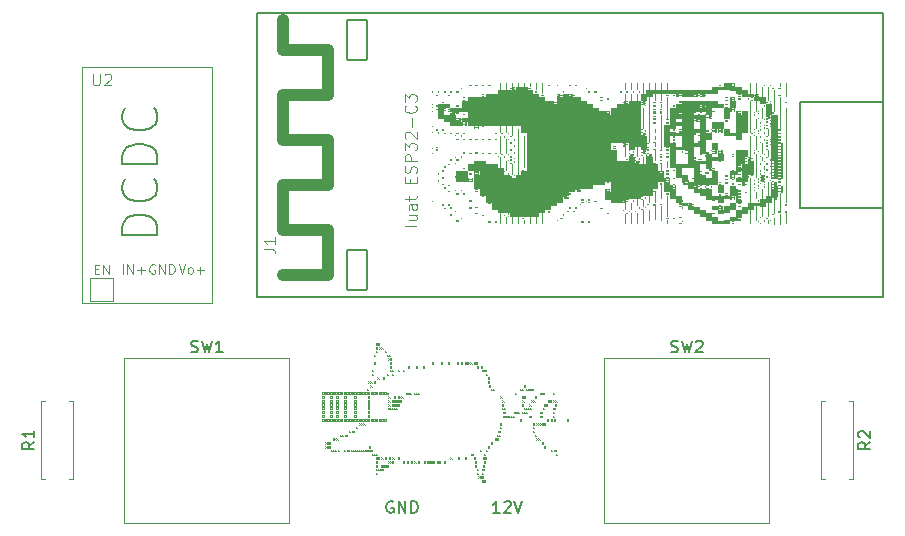
<source format=gto>
G04 #@! TF.GenerationSoftware,KiCad,Pcbnew,7.0.5*
G04 #@! TF.CreationDate,2023-07-05T00:08:00+08:00*
G04 #@! TF.ProjectId,exModule,65784d6f-6475-46c6-952e-6b696361645f,rev?*
G04 #@! TF.SameCoordinates,PX5734380PY32de760*
G04 #@! TF.FileFunction,Legend,Top*
G04 #@! TF.FilePolarity,Positive*
%FSLAX45Y45*%
G04 Gerber Fmt 4.5, Leading zero omitted, Abs format (unit mm)*
G04 Created by KiCad (PCBNEW 7.0.5) date 2023-07-05 00:08:00*
%MOMM*%
%LPD*%
G01*
G04 APERTURE LIST*
G04 Aperture macros list*
%AMRoundRect*
0 Rectangle with rounded corners*
0 $1 Rounding radius*
0 $2 $3 $4 $5 $6 $7 $8 $9 X,Y pos of 4 corners*
0 Add a 4 corners polygon primitive as box body*
4,1,4,$2,$3,$4,$5,$6,$7,$8,$9,$2,$3,0*
0 Add four circle primitives for the rounded corners*
1,1,$1+$1,$2,$3*
1,1,$1+$1,$4,$5*
1,1,$1+$1,$6,$7*
1,1,$1+$1,$8,$9*
0 Add four rect primitives between the rounded corners*
20,1,$1+$1,$2,$3,$4,$5,0*
20,1,$1+$1,$4,$5,$6,$7,0*
20,1,$1+$1,$6,$7,$8,$9,0*
20,1,$1+$1,$8,$9,$2,$3,0*%
G04 Aperture macros list end*
%ADD10C,0.050000*%
%ADD11C,0.075000*%
%ADD12C,0.150000*%
%ADD13C,0.100000*%
%ADD14C,0.200000*%
%ADD15C,1.000000*%
%ADD16C,0.120000*%
%ADD17C,4.100000*%
%ADD18C,2.100000*%
%ADD19RoundRect,0.050000X1.000000X1.000000X-1.000000X1.000000X-1.000000X-1.000000X1.000000X-1.000000X0*%
%ADD20O,1.800000X3.490000*%
%ADD21RoundRect,0.050000X0.850000X-1.695000X0.850000X1.695000X-0.850000X1.695000X-0.850000X-1.695000X0*%
%ADD22C,2.300000*%
%ADD23C,1.700000*%
%ADD24O,1.700000X1.700000*%
G04 APERTURE END LIST*
D10*
X-602711Y-464092D02*
X-592234Y-450759D01*
X-602711Y-450759D02*
X-592234Y-464092D01*
X-586520Y-464092D02*
X-576044Y-450759D01*
X-586520Y-450759D02*
X-576044Y-464092D01*
X-602711Y-496292D02*
X-592234Y-482959D01*
X-602711Y-482959D02*
X-592234Y-496292D01*
X-571282Y-496292D02*
X-560806Y-482959D01*
X-571282Y-482959D02*
X-560806Y-496292D01*
X-555091Y-496292D02*
X-544615Y-482959D01*
X-555091Y-482959D02*
X-544615Y-496292D01*
X-602711Y-528492D02*
X-592234Y-515159D01*
X-602711Y-515159D02*
X-592234Y-528492D01*
X-525568Y-528492D02*
X-515091Y-515159D01*
X-525568Y-515159D02*
X-515091Y-528492D01*
X-617949Y-560692D02*
X-607472Y-547359D01*
X-617949Y-547359D02*
X-607472Y-560692D01*
X-510329Y-560692D02*
X-499853Y-547359D01*
X-510329Y-547359D02*
X-499853Y-560692D01*
X-494139Y-560692D02*
X-483663Y-547359D01*
X-494139Y-547359D02*
X-483663Y-560692D01*
X-496044Y-592892D02*
X-485568Y-579559D01*
X-496044Y-579559D02*
X-485568Y-592892D01*
X-479853Y-592892D02*
X-469377Y-579559D01*
X-479853Y-579559D02*
X-469377Y-592892D01*
X-617949Y-625092D02*
X-607472Y-611759D01*
X-617949Y-611759D02*
X-607472Y-625092D01*
X-479853Y-625092D02*
X-469377Y-611759D01*
X-479853Y-611759D02*
X-469377Y-625092D01*
X-128425Y-625092D02*
X-117948Y-611759D01*
X-128425Y-611759D02*
X-117948Y-625092D01*
X-51282Y-625092D02*
X-40806Y-611759D01*
X-51282Y-611759D02*
X-40806Y-625092D01*
X10623Y-625092D02*
X21099Y-611759D01*
X10623Y-611759D02*
X21099Y-625092D01*
X87766Y-625092D02*
X98242Y-611759D01*
X87766Y-611759D02*
X98242Y-625092D01*
X119195Y-625092D02*
X129671Y-611759D01*
X119195Y-611759D02*
X129671Y-625092D01*
X150623Y-625092D02*
X161099Y-611759D01*
X150623Y-611759D02*
X161099Y-625092D01*
X166814Y-625092D02*
X177290Y-611759D01*
X166814Y-611759D02*
X177290Y-625092D01*
X183004Y-625092D02*
X193480Y-611759D01*
X183004Y-611759D02*
X193480Y-625092D01*
X199195Y-625092D02*
X209671Y-611759D01*
X199195Y-611759D02*
X209671Y-625092D01*
X230623Y-625092D02*
X241099Y-611759D01*
X230623Y-611759D02*
X241099Y-625092D01*
X246814Y-625092D02*
X257290Y-611759D01*
X246814Y-611759D02*
X257290Y-625092D01*
X-480806Y-657292D02*
X-470329Y-643959D01*
X-480806Y-643959D02*
X-470329Y-657292D01*
X-327472Y-657292D02*
X-316996Y-643959D01*
X-327472Y-643959D02*
X-316996Y-657292D01*
X-265568Y-657292D02*
X-255091Y-643959D01*
X-265568Y-643959D02*
X-255091Y-657292D01*
X-203663Y-657292D02*
X-193186Y-643959D01*
X-203663Y-643959D02*
X-193186Y-657292D01*
X254433Y-657292D02*
X264909Y-643959D01*
X254433Y-643959D02*
X264909Y-657292D01*
X285861Y-657292D02*
X296338Y-643959D01*
X285861Y-643959D02*
X296338Y-657292D01*
X-633187Y-689492D02*
X-622711Y-676159D01*
X-633187Y-676159D02*
X-622711Y-689492D01*
X-479853Y-689492D02*
X-469377Y-676159D01*
X-479853Y-676159D02*
X-469377Y-689492D01*
X-463663Y-689492D02*
X-453187Y-676159D01*
X-463663Y-676159D02*
X-453187Y-689492D01*
X-416996Y-689492D02*
X-406520Y-676159D01*
X-416996Y-676159D02*
X-406520Y-689492D01*
X-370329Y-689492D02*
X-359853Y-676159D01*
X-370329Y-676159D02*
X-359853Y-689492D01*
X301099Y-689492D02*
X311576Y-676159D01*
X301099Y-676159D02*
X311576Y-689492D01*
X317290Y-689492D02*
X327766Y-676159D01*
X317290Y-676159D02*
X327766Y-689492D01*
X-633187Y-721692D02*
X-622711Y-708359D01*
X-633187Y-708359D02*
X-622711Y-721692D01*
X-510329Y-721692D02*
X-499853Y-708359D01*
X-510329Y-708359D02*
X-499853Y-721692D01*
X-463663Y-721692D02*
X-453187Y-708359D01*
X-463663Y-708359D02*
X-453187Y-721692D01*
X329671Y-721692D02*
X340147Y-708359D01*
X329671Y-708359D02*
X340147Y-721692D01*
X-587472Y-753892D02*
X-576996Y-740559D01*
X-587472Y-740559D02*
X-576996Y-753892D01*
X-540806Y-753892D02*
X-530330Y-740559D01*
X-540806Y-740559D02*
X-530330Y-753892D01*
X343957Y-753892D02*
X354433Y-740559D01*
X343957Y-740559D02*
X354433Y-753892D01*
X-663663Y-786092D02*
X-653187Y-772759D01*
X-663663Y-772759D02*
X-653187Y-786092D01*
X-647472Y-786092D02*
X-636996Y-772759D01*
X-647472Y-772759D02*
X-636996Y-786092D01*
X-616044Y-786092D02*
X-605568Y-772759D01*
X-616044Y-772759D02*
X-605568Y-786092D01*
X344909Y-786092D02*
X355385Y-772759D01*
X344909Y-772759D02*
X355385Y-786092D01*
X-648425Y-818292D02*
X-637949Y-804959D01*
X-648425Y-804959D02*
X-637949Y-818292D01*
X358242Y-818292D02*
X368718Y-804959D01*
X358242Y-804959D02*
X368718Y-818292D01*
X648719Y-818292D02*
X659195Y-804959D01*
X648719Y-804959D02*
X659195Y-818292D01*
X-678901Y-850492D02*
X-668425Y-837159D01*
X-678901Y-837159D02*
X-668425Y-850492D01*
X373480Y-850492D02*
X383956Y-837159D01*
X373480Y-837159D02*
X383956Y-850492D01*
X389671Y-850492D02*
X400147Y-837159D01*
X389671Y-837159D02*
X400147Y-850492D01*
X619195Y-850492D02*
X629671Y-837159D01*
X619195Y-837159D02*
X629671Y-850492D01*
X635385Y-850492D02*
X645861Y-837159D01*
X635385Y-837159D02*
X645861Y-850492D01*
X666814Y-850492D02*
X677290Y-837159D01*
X666814Y-837159D02*
X677290Y-850492D01*
X683004Y-850492D02*
X693481Y-837159D01*
X683004Y-837159D02*
X693481Y-850492D01*
X699195Y-850492D02*
X709671Y-837159D01*
X699195Y-837159D02*
X709671Y-850492D01*
X715385Y-850492D02*
X725861Y-837159D01*
X715385Y-837159D02*
X725861Y-850492D01*
X-1057949Y-882692D02*
X-1057949Y-862692D01*
X-1057949Y-862692D02*
X-1044615Y-862692D01*
X-1044615Y-862692D02*
X-1044615Y-882692D01*
X-1044615Y-882692D02*
X-1057949Y-882692D01*
X-1035092Y-882692D02*
X-1035092Y-862692D01*
X-1035092Y-862692D02*
X-1021758Y-862692D01*
X-1021758Y-862692D02*
X-1021758Y-882692D01*
X-1021758Y-882692D02*
X-1035092Y-882692D01*
X-1012234Y-882692D02*
X-1012234Y-862692D01*
X-1012234Y-862692D02*
X-998901Y-862692D01*
X-998901Y-862692D02*
X-998901Y-882692D01*
X-998901Y-882692D02*
X-1012234Y-882692D01*
X-989377Y-882692D02*
X-989377Y-862692D01*
X-989377Y-862692D02*
X-976044Y-862692D01*
X-976044Y-862692D02*
X-976044Y-882692D01*
X-976044Y-882692D02*
X-989377Y-882692D01*
X-966520Y-882692D02*
X-966520Y-862692D01*
X-966520Y-862692D02*
X-953187Y-862692D01*
X-953187Y-862692D02*
X-953187Y-882692D01*
X-953187Y-882692D02*
X-966520Y-882692D01*
X-943663Y-882692D02*
X-943663Y-862692D01*
X-943663Y-862692D02*
X-930330Y-862692D01*
X-930330Y-862692D02*
X-930330Y-882692D01*
X-930330Y-882692D02*
X-943663Y-882692D01*
X-920806Y-882692D02*
X-920806Y-862692D01*
X-920806Y-862692D02*
X-907473Y-862692D01*
X-907473Y-862692D02*
X-907473Y-882692D01*
X-907473Y-882692D02*
X-920806Y-882692D01*
X-897949Y-882692D02*
X-897949Y-862692D01*
X-897949Y-862692D02*
X-884616Y-862692D01*
X-884616Y-862692D02*
X-884616Y-882692D01*
X-884616Y-882692D02*
X-897949Y-882692D01*
X-875092Y-882692D02*
X-875092Y-862692D01*
X-875092Y-862692D02*
X-861759Y-862692D01*
X-861759Y-862692D02*
X-861759Y-882692D01*
X-861759Y-882692D02*
X-875092Y-882692D01*
X-852235Y-882692D02*
X-852235Y-862692D01*
X-852235Y-862692D02*
X-838901Y-862692D01*
X-838901Y-862692D02*
X-838901Y-882692D01*
X-838901Y-882692D02*
X-852235Y-882692D01*
X-829378Y-882692D02*
X-829378Y-862692D01*
X-829378Y-862692D02*
X-816044Y-862692D01*
X-816044Y-862692D02*
X-816044Y-882692D01*
X-816044Y-882692D02*
X-829378Y-882692D01*
X-806521Y-882692D02*
X-806521Y-862692D01*
X-806521Y-862692D02*
X-793187Y-862692D01*
X-793187Y-862692D02*
X-793187Y-882692D01*
X-793187Y-882692D02*
X-806521Y-882692D01*
X-783663Y-882692D02*
X-783663Y-862692D01*
X-783663Y-862692D02*
X-770330Y-862692D01*
X-770330Y-862692D02*
X-770330Y-882692D01*
X-770330Y-882692D02*
X-783663Y-882692D01*
X-760806Y-882692D02*
X-760806Y-862692D01*
X-760806Y-862692D02*
X-747473Y-862692D01*
X-747473Y-862692D02*
X-747473Y-882692D01*
X-747473Y-882692D02*
X-760806Y-882692D01*
X-737949Y-882692D02*
X-737949Y-862692D01*
X-737949Y-862692D02*
X-724616Y-862692D01*
X-724616Y-862692D02*
X-724616Y-882692D01*
X-724616Y-882692D02*
X-737949Y-882692D01*
X-715092Y-882692D02*
X-715092Y-862692D01*
X-715092Y-862692D02*
X-701759Y-862692D01*
X-701759Y-862692D02*
X-701759Y-882692D01*
X-701759Y-882692D02*
X-715092Y-882692D01*
X-692235Y-882692D02*
X-692235Y-862692D01*
X-692235Y-862692D02*
X-678902Y-862692D01*
X-678902Y-862692D02*
X-678902Y-882692D01*
X-678902Y-882692D02*
X-692235Y-882692D01*
X-669378Y-882692D02*
X-669378Y-862692D01*
X-669378Y-862692D02*
X-656045Y-862692D01*
X-656045Y-862692D02*
X-656045Y-882692D01*
X-656045Y-882692D02*
X-669378Y-882692D01*
X-646521Y-882692D02*
X-646521Y-862692D01*
X-646521Y-862692D02*
X-633188Y-862692D01*
X-633188Y-862692D02*
X-633188Y-882692D01*
X-633188Y-882692D02*
X-646521Y-882692D01*
X-623664Y-882692D02*
X-623664Y-862692D01*
X-623664Y-862692D02*
X-610331Y-862692D01*
X-610331Y-862692D02*
X-610331Y-882692D01*
X-610331Y-882692D02*
X-623664Y-882692D01*
X-600807Y-882692D02*
X-600807Y-862692D01*
X-600807Y-862692D02*
X-587473Y-862692D01*
X-587473Y-862692D02*
X-587473Y-882692D01*
X-587473Y-882692D02*
X-600807Y-882692D01*
X-577950Y-882692D02*
X-577950Y-862692D01*
X-577950Y-862692D02*
X-564616Y-862692D01*
X-564616Y-862692D02*
X-564616Y-882692D01*
X-564616Y-882692D02*
X-577950Y-882692D01*
X-555093Y-882692D02*
X-555093Y-862692D01*
X-555093Y-862692D02*
X-541759Y-862692D01*
X-541759Y-862692D02*
X-541759Y-882692D01*
X-541759Y-882692D02*
X-555093Y-882692D01*
X-532235Y-882692D02*
X-532235Y-862692D01*
X-532235Y-862692D02*
X-518902Y-862692D01*
X-518902Y-862692D02*
X-518902Y-882692D01*
X-518902Y-882692D02*
X-532235Y-882692D01*
X-511283Y-882692D02*
X-500807Y-869359D01*
X-511283Y-869359D02*
X-500807Y-882692D01*
X-342712Y-882692D02*
X-332235Y-869359D01*
X-342712Y-869359D02*
X-332235Y-882692D01*
X-326521Y-882692D02*
X-316045Y-869359D01*
X-326521Y-869359D02*
X-316045Y-882692D01*
X-310331Y-882692D02*
X-299854Y-869359D01*
X-310331Y-869359D02*
X-299854Y-882692D01*
X-278902Y-882692D02*
X-268426Y-869359D01*
X-278902Y-869359D02*
X-268426Y-882692D01*
X-262712Y-882692D02*
X-252235Y-869359D01*
X-262712Y-869359D02*
X-252235Y-882692D01*
X-246521Y-882692D02*
X-236045Y-869359D01*
X-246521Y-869359D02*
X-236045Y-882692D01*
X577289Y-882692D02*
X587765Y-869359D01*
X577289Y-869359D02*
X587765Y-882692D01*
X791575Y-882692D02*
X802051Y-869359D01*
X791575Y-869359D02*
X802051Y-882692D01*
X807765Y-882692D02*
X818241Y-869359D01*
X807765Y-869359D02*
X818241Y-882692D01*
X900146Y-882692D02*
X910622Y-869359D01*
X900146Y-869359D02*
X910622Y-882692D01*
X-1057949Y-914892D02*
X-1057949Y-894892D01*
X-1057949Y-894892D02*
X-1044615Y-894892D01*
X-1044615Y-894892D02*
X-1044615Y-914892D01*
X-1044615Y-914892D02*
X-1057949Y-914892D01*
X-989377Y-914892D02*
X-989377Y-894892D01*
X-989377Y-894892D02*
X-976044Y-894892D01*
X-976044Y-894892D02*
X-976044Y-914892D01*
X-976044Y-914892D02*
X-989377Y-914892D01*
X-936044Y-914892D02*
X-936044Y-894892D01*
X-936044Y-894892D02*
X-922711Y-894892D01*
X-922711Y-894892D02*
X-922711Y-914892D01*
X-922711Y-914892D02*
X-936044Y-914892D01*
X-867473Y-914892D02*
X-867473Y-894892D01*
X-867473Y-894892D02*
X-854139Y-894892D01*
X-854139Y-894892D02*
X-854139Y-914892D01*
X-854139Y-914892D02*
X-867473Y-914892D01*
X-783663Y-914892D02*
X-783663Y-894892D01*
X-783663Y-894892D02*
X-770330Y-894892D01*
X-770330Y-894892D02*
X-770330Y-914892D01*
X-770330Y-914892D02*
X-783663Y-914892D01*
X-669377Y-914892D02*
X-669377Y-894892D01*
X-669377Y-894892D02*
X-656044Y-894892D01*
X-656044Y-894892D02*
X-656044Y-914892D01*
X-656044Y-914892D02*
X-669377Y-914892D01*
X-496044Y-914892D02*
X-485568Y-901559D01*
X-496044Y-901559D02*
X-485568Y-914892D01*
X-449377Y-914892D02*
X-438901Y-901559D01*
X-449377Y-901559D02*
X-438901Y-914892D01*
X-417949Y-914892D02*
X-407473Y-901559D01*
X-417949Y-901559D02*
X-407473Y-914892D01*
X-401758Y-914892D02*
X-391282Y-901559D01*
X-401758Y-901559D02*
X-391282Y-914892D01*
X-385568Y-914892D02*
X-375092Y-901559D01*
X-385568Y-901559D02*
X-375092Y-914892D01*
X453480Y-914892D02*
X463956Y-901559D01*
X453480Y-901559D02*
X463956Y-914892D01*
X637290Y-914892D02*
X647766Y-901559D01*
X637290Y-901559D02*
X647766Y-914892D01*
X653480Y-914892D02*
X663956Y-901559D01*
X653480Y-901559D02*
X663956Y-914892D01*
X745861Y-914892D02*
X756337Y-901559D01*
X745861Y-901559D02*
X756337Y-914892D01*
X-1057949Y-947092D02*
X-1057949Y-927092D01*
X-1057949Y-927092D02*
X-1044615Y-927092D01*
X-1044615Y-927092D02*
X-1044615Y-947092D01*
X-1044615Y-947092D02*
X-1057949Y-947092D01*
X-989377Y-947092D02*
X-989377Y-927092D01*
X-989377Y-927092D02*
X-976044Y-927092D01*
X-976044Y-927092D02*
X-976044Y-947092D01*
X-976044Y-947092D02*
X-989377Y-947092D01*
X-936044Y-947092D02*
X-936044Y-927092D01*
X-936044Y-927092D02*
X-922711Y-927092D01*
X-922711Y-927092D02*
X-922711Y-947092D01*
X-922711Y-947092D02*
X-936044Y-947092D01*
X-867473Y-947092D02*
X-867473Y-927092D01*
X-867473Y-927092D02*
X-854139Y-927092D01*
X-854139Y-927092D02*
X-854139Y-947092D01*
X-854139Y-947092D02*
X-867473Y-947092D01*
X-783663Y-947092D02*
X-783663Y-927092D01*
X-783663Y-927092D02*
X-770330Y-927092D01*
X-770330Y-927092D02*
X-770330Y-947092D01*
X-770330Y-947092D02*
X-783663Y-947092D01*
X-669377Y-947092D02*
X-669377Y-927092D01*
X-669377Y-927092D02*
X-656044Y-927092D01*
X-656044Y-927092D02*
X-656044Y-947092D01*
X-656044Y-947092D02*
X-669377Y-947092D01*
X-496044Y-947092D02*
X-485568Y-933759D01*
X-496044Y-933759D02*
X-485568Y-947092D01*
X-464615Y-947092D02*
X-454139Y-933759D01*
X-464615Y-933759D02*
X-454139Y-947092D01*
X-448425Y-947092D02*
X-437949Y-933759D01*
X-448425Y-933759D02*
X-437949Y-947092D01*
X-432234Y-947092D02*
X-421758Y-933759D01*
X-432234Y-933759D02*
X-421758Y-947092D01*
X-416044Y-947092D02*
X-405568Y-933759D01*
X-416044Y-933759D02*
X-405568Y-947092D01*
X-399853Y-947092D02*
X-389377Y-933759D01*
X-399853Y-933759D02*
X-389377Y-947092D01*
X469671Y-947092D02*
X480147Y-933759D01*
X469671Y-933759D02*
X480147Y-947092D01*
X638242Y-947092D02*
X648718Y-933759D01*
X638242Y-933759D02*
X648718Y-947092D01*
X715385Y-947092D02*
X725861Y-933759D01*
X715385Y-933759D02*
X725861Y-947092D01*
X731575Y-947092D02*
X742052Y-933759D01*
X731575Y-933759D02*
X742052Y-947092D01*
X854433Y-947092D02*
X864909Y-933759D01*
X854433Y-933759D02*
X864909Y-947092D01*
X870623Y-947092D02*
X881099Y-933759D01*
X870623Y-933759D02*
X881099Y-947092D01*
X902052Y-947092D02*
X912528Y-933759D01*
X902052Y-933759D02*
X912528Y-947092D01*
X918242Y-947092D02*
X928718Y-933759D01*
X918242Y-933759D02*
X928718Y-947092D01*
X-1057949Y-979292D02*
X-1057949Y-959292D01*
X-1057949Y-959292D02*
X-1044615Y-959292D01*
X-1044615Y-959292D02*
X-1044615Y-979292D01*
X-1044615Y-979292D02*
X-1057949Y-979292D01*
X-989377Y-979292D02*
X-989377Y-959292D01*
X-989377Y-959292D02*
X-976044Y-959292D01*
X-976044Y-959292D02*
X-976044Y-979292D01*
X-976044Y-979292D02*
X-989377Y-979292D01*
X-936044Y-979292D02*
X-936044Y-959292D01*
X-936044Y-959292D02*
X-922711Y-959292D01*
X-922711Y-959292D02*
X-922711Y-979292D01*
X-922711Y-979292D02*
X-936044Y-979292D01*
X-867473Y-979292D02*
X-867473Y-959292D01*
X-867473Y-959292D02*
X-854139Y-959292D01*
X-854139Y-959292D02*
X-854139Y-979292D01*
X-854139Y-979292D02*
X-867473Y-979292D01*
X-783663Y-979292D02*
X-783663Y-959292D01*
X-783663Y-959292D02*
X-770330Y-959292D01*
X-770330Y-959292D02*
X-770330Y-979292D01*
X-770330Y-979292D02*
X-783663Y-979292D01*
X-669377Y-979292D02*
X-669377Y-959292D01*
X-669377Y-959292D02*
X-656044Y-959292D01*
X-656044Y-959292D02*
X-656044Y-979292D01*
X-656044Y-979292D02*
X-669377Y-979292D01*
X-496044Y-979292D02*
X-485568Y-965959D01*
X-496044Y-965959D02*
X-485568Y-979292D01*
X-464615Y-979292D02*
X-454139Y-965959D01*
X-464615Y-965959D02*
X-454139Y-979292D01*
X-448425Y-979292D02*
X-437949Y-965959D01*
X-448425Y-965959D02*
X-437949Y-979292D01*
X-432234Y-979292D02*
X-421758Y-965959D01*
X-432234Y-965959D02*
X-421758Y-979292D01*
X-416044Y-979292D02*
X-405568Y-965959D01*
X-416044Y-965959D02*
X-405568Y-979292D01*
X468718Y-979292D02*
X479194Y-965959D01*
X468718Y-965959D02*
X479194Y-979292D01*
X637290Y-979292D02*
X647766Y-965959D01*
X637290Y-965959D02*
X647766Y-979292D01*
X699194Y-979292D02*
X709671Y-965959D01*
X699194Y-965959D02*
X709671Y-979292D01*
X822052Y-979292D02*
X832528Y-965959D01*
X822052Y-965959D02*
X832528Y-979292D01*
X838242Y-979292D02*
X848718Y-965959D01*
X838242Y-965959D02*
X848718Y-979292D01*
X915385Y-979292D02*
X925861Y-965959D01*
X915385Y-965959D02*
X925861Y-979292D01*
X-1057949Y-1011492D02*
X-1057949Y-991492D01*
X-1057949Y-991492D02*
X-1044615Y-991492D01*
X-1044615Y-991492D02*
X-1044615Y-1011492D01*
X-1044615Y-1011492D02*
X-1057949Y-1011492D01*
X-989377Y-1011492D02*
X-989377Y-991492D01*
X-989377Y-991492D02*
X-976044Y-991492D01*
X-976044Y-991492D02*
X-976044Y-1011492D01*
X-976044Y-1011492D02*
X-989377Y-1011492D01*
X-936044Y-1011492D02*
X-936044Y-991492D01*
X-936044Y-991492D02*
X-922711Y-991492D01*
X-922711Y-991492D02*
X-922711Y-1011492D01*
X-922711Y-1011492D02*
X-936044Y-1011492D01*
X-867473Y-1011492D02*
X-867473Y-991492D01*
X-867473Y-991492D02*
X-854139Y-991492D01*
X-854139Y-991492D02*
X-854139Y-1011492D01*
X-854139Y-1011492D02*
X-867473Y-1011492D01*
X-783663Y-1011492D02*
X-783663Y-991492D01*
X-783663Y-991492D02*
X-770330Y-991492D01*
X-770330Y-991492D02*
X-770330Y-1011492D01*
X-770330Y-1011492D02*
X-783663Y-1011492D01*
X-669377Y-1011492D02*
X-669377Y-991492D01*
X-669377Y-991492D02*
X-656044Y-991492D01*
X-656044Y-991492D02*
X-656044Y-1011492D01*
X-656044Y-1011492D02*
X-669377Y-1011492D01*
X-496044Y-1011492D02*
X-485568Y-998159D01*
X-496044Y-998159D02*
X-485568Y-1011492D01*
X-479854Y-1011492D02*
X-469377Y-998159D01*
X-479854Y-998159D02*
X-469377Y-1011492D01*
X-463663Y-1011492D02*
X-453187Y-998159D01*
X-463663Y-998159D02*
X-453187Y-1011492D01*
X-447473Y-1011492D02*
X-436996Y-998159D01*
X-447473Y-998159D02*
X-436996Y-1011492D01*
X-431282Y-1011492D02*
X-420806Y-998159D01*
X-431282Y-998159D02*
X-420806Y-1011492D01*
X468718Y-1011492D02*
X479194Y-998159D01*
X468718Y-998159D02*
X479194Y-1011492D01*
X484909Y-1011492D02*
X495385Y-998159D01*
X484909Y-998159D02*
X495385Y-1011492D01*
X653480Y-1011492D02*
X663956Y-998159D01*
X653480Y-998159D02*
X663956Y-1011492D01*
X669671Y-1011492D02*
X680147Y-998159D01*
X669671Y-998159D02*
X680147Y-1011492D01*
X685861Y-1011492D02*
X696337Y-998159D01*
X685861Y-998159D02*
X696337Y-1011492D01*
X702052Y-1011492D02*
X712528Y-998159D01*
X702052Y-998159D02*
X712528Y-1011492D01*
X809671Y-1011492D02*
X820147Y-998159D01*
X809671Y-998159D02*
X820147Y-1011492D01*
X902052Y-1011492D02*
X912528Y-998159D01*
X902052Y-998159D02*
X912528Y-1011492D01*
X-1057949Y-1043692D02*
X-1057949Y-1023692D01*
X-1057949Y-1023692D02*
X-1044615Y-1023692D01*
X-1044615Y-1023692D02*
X-1044615Y-1043692D01*
X-1044615Y-1043692D02*
X-1057949Y-1043692D01*
X-989377Y-1043692D02*
X-989377Y-1023692D01*
X-989377Y-1023692D02*
X-976044Y-1023692D01*
X-976044Y-1023692D02*
X-976044Y-1043692D01*
X-976044Y-1043692D02*
X-989377Y-1043692D01*
X-936044Y-1043692D02*
X-936044Y-1023692D01*
X-936044Y-1023692D02*
X-922711Y-1023692D01*
X-922711Y-1023692D02*
X-922711Y-1043692D01*
X-922711Y-1043692D02*
X-936044Y-1043692D01*
X-867473Y-1043692D02*
X-867473Y-1023692D01*
X-867473Y-1023692D02*
X-854139Y-1023692D01*
X-854139Y-1023692D02*
X-854139Y-1043692D01*
X-854139Y-1043692D02*
X-867473Y-1043692D01*
X-783663Y-1043692D02*
X-783663Y-1023692D01*
X-783663Y-1023692D02*
X-770330Y-1023692D01*
X-770330Y-1023692D02*
X-770330Y-1043692D01*
X-770330Y-1043692D02*
X-783663Y-1043692D01*
X-669377Y-1043692D02*
X-669377Y-1023692D01*
X-669377Y-1023692D02*
X-656044Y-1023692D01*
X-656044Y-1023692D02*
X-656044Y-1043692D01*
X-656044Y-1043692D02*
X-669377Y-1043692D01*
X479194Y-1043692D02*
X489670Y-1030359D01*
X479194Y-1030359D02*
X489670Y-1043692D01*
X571575Y-1043692D02*
X582052Y-1030359D01*
X571575Y-1030359D02*
X582052Y-1043692D01*
X587766Y-1043692D02*
X598242Y-1030359D01*
X587766Y-1030359D02*
X598242Y-1043692D01*
X603956Y-1043692D02*
X614433Y-1030359D01*
X603956Y-1030359D02*
X614433Y-1043692D01*
X635385Y-1043692D02*
X645861Y-1030359D01*
X635385Y-1030359D02*
X645861Y-1043692D01*
X651575Y-1043692D02*
X662052Y-1030359D01*
X651575Y-1030359D02*
X662052Y-1043692D01*
X667766Y-1043692D02*
X678242Y-1030359D01*
X667766Y-1030359D02*
X678242Y-1043692D01*
X790623Y-1043692D02*
X801099Y-1030359D01*
X790623Y-1030359D02*
X801099Y-1043692D01*
X898242Y-1043692D02*
X908718Y-1030359D01*
X898242Y-1030359D02*
X908718Y-1043692D01*
X-1057949Y-1075892D02*
X-1057949Y-1055892D01*
X-1057949Y-1055892D02*
X-1044615Y-1055892D01*
X-1044615Y-1055892D02*
X-1044615Y-1075892D01*
X-1044615Y-1075892D02*
X-1057949Y-1075892D01*
X-989377Y-1075892D02*
X-989377Y-1055892D01*
X-989377Y-1055892D02*
X-976044Y-1055892D01*
X-976044Y-1055892D02*
X-976044Y-1075892D01*
X-976044Y-1075892D02*
X-989377Y-1075892D01*
X-936044Y-1075892D02*
X-936044Y-1055892D01*
X-936044Y-1055892D02*
X-922711Y-1055892D01*
X-922711Y-1055892D02*
X-922711Y-1075892D01*
X-922711Y-1075892D02*
X-936044Y-1075892D01*
X-867473Y-1075892D02*
X-867473Y-1055892D01*
X-867473Y-1055892D02*
X-854139Y-1055892D01*
X-854139Y-1055892D02*
X-854139Y-1075892D01*
X-854139Y-1075892D02*
X-867473Y-1075892D01*
X-783663Y-1075892D02*
X-783663Y-1055892D01*
X-783663Y-1055892D02*
X-770330Y-1055892D01*
X-770330Y-1055892D02*
X-770330Y-1075892D01*
X-770330Y-1075892D02*
X-783663Y-1075892D01*
X-669377Y-1075892D02*
X-669377Y-1055892D01*
X-669377Y-1055892D02*
X-656044Y-1055892D01*
X-656044Y-1055892D02*
X-656044Y-1075892D01*
X-656044Y-1075892D02*
X-669377Y-1075892D01*
X479194Y-1075892D02*
X489670Y-1062559D01*
X479194Y-1062559D02*
X489670Y-1075892D01*
X495385Y-1075892D02*
X505861Y-1062559D01*
X495385Y-1062559D02*
X505861Y-1075892D01*
X511575Y-1075892D02*
X522051Y-1062559D01*
X511575Y-1062559D02*
X522051Y-1075892D01*
X527766Y-1075892D02*
X538242Y-1062559D01*
X527766Y-1062559D02*
X538242Y-1075892D01*
X543956Y-1075892D02*
X554433Y-1062559D01*
X543956Y-1062559D02*
X554433Y-1075892D01*
X560147Y-1075892D02*
X570623Y-1062559D01*
X560147Y-1062559D02*
X570623Y-1075892D01*
X698242Y-1075892D02*
X708718Y-1062559D01*
X698242Y-1062559D02*
X708718Y-1075892D01*
X790623Y-1075892D02*
X801099Y-1062559D01*
X790623Y-1062559D02*
X801099Y-1075892D01*
X898242Y-1075892D02*
X908718Y-1062559D01*
X898242Y-1062559D02*
X908718Y-1075892D01*
X-1057949Y-1108092D02*
X-1057949Y-1088092D01*
X-1057949Y-1088092D02*
X-1044615Y-1088092D01*
X-1044615Y-1088092D02*
X-1044615Y-1108092D01*
X-1044615Y-1108092D02*
X-1057949Y-1108092D01*
X-1035092Y-1108092D02*
X-1035092Y-1088092D01*
X-1035092Y-1088092D02*
X-1021758Y-1088092D01*
X-1021758Y-1088092D02*
X-1021758Y-1108092D01*
X-1021758Y-1108092D02*
X-1035092Y-1108092D01*
X-1012234Y-1108092D02*
X-1012234Y-1088092D01*
X-1012234Y-1088092D02*
X-998901Y-1088092D01*
X-998901Y-1088092D02*
X-998901Y-1108092D01*
X-998901Y-1108092D02*
X-1012234Y-1108092D01*
X-989377Y-1108092D02*
X-989377Y-1088092D01*
X-989377Y-1088092D02*
X-976044Y-1088092D01*
X-976044Y-1088092D02*
X-976044Y-1108092D01*
X-976044Y-1108092D02*
X-989377Y-1108092D01*
X-966520Y-1108092D02*
X-966520Y-1088092D01*
X-966520Y-1088092D02*
X-953187Y-1088092D01*
X-953187Y-1088092D02*
X-953187Y-1108092D01*
X-953187Y-1108092D02*
X-966520Y-1108092D01*
X-943663Y-1108092D02*
X-943663Y-1088092D01*
X-943663Y-1088092D02*
X-930330Y-1088092D01*
X-930330Y-1088092D02*
X-930330Y-1108092D01*
X-930330Y-1108092D02*
X-943663Y-1108092D01*
X-920806Y-1108092D02*
X-920806Y-1088092D01*
X-920806Y-1088092D02*
X-907473Y-1088092D01*
X-907473Y-1088092D02*
X-907473Y-1108092D01*
X-907473Y-1108092D02*
X-920806Y-1108092D01*
X-897949Y-1108092D02*
X-897949Y-1088092D01*
X-897949Y-1088092D02*
X-884616Y-1088092D01*
X-884616Y-1088092D02*
X-884616Y-1108092D01*
X-884616Y-1108092D02*
X-897949Y-1108092D01*
X-875092Y-1108092D02*
X-875092Y-1088092D01*
X-875092Y-1088092D02*
X-861759Y-1088092D01*
X-861759Y-1088092D02*
X-861759Y-1108092D01*
X-861759Y-1108092D02*
X-875092Y-1108092D01*
X-852235Y-1108092D02*
X-852235Y-1088092D01*
X-852235Y-1088092D02*
X-838901Y-1088092D01*
X-838901Y-1088092D02*
X-838901Y-1108092D01*
X-838901Y-1108092D02*
X-852235Y-1108092D01*
X-829378Y-1108092D02*
X-829378Y-1088092D01*
X-829378Y-1088092D02*
X-816044Y-1088092D01*
X-816044Y-1088092D02*
X-816044Y-1108092D01*
X-816044Y-1108092D02*
X-829378Y-1108092D01*
X-806521Y-1108092D02*
X-806521Y-1088092D01*
X-806521Y-1088092D02*
X-793187Y-1088092D01*
X-793187Y-1088092D02*
X-793187Y-1108092D01*
X-793187Y-1108092D02*
X-806521Y-1108092D01*
X-783663Y-1108092D02*
X-783663Y-1088092D01*
X-783663Y-1088092D02*
X-770330Y-1088092D01*
X-770330Y-1088092D02*
X-770330Y-1108092D01*
X-770330Y-1108092D02*
X-783663Y-1108092D01*
X-760806Y-1108092D02*
X-760806Y-1088092D01*
X-760806Y-1088092D02*
X-747473Y-1088092D01*
X-747473Y-1088092D02*
X-747473Y-1108092D01*
X-747473Y-1108092D02*
X-760806Y-1108092D01*
X-737949Y-1108092D02*
X-737949Y-1088092D01*
X-737949Y-1088092D02*
X-724616Y-1088092D01*
X-724616Y-1088092D02*
X-724616Y-1108092D01*
X-724616Y-1108092D02*
X-737949Y-1108092D01*
X-715092Y-1108092D02*
X-715092Y-1088092D01*
X-715092Y-1088092D02*
X-701759Y-1088092D01*
X-701759Y-1088092D02*
X-701759Y-1108092D01*
X-701759Y-1108092D02*
X-715092Y-1108092D01*
X-692235Y-1108092D02*
X-692235Y-1088092D01*
X-692235Y-1088092D02*
X-678902Y-1088092D01*
X-678902Y-1088092D02*
X-678902Y-1108092D01*
X-678902Y-1108092D02*
X-692235Y-1108092D01*
X-669378Y-1108092D02*
X-669378Y-1088092D01*
X-669378Y-1088092D02*
X-656045Y-1088092D01*
X-656045Y-1088092D02*
X-656045Y-1108092D01*
X-656045Y-1108092D02*
X-669378Y-1108092D01*
X-646521Y-1108092D02*
X-646521Y-1088092D01*
X-646521Y-1088092D02*
X-633188Y-1088092D01*
X-633188Y-1088092D02*
X-633188Y-1108092D01*
X-633188Y-1108092D02*
X-646521Y-1108092D01*
X-623664Y-1108092D02*
X-623664Y-1088092D01*
X-623664Y-1088092D02*
X-610331Y-1088092D01*
X-610331Y-1088092D02*
X-610331Y-1108092D01*
X-610331Y-1108092D02*
X-623664Y-1108092D01*
X-600807Y-1108092D02*
X-600807Y-1088092D01*
X-600807Y-1088092D02*
X-587473Y-1088092D01*
X-587473Y-1088092D02*
X-587473Y-1108092D01*
X-587473Y-1108092D02*
X-600807Y-1108092D01*
X-577950Y-1108092D02*
X-577950Y-1088092D01*
X-577950Y-1088092D02*
X-564616Y-1088092D01*
X-564616Y-1088092D02*
X-564616Y-1108092D01*
X-564616Y-1108092D02*
X-577950Y-1108092D01*
X-555093Y-1108092D02*
X-555093Y-1088092D01*
X-555093Y-1088092D02*
X-541759Y-1088092D01*
X-541759Y-1088092D02*
X-541759Y-1108092D01*
X-541759Y-1108092D02*
X-555093Y-1108092D01*
X-532235Y-1108092D02*
X-532235Y-1088092D01*
X-532235Y-1088092D02*
X-518902Y-1088092D01*
X-518902Y-1088092D02*
X-518902Y-1108092D01*
X-518902Y-1108092D02*
X-532235Y-1108092D01*
X616336Y-1108092D02*
X626813Y-1094759D01*
X616336Y-1094759D02*
X626813Y-1108092D01*
X845860Y-1108092D02*
X856336Y-1094759D01*
X845860Y-1094759D02*
X856336Y-1108092D01*
X877289Y-1108092D02*
X887765Y-1094759D01*
X877289Y-1094759D02*
X887765Y-1108092D01*
X908717Y-1108092D02*
X919194Y-1094759D01*
X908717Y-1094759D02*
X919194Y-1108092D01*
X1016336Y-1108092D02*
X1026813Y-1094759D01*
X1016336Y-1094759D02*
X1026813Y-1108092D01*
X-739853Y-1140292D02*
X-729377Y-1126959D01*
X-739853Y-1126959D02*
X-729377Y-1140292D01*
X-723663Y-1140292D02*
X-713187Y-1126959D01*
X-723663Y-1126959D02*
X-713187Y-1140292D01*
X-707472Y-1140292D02*
X-696996Y-1126959D01*
X-707472Y-1126959D02*
X-696996Y-1140292D01*
X451576Y-1140292D02*
X462052Y-1126959D01*
X451576Y-1126959D02*
X462052Y-1140292D01*
X726814Y-1140292D02*
X737290Y-1126959D01*
X726814Y-1126959D02*
X737290Y-1140292D01*
X758242Y-1140292D02*
X768719Y-1126959D01*
X758242Y-1126959D02*
X768719Y-1140292D01*
X774433Y-1140292D02*
X784909Y-1126959D01*
X774433Y-1126959D02*
X784909Y-1140292D01*
X790623Y-1140292D02*
X801100Y-1126959D01*
X790623Y-1126959D02*
X801100Y-1140292D01*
X806814Y-1140292D02*
X817290Y-1126959D01*
X806814Y-1126959D02*
X817290Y-1140292D01*
X823004Y-1140292D02*
X833481Y-1126959D01*
X823004Y-1126959D02*
X833481Y-1140292D01*
X-770330Y-1172492D02*
X-759853Y-1159159D01*
X-770330Y-1159159D02*
X-759853Y-1172492D01*
X449671Y-1172492D02*
X460147Y-1159159D01*
X449671Y-1159159D02*
X460147Y-1172492D01*
X724909Y-1172492D02*
X735385Y-1159159D01*
X724909Y-1159159D02*
X735385Y-1172492D01*
X-831282Y-1204692D02*
X-820806Y-1191359D01*
X-831282Y-1191359D02*
X-820806Y-1204692D01*
X-799853Y-1204692D02*
X-789377Y-1191359D01*
X-799853Y-1191359D02*
X-789377Y-1204692D01*
X435385Y-1204692D02*
X445861Y-1191359D01*
X435385Y-1191359D02*
X445861Y-1204692D01*
X725861Y-1204692D02*
X736338Y-1191359D01*
X725861Y-1191359D02*
X736338Y-1204692D01*
X-907472Y-1236892D02*
X-896996Y-1223559D01*
X-907472Y-1223559D02*
X-896996Y-1236892D01*
X-891282Y-1236892D02*
X-880806Y-1223559D01*
X-891282Y-1223559D02*
X-880806Y-1236892D01*
X-859853Y-1236892D02*
X-849377Y-1223559D01*
X-859853Y-1223559D02*
X-849377Y-1236892D01*
X421099Y-1236892D02*
X431576Y-1223559D01*
X421099Y-1223559D02*
X431576Y-1236892D01*
X437290Y-1236892D02*
X447766Y-1223559D01*
X437290Y-1223559D02*
X447766Y-1236892D01*
X743004Y-1236892D02*
X753480Y-1223559D01*
X743004Y-1223559D02*
X753480Y-1236892D01*
X-968425Y-1269092D02*
X-957949Y-1255759D01*
X-968425Y-1255759D02*
X-957949Y-1269092D01*
X-952234Y-1269092D02*
X-941758Y-1255759D01*
X-952234Y-1255759D02*
X-941758Y-1269092D01*
X-936044Y-1269092D02*
X-925568Y-1255759D01*
X-936044Y-1255759D02*
X-925568Y-1269092D01*
X405861Y-1269092D02*
X416337Y-1255759D01*
X405861Y-1255759D02*
X416337Y-1269092D01*
X422052Y-1269092D02*
X432528Y-1255759D01*
X422052Y-1255759D02*
X432528Y-1269092D01*
X758242Y-1269092D02*
X768719Y-1255759D01*
X758242Y-1255759D02*
X768719Y-1269092D01*
X774433Y-1269092D02*
X784909Y-1255759D01*
X774433Y-1255759D02*
X784909Y-1269092D01*
X-1029377Y-1301292D02*
X-1018901Y-1287959D01*
X-1029377Y-1287959D02*
X-1018901Y-1301292D01*
X-1013187Y-1301292D02*
X-1002711Y-1287959D01*
X-1013187Y-1287959D02*
X-1002711Y-1301292D01*
X-996996Y-1301292D02*
X-986520Y-1287959D01*
X-996996Y-1287959D02*
X-986520Y-1301292D01*
X375385Y-1301292D02*
X385861Y-1287959D01*
X375385Y-1287959D02*
X385861Y-1301292D01*
X803004Y-1301292D02*
X813480Y-1287959D01*
X803004Y-1287959D02*
X813480Y-1301292D01*
X-1029377Y-1333492D02*
X-1018901Y-1320159D01*
X-1029377Y-1320159D02*
X-1018901Y-1333492D01*
X-1013187Y-1333492D02*
X-1002711Y-1320159D01*
X-1013187Y-1320159D02*
X-1002711Y-1333492D01*
X-996996Y-1333492D02*
X-986520Y-1320159D01*
X-996996Y-1320159D02*
X-986520Y-1333492D01*
X-660806Y-1333492D02*
X-650330Y-1320159D01*
X-660806Y-1320159D02*
X-650330Y-1333492D01*
X345861Y-1333492D02*
X356337Y-1320159D01*
X345861Y-1320159D02*
X356337Y-1333492D01*
X819195Y-1333492D02*
X829671Y-1320159D01*
X819195Y-1320159D02*
X829671Y-1333492D01*
X-983663Y-1365692D02*
X-973187Y-1352359D01*
X-983663Y-1352359D02*
X-973187Y-1365692D01*
X-967472Y-1365692D02*
X-956996Y-1352359D01*
X-967472Y-1352359D02*
X-956996Y-1365692D01*
X-951282Y-1365692D02*
X-940806Y-1352359D01*
X-951282Y-1352359D02*
X-940806Y-1365692D01*
X-919853Y-1365692D02*
X-909377Y-1352359D01*
X-919853Y-1352359D02*
X-909377Y-1365692D01*
X-873187Y-1365692D02*
X-862710Y-1352359D01*
X-873187Y-1352359D02*
X-862710Y-1365692D01*
X-841758Y-1365692D02*
X-831282Y-1352359D01*
X-841758Y-1352359D02*
X-831282Y-1365692D01*
X-810329Y-1365692D02*
X-799853Y-1352359D01*
X-810329Y-1352359D02*
X-799853Y-1365692D01*
X-794139Y-1365692D02*
X-783663Y-1352359D01*
X-794139Y-1352359D02*
X-783663Y-1365692D01*
X-777948Y-1365692D02*
X-767472Y-1352359D01*
X-777948Y-1352359D02*
X-767472Y-1365692D01*
X-761758Y-1365692D02*
X-751282Y-1352359D01*
X-761758Y-1352359D02*
X-751282Y-1365692D01*
X-745567Y-1365692D02*
X-735091Y-1352359D01*
X-745567Y-1352359D02*
X-735091Y-1365692D01*
X-729377Y-1365692D02*
X-718901Y-1352359D01*
X-729377Y-1352359D02*
X-718901Y-1365692D01*
X-713186Y-1365692D02*
X-702710Y-1352359D01*
X-713186Y-1352359D02*
X-702710Y-1365692D01*
X-696996Y-1365692D02*
X-686520Y-1352359D01*
X-696996Y-1352359D02*
X-686520Y-1365692D01*
X-680806Y-1365692D02*
X-670329Y-1352359D01*
X-680806Y-1352359D02*
X-670329Y-1365692D01*
X-664615Y-1365692D02*
X-654139Y-1352359D01*
X-664615Y-1352359D02*
X-654139Y-1365692D01*
X-648425Y-1365692D02*
X-637948Y-1352359D01*
X-648425Y-1352359D02*
X-637948Y-1365692D01*
X282052Y-1365692D02*
X292528Y-1352359D01*
X282052Y-1352359D02*
X292528Y-1365692D01*
X328719Y-1365692D02*
X339195Y-1352359D01*
X328719Y-1352359D02*
X339195Y-1365692D01*
X878243Y-1365692D02*
X888719Y-1352359D01*
X878243Y-1352359D02*
X888719Y-1365692D01*
X909671Y-1365692D02*
X920147Y-1352359D01*
X909671Y-1352359D02*
X920147Y-1365692D01*
X-633187Y-1397892D02*
X-622711Y-1384559D01*
X-633187Y-1384559D02*
X-622711Y-1397892D01*
X-616996Y-1397892D02*
X-606520Y-1384559D01*
X-616996Y-1384559D02*
X-606520Y-1397892D01*
X-600806Y-1397892D02*
X-590330Y-1384559D01*
X-600806Y-1384559D02*
X-590330Y-1397892D01*
X207766Y-1397892D02*
X218242Y-1384559D01*
X207766Y-1384559D02*
X218242Y-1397892D01*
X315385Y-1397892D02*
X325861Y-1384559D01*
X315385Y-1384559D02*
X325861Y-1397892D01*
X925861Y-1397892D02*
X936338Y-1384559D01*
X925861Y-1384559D02*
X936338Y-1397892D01*
X-602711Y-1430092D02*
X-592234Y-1416759D01*
X-602711Y-1416759D02*
X-592234Y-1430092D01*
X-586520Y-1430092D02*
X-576044Y-1416759D01*
X-586520Y-1416759D02*
X-576044Y-1430092D01*
X-555091Y-1430092D02*
X-544615Y-1416759D01*
X-555091Y-1416759D02*
X-544615Y-1430092D01*
X-523663Y-1430092D02*
X-513187Y-1416759D01*
X-523663Y-1416759D02*
X-513187Y-1430092D01*
X-492234Y-1430092D02*
X-481758Y-1416759D01*
X-492234Y-1416759D02*
X-481758Y-1430092D01*
X-460806Y-1430092D02*
X-450329Y-1416759D01*
X-460806Y-1416759D02*
X-450329Y-1430092D01*
X-414139Y-1430092D02*
X-403663Y-1416759D01*
X-414139Y-1416759D02*
X-403663Y-1430092D01*
X28718Y-1430092D02*
X39195Y-1416759D01*
X28718Y-1416759D02*
X39195Y-1430092D01*
X90623Y-1430092D02*
X101099Y-1416759D01*
X90623Y-1416759D02*
X101099Y-1430092D01*
X152528Y-1430092D02*
X163004Y-1416759D01*
X152528Y-1416759D02*
X163004Y-1430092D01*
X229671Y-1430092D02*
X240147Y-1416759D01*
X229671Y-1416759D02*
X240147Y-1430092D01*
X306814Y-1430092D02*
X317290Y-1416759D01*
X306814Y-1416759D02*
X317290Y-1430092D01*
X323004Y-1430092D02*
X333481Y-1416759D01*
X323004Y-1416759D02*
X333481Y-1430092D01*
X-602711Y-1462292D02*
X-592234Y-1448959D01*
X-602711Y-1448959D02*
X-592234Y-1462292D01*
X-495091Y-1462292D02*
X-484615Y-1448959D01*
X-495091Y-1448959D02*
X-484615Y-1462292D01*
X-478901Y-1462292D02*
X-468425Y-1448959D01*
X-478901Y-1448959D02*
X-468425Y-1462292D01*
X-462710Y-1462292D02*
X-452234Y-1448959D01*
X-462710Y-1448959D02*
X-452234Y-1462292D01*
X-370329Y-1462292D02*
X-359853Y-1448959D01*
X-370329Y-1448959D02*
X-359853Y-1462292D01*
X-338901Y-1462292D02*
X-328425Y-1448959D01*
X-338901Y-1448959D02*
X-328425Y-1462292D01*
X-307472Y-1462292D02*
X-296996Y-1448959D01*
X-307472Y-1448959D02*
X-296996Y-1462292D01*
X-276044Y-1462292D02*
X-265567Y-1448959D01*
X-276044Y-1448959D02*
X-265567Y-1462292D01*
X-244615Y-1462292D02*
X-234139Y-1448959D01*
X-244615Y-1448959D02*
X-234139Y-1462292D01*
X-197948Y-1462292D02*
X-187472Y-1448959D01*
X-197948Y-1448959D02*
X-187472Y-1462292D01*
X-166520Y-1462292D02*
X-156044Y-1448959D01*
X-166520Y-1448959D02*
X-156044Y-1462292D01*
X-150329Y-1462292D02*
X-139853Y-1448959D01*
X-150329Y-1448959D02*
X-139853Y-1462292D01*
X-134139Y-1462292D02*
X-123662Y-1448959D01*
X-134139Y-1448959D02*
X-123662Y-1462292D01*
X-117948Y-1462292D02*
X-107472Y-1448959D01*
X-117948Y-1448959D02*
X-107472Y-1462292D01*
X-86520Y-1462292D02*
X-76043Y-1448959D01*
X-86520Y-1448959D02*
X-76043Y-1462292D01*
X-70329Y-1462292D02*
X-59853Y-1448959D01*
X-70329Y-1448959D02*
X-59853Y-1462292D01*
X-23662Y-1462292D02*
X-13186Y-1448959D01*
X-23662Y-1448959D02*
X-13186Y-1462292D01*
X236338Y-1462292D02*
X246814Y-1448959D01*
X236338Y-1448959D02*
X246814Y-1462292D01*
X313481Y-1462292D02*
X323957Y-1448959D01*
X313481Y-1448959D02*
X323957Y-1462292D01*
X-602711Y-1494492D02*
X-592234Y-1481159D01*
X-602711Y-1481159D02*
X-592234Y-1494492D01*
X-556044Y-1494492D02*
X-545568Y-1481159D01*
X-556044Y-1481159D02*
X-545568Y-1494492D01*
X-539853Y-1494492D02*
X-529377Y-1481159D01*
X-539853Y-1481159D02*
X-529377Y-1494492D01*
X-523663Y-1494492D02*
X-513187Y-1481159D01*
X-523663Y-1481159D02*
X-513187Y-1494492D01*
X-507472Y-1494492D02*
X-496996Y-1481159D01*
X-507472Y-1481159D02*
X-496996Y-1494492D01*
X240147Y-1494492D02*
X250623Y-1481159D01*
X240147Y-1481159D02*
X250623Y-1494492D01*
X302052Y-1494492D02*
X312528Y-1481159D01*
X302052Y-1481159D02*
X312528Y-1494492D01*
X-602711Y-1526692D02*
X-592234Y-1513359D01*
X-602711Y-1513359D02*
X-592234Y-1526692D01*
X-586520Y-1526692D02*
X-576044Y-1513359D01*
X-586520Y-1513359D02*
X-576044Y-1526692D01*
X-570330Y-1526692D02*
X-559853Y-1513359D01*
X-570330Y-1513359D02*
X-559853Y-1526692D01*
X-554139Y-1526692D02*
X-543663Y-1513359D01*
X-554139Y-1513359D02*
X-543663Y-1526692D01*
X254433Y-1526692D02*
X264909Y-1513359D01*
X254433Y-1513359D02*
X264909Y-1526692D01*
X301099Y-1526692D02*
X311576Y-1513359D01*
X301099Y-1513359D02*
X311576Y-1526692D01*
X-602711Y-1558892D02*
X-592234Y-1545559D01*
X-602711Y-1545559D02*
X-592234Y-1558892D01*
X251575Y-1558892D02*
X262052Y-1545559D01*
X251575Y-1545559D02*
X262052Y-1558892D01*
X298242Y-1558892D02*
X308718Y-1545559D01*
X298242Y-1545559D02*
X308718Y-1558892D01*
X265861Y-1591092D02*
X276337Y-1577759D01*
X265861Y-1577759D02*
X276337Y-1591092D01*
X282052Y-1591092D02*
X292528Y-1577759D01*
X282052Y-1577759D02*
X292528Y-1591092D01*
X298242Y-1591092D02*
X308718Y-1577759D01*
X298242Y-1577759D02*
X308718Y-1591092D01*
X296337Y-1623292D02*
X306814Y-1609959D01*
X296337Y-1609959D02*
X306814Y-1623292D01*
X312528Y-1623292D02*
X323004Y-1609959D01*
X312528Y-1609959D02*
X323004Y-1623292D01*
D11*
G36*
X2872955Y1719643D02*
G01*
X2872955Y1750476D01*
X2876237Y1750476D01*
X2876237Y1719643D01*
X2872955Y1719643D01*
G37*
G36*
X2872955Y1689894D02*
G01*
X2872955Y1720727D01*
X2876237Y1720727D01*
X2876237Y1689894D01*
X2872955Y1689894D01*
G37*
G36*
X2872955Y1660145D02*
G01*
X2872955Y1690979D01*
X2876237Y1690979D01*
X2876237Y1660145D01*
X2872955Y1660145D01*
G37*
G36*
X2872955Y1630397D02*
G01*
X2872955Y1661230D01*
X2876237Y1661230D01*
X2876237Y1630397D01*
X2872955Y1630397D01*
G37*
G36*
X2895933Y1628902D02*
G01*
X2895933Y1626330D01*
X2893588Y1626330D01*
X2893588Y1628902D01*
X2895933Y1628902D01*
G37*
G36*
X2895933Y1618636D02*
G01*
X2895933Y1616065D01*
X2893588Y1616065D01*
X2893588Y1618636D01*
X2895933Y1618636D01*
G37*
G36*
X2895933Y1608356D02*
G01*
X2895933Y1605777D01*
X2893588Y1605777D01*
X2893588Y1608356D01*
X2895933Y1608356D01*
G37*
G36*
X2891244Y1623773D02*
G01*
X2891244Y1621194D01*
X2888899Y1621194D01*
X2888899Y1623773D01*
X2891244Y1623773D01*
G37*
G36*
X2891244Y1613485D02*
G01*
X2891244Y1610935D01*
X2888899Y1610935D01*
X2888899Y1613485D01*
X2891244Y1613485D01*
G37*
G36*
X2891244Y1603227D02*
G01*
X2891244Y1600648D01*
X2888899Y1600648D01*
X2888899Y1603227D01*
X2891244Y1603227D01*
G37*
G36*
X2886554Y1608356D02*
G01*
X2886554Y1605777D01*
X2884209Y1605777D01*
X2884209Y1608356D01*
X2886554Y1608356D01*
G37*
G36*
X2886554Y1618636D02*
G01*
X2886554Y1616065D01*
X2884209Y1616065D01*
X2884209Y1618636D01*
X2886554Y1618636D01*
G37*
G36*
X2886554Y1628902D02*
G01*
X2886554Y1626330D01*
X2884209Y1626330D01*
X2884209Y1628902D01*
X2886554Y1628902D01*
G37*
G36*
X2881865Y1603227D02*
G01*
X2881865Y1600648D01*
X2879520Y1600648D01*
X2879520Y1603227D01*
X2881865Y1603227D01*
G37*
G36*
X2881865Y1613485D02*
G01*
X2881865Y1610935D01*
X2879520Y1610935D01*
X2879520Y1613485D01*
X2881865Y1613485D01*
G37*
G36*
X2881865Y1623773D02*
G01*
X2881865Y1621194D01*
X2879520Y1621194D01*
X2879520Y1623773D01*
X2881865Y1623773D01*
G37*
G36*
X2877175Y1628902D02*
G01*
X2877175Y1626330D01*
X2874830Y1626330D01*
X2874830Y1628902D01*
X2877175Y1628902D01*
G37*
G36*
X2877175Y1618636D02*
G01*
X2877175Y1616065D01*
X2874830Y1616065D01*
X2874830Y1618636D01*
X2877175Y1618636D01*
G37*
G36*
X2877175Y1608356D02*
G01*
X2877175Y1605777D01*
X2874830Y1605777D01*
X2874830Y1608356D01*
X2877175Y1608356D01*
G37*
G36*
X2872486Y1603227D02*
G01*
X2872486Y1600648D01*
X2870141Y1600648D01*
X2870141Y1603227D01*
X2872486Y1603227D01*
G37*
G36*
X2872486Y1613485D02*
G01*
X2872486Y1610935D01*
X2870141Y1610935D01*
X2870141Y1613485D01*
X2872486Y1613485D01*
G37*
G36*
X2872486Y1623773D02*
G01*
X2872486Y1621194D01*
X2870141Y1621194D01*
X2870141Y1623773D01*
X2872486Y1623773D01*
G37*
G36*
X2867796Y1628902D02*
G01*
X2867796Y1626330D01*
X2865451Y1626330D01*
X2865451Y1628902D01*
X2867796Y1628902D01*
G37*
G36*
X2867796Y1618636D02*
G01*
X2867796Y1616065D01*
X2865451Y1616065D01*
X2865451Y1618636D01*
X2867796Y1618636D01*
G37*
G36*
X2867796Y1608356D02*
G01*
X2867796Y1605777D01*
X2865451Y1605777D01*
X2865451Y1608356D01*
X2867796Y1608356D01*
G37*
G36*
X2863107Y1623773D02*
G01*
X2863107Y1621194D01*
X2860762Y1621194D01*
X2860762Y1623773D01*
X2863107Y1623773D01*
G37*
G36*
X2863107Y1613485D02*
G01*
X2863107Y1610935D01*
X2860762Y1610935D01*
X2860762Y1613485D01*
X2863107Y1613485D01*
G37*
G36*
X2863107Y1603227D02*
G01*
X2863107Y1600648D01*
X2860762Y1600648D01*
X2860762Y1603227D01*
X2863107Y1603227D01*
G37*
G36*
X2858417Y1608356D02*
G01*
X2858417Y1605777D01*
X2856073Y1605777D01*
X2856073Y1608356D01*
X2858417Y1608356D01*
G37*
G36*
X2858417Y1618636D02*
G01*
X2858417Y1616065D01*
X2856073Y1616065D01*
X2856073Y1618636D01*
X2858417Y1618636D01*
G37*
G36*
X2858417Y1628902D02*
G01*
X2858417Y1626330D01*
X2856073Y1626330D01*
X2856073Y1628902D01*
X2858417Y1628902D01*
G37*
G36*
X2853728Y1623773D02*
G01*
X2853728Y1621194D01*
X2851383Y1621194D01*
X2851383Y1623773D01*
X2853728Y1623773D01*
G37*
G36*
X2853728Y1613485D02*
G01*
X2853728Y1610935D01*
X2851383Y1610935D01*
X2851383Y1613485D01*
X2853728Y1613485D01*
G37*
G36*
X2853728Y1603227D02*
G01*
X2853728Y1600648D01*
X2851383Y1600648D01*
X2851383Y1603227D01*
X2853728Y1603227D01*
G37*
G36*
X2895933Y1599153D02*
G01*
X2895933Y1596581D01*
X2893588Y1596581D01*
X2893588Y1599153D01*
X2895933Y1599153D01*
G37*
G36*
X2895933Y1588888D02*
G01*
X2895933Y1586316D01*
X2893588Y1586316D01*
X2893588Y1588888D01*
X2895933Y1588888D01*
G37*
G36*
X2895933Y1578607D02*
G01*
X2895933Y1576028D01*
X2893588Y1576028D01*
X2893588Y1578607D01*
X2895933Y1578607D01*
G37*
G36*
X2891244Y1594024D02*
G01*
X2891244Y1591445D01*
X2888899Y1591445D01*
X2888899Y1594024D01*
X2891244Y1594024D01*
G37*
G36*
X2891244Y1583737D02*
G01*
X2891244Y1581187D01*
X2888899Y1581187D01*
X2888899Y1583737D01*
X2891244Y1583737D01*
G37*
G36*
X2891244Y1573478D02*
G01*
X2891244Y1570899D01*
X2888899Y1570899D01*
X2888899Y1573478D01*
X2891244Y1573478D01*
G37*
G36*
X2886554Y1578607D02*
G01*
X2886554Y1576028D01*
X2884209Y1576028D01*
X2884209Y1578607D01*
X2886554Y1578607D01*
G37*
G36*
X2886554Y1588888D02*
G01*
X2886554Y1586316D01*
X2884209Y1586316D01*
X2884209Y1588888D01*
X2886554Y1588888D01*
G37*
G36*
X2886554Y1599153D02*
G01*
X2886554Y1596581D01*
X2884209Y1596581D01*
X2884209Y1599153D01*
X2886554Y1599153D01*
G37*
G36*
X2881865Y1573478D02*
G01*
X2881865Y1570899D01*
X2879520Y1570899D01*
X2879520Y1573478D01*
X2881865Y1573478D01*
G37*
G36*
X2881865Y1583737D02*
G01*
X2881865Y1581187D01*
X2879520Y1581187D01*
X2879520Y1583737D01*
X2881865Y1583737D01*
G37*
G36*
X2881865Y1594024D02*
G01*
X2881865Y1591445D01*
X2879520Y1591445D01*
X2879520Y1594024D01*
X2881865Y1594024D01*
G37*
G36*
X2877175Y1599153D02*
G01*
X2877175Y1596581D01*
X2874830Y1596581D01*
X2874830Y1599153D01*
X2877175Y1599153D01*
G37*
G36*
X2877175Y1588888D02*
G01*
X2877175Y1586316D01*
X2874830Y1586316D01*
X2874830Y1588888D01*
X2877175Y1588888D01*
G37*
G36*
X2877175Y1578607D02*
G01*
X2877175Y1576028D01*
X2874830Y1576028D01*
X2874830Y1578607D01*
X2877175Y1578607D01*
G37*
G36*
X2872486Y1573478D02*
G01*
X2872486Y1570899D01*
X2870141Y1570899D01*
X2870141Y1573478D01*
X2872486Y1573478D01*
G37*
G36*
X2872486Y1583737D02*
G01*
X2872486Y1581187D01*
X2870141Y1581187D01*
X2870141Y1583737D01*
X2872486Y1583737D01*
G37*
G36*
X2872486Y1594024D02*
G01*
X2872486Y1591445D01*
X2870141Y1591445D01*
X2870141Y1594024D01*
X2872486Y1594024D01*
G37*
G36*
X2867796Y1599153D02*
G01*
X2867796Y1596581D01*
X2865451Y1596581D01*
X2865451Y1599153D01*
X2867796Y1599153D01*
G37*
G36*
X2867796Y1588888D02*
G01*
X2867796Y1586316D01*
X2865451Y1586316D01*
X2865451Y1588888D01*
X2867796Y1588888D01*
G37*
G36*
X2867796Y1578607D02*
G01*
X2867796Y1576028D01*
X2865451Y1576028D01*
X2865451Y1578607D01*
X2867796Y1578607D01*
G37*
G36*
X2863107Y1594024D02*
G01*
X2863107Y1591445D01*
X2860762Y1591445D01*
X2860762Y1594024D01*
X2863107Y1594024D01*
G37*
G36*
X2863107Y1583737D02*
G01*
X2863107Y1581187D01*
X2860762Y1581187D01*
X2860762Y1583737D01*
X2863107Y1583737D01*
G37*
G36*
X2863107Y1573478D02*
G01*
X2863107Y1570899D01*
X2860762Y1570899D01*
X2860762Y1573478D01*
X2863107Y1573478D01*
G37*
G36*
X2858417Y1578607D02*
G01*
X2858417Y1576028D01*
X2856073Y1576028D01*
X2856073Y1578607D01*
X2858417Y1578607D01*
G37*
G36*
X2858417Y1588888D02*
G01*
X2858417Y1586316D01*
X2856073Y1586316D01*
X2856073Y1588888D01*
X2858417Y1588888D01*
G37*
G36*
X2858417Y1599153D02*
G01*
X2858417Y1596581D01*
X2856073Y1596581D01*
X2856073Y1599153D01*
X2858417Y1599153D01*
G37*
G36*
X2853728Y1594024D02*
G01*
X2853728Y1591445D01*
X2851383Y1591445D01*
X2851383Y1594024D01*
X2853728Y1594024D01*
G37*
G36*
X2853728Y1583737D02*
G01*
X2853728Y1581187D01*
X2851383Y1581187D01*
X2851383Y1583737D01*
X2853728Y1583737D01*
G37*
G36*
X2853728Y1573478D02*
G01*
X2853728Y1570899D01*
X2851383Y1570899D01*
X2851383Y1573478D01*
X2853728Y1573478D01*
G37*
G36*
X2895933Y1569404D02*
G01*
X2895933Y1566833D01*
X2893588Y1566833D01*
X2893588Y1569404D01*
X2895933Y1569404D01*
G37*
G36*
X2895933Y1559139D02*
G01*
X2895933Y1556567D01*
X2893588Y1556567D01*
X2893588Y1559139D01*
X2895933Y1559139D01*
G37*
G36*
X2895933Y1548859D02*
G01*
X2895933Y1546279D01*
X2893588Y1546279D01*
X2893588Y1548859D01*
X2895933Y1548859D01*
G37*
G36*
X2891244Y1564275D02*
G01*
X2891244Y1561696D01*
X2888899Y1561696D01*
X2888899Y1564275D01*
X2891244Y1564275D01*
G37*
G36*
X2891244Y1553988D02*
G01*
X2891244Y1551438D01*
X2888899Y1551438D01*
X2888899Y1553988D01*
X2891244Y1553988D01*
G37*
G36*
X2891244Y1543730D02*
G01*
X2891244Y1541150D01*
X2888899Y1541150D01*
X2888899Y1543730D01*
X2891244Y1543730D01*
G37*
G36*
X2886554Y1548859D02*
G01*
X2886554Y1546279D01*
X2884209Y1546279D01*
X2884209Y1548859D01*
X2886554Y1548859D01*
G37*
G36*
X2886554Y1559139D02*
G01*
X2886554Y1556567D01*
X2884209Y1556567D01*
X2884209Y1559139D01*
X2886554Y1559139D01*
G37*
G36*
X2886554Y1569404D02*
G01*
X2886554Y1566833D01*
X2884209Y1566833D01*
X2884209Y1569404D01*
X2886554Y1569404D01*
G37*
G36*
X2881865Y1543730D02*
G01*
X2881865Y1541150D01*
X2879520Y1541150D01*
X2879520Y1543730D01*
X2881865Y1543730D01*
G37*
G36*
X2881865Y1553988D02*
G01*
X2881865Y1551438D01*
X2879520Y1551438D01*
X2879520Y1553988D01*
X2881865Y1553988D01*
G37*
G36*
X2881865Y1564275D02*
G01*
X2881865Y1561696D01*
X2879520Y1561696D01*
X2879520Y1564275D01*
X2881865Y1564275D01*
G37*
G36*
X2877175Y1569404D02*
G01*
X2877175Y1566833D01*
X2874830Y1566833D01*
X2874830Y1569404D01*
X2877175Y1569404D01*
G37*
G36*
X2877175Y1559139D02*
G01*
X2877175Y1556567D01*
X2874830Y1556567D01*
X2874830Y1559139D01*
X2877175Y1559139D01*
G37*
G36*
X2877175Y1548859D02*
G01*
X2877175Y1546279D01*
X2874830Y1546279D01*
X2874830Y1548859D01*
X2877175Y1548859D01*
G37*
G36*
X2872486Y1543730D02*
G01*
X2872486Y1541150D01*
X2870141Y1541150D01*
X2870141Y1543730D01*
X2872486Y1543730D01*
G37*
G36*
X2872486Y1553988D02*
G01*
X2872486Y1551438D01*
X2870141Y1551438D01*
X2870141Y1553988D01*
X2872486Y1553988D01*
G37*
G36*
X2872486Y1564275D02*
G01*
X2872486Y1561696D01*
X2870141Y1561696D01*
X2870141Y1564275D01*
X2872486Y1564275D01*
G37*
G36*
X2867796Y1569404D02*
G01*
X2867796Y1566833D01*
X2865451Y1566833D01*
X2865451Y1569404D01*
X2867796Y1569404D01*
G37*
G36*
X2867796Y1559139D02*
G01*
X2867796Y1556567D01*
X2865451Y1556567D01*
X2865451Y1559139D01*
X2867796Y1559139D01*
G37*
G36*
X2867796Y1548859D02*
G01*
X2867796Y1546279D01*
X2865451Y1546279D01*
X2865451Y1548859D01*
X2867796Y1548859D01*
G37*
G36*
X2863107Y1564275D02*
G01*
X2863107Y1561696D01*
X2860762Y1561696D01*
X2860762Y1564275D01*
X2863107Y1564275D01*
G37*
G36*
X2863107Y1553988D02*
G01*
X2863107Y1551438D01*
X2860762Y1551438D01*
X2860762Y1553988D01*
X2863107Y1553988D01*
G37*
G36*
X2863107Y1543730D02*
G01*
X2863107Y1541150D01*
X2860762Y1541150D01*
X2860762Y1543730D01*
X2863107Y1543730D01*
G37*
G36*
X2858417Y1548859D02*
G01*
X2858417Y1546279D01*
X2856073Y1546279D01*
X2856073Y1548859D01*
X2858417Y1548859D01*
G37*
G36*
X2858417Y1559139D02*
G01*
X2858417Y1556567D01*
X2856073Y1556567D01*
X2856073Y1559139D01*
X2858417Y1559139D01*
G37*
G36*
X2858417Y1569404D02*
G01*
X2858417Y1566833D01*
X2856073Y1566833D01*
X2856073Y1569404D01*
X2858417Y1569404D01*
G37*
G36*
X2853728Y1564275D02*
G01*
X2853728Y1561696D01*
X2851383Y1561696D01*
X2851383Y1564275D01*
X2853728Y1564275D01*
G37*
G36*
X2853728Y1553988D02*
G01*
X2853728Y1551438D01*
X2851383Y1551438D01*
X2851383Y1553988D01*
X2853728Y1553988D01*
G37*
G36*
X2853728Y1543730D02*
G01*
X2853728Y1541150D01*
X2851383Y1541150D01*
X2851383Y1543730D01*
X2853728Y1543730D01*
G37*
G36*
X2872955Y1511402D02*
G01*
X2872955Y1542235D01*
X2876237Y1542235D01*
X2876237Y1511402D01*
X2872955Y1511402D01*
G37*
G36*
X2872955Y1481653D02*
G01*
X2872955Y1512486D01*
X2876237Y1512486D01*
X2876237Y1481653D01*
X2872955Y1481653D01*
G37*
G36*
X2872955Y1451904D02*
G01*
X2872955Y1482737D01*
X2876237Y1482737D01*
X2876237Y1451904D01*
X2872955Y1451904D01*
G37*
G36*
X2872955Y1422155D02*
G01*
X2872955Y1452988D01*
X2876237Y1452988D01*
X2876237Y1422155D01*
X2872955Y1422155D01*
G37*
G36*
X2872955Y1392407D02*
G01*
X2872955Y1423240D01*
X2876237Y1423240D01*
X2876237Y1392407D01*
X2872955Y1392407D01*
G37*
G36*
X2872955Y1362658D02*
G01*
X2872955Y1393491D01*
X2876237Y1393491D01*
X2876237Y1362658D01*
X2872955Y1362658D01*
G37*
G36*
X2872955Y1332909D02*
G01*
X2872955Y1363742D01*
X2876237Y1363742D01*
X2876237Y1332909D01*
X2872955Y1332909D01*
G37*
G36*
X2872955Y1303160D02*
G01*
X2872955Y1333993D01*
X2876237Y1333993D01*
X2876237Y1303160D01*
X2872955Y1303160D01*
G37*
G36*
X2872955Y1273411D02*
G01*
X2872955Y1304245D01*
X2876237Y1304245D01*
X2876237Y1273411D01*
X2872955Y1273411D01*
G37*
G36*
X2872955Y1243663D02*
G01*
X2872955Y1274496D01*
X2876237Y1274496D01*
X2876237Y1243663D01*
X2872955Y1243663D01*
G37*
G36*
X2872955Y1213914D02*
G01*
X2872955Y1244747D01*
X2876237Y1244747D01*
X2876237Y1213914D01*
X2872955Y1213914D01*
G37*
G36*
X2872955Y1184165D02*
G01*
X2872955Y1214998D01*
X2876237Y1214998D01*
X2876237Y1184165D01*
X2872955Y1184165D01*
G37*
G36*
X2872955Y1154416D02*
G01*
X2872955Y1185250D01*
X2876237Y1185250D01*
X2876237Y1154416D01*
X2872955Y1154416D01*
G37*
G36*
X2872955Y1124668D02*
G01*
X2872955Y1155501D01*
X2876237Y1155501D01*
X2876237Y1124668D01*
X2872955Y1124668D01*
G37*
G36*
X2872955Y1094919D02*
G01*
X2872955Y1125752D01*
X2876237Y1125752D01*
X2876237Y1094919D01*
X2872955Y1094919D01*
G37*
G36*
X2872955Y1065170D02*
G01*
X2872955Y1096003D01*
X2876237Y1096003D01*
X2876237Y1065170D01*
X2872955Y1065170D01*
G37*
G36*
X2872955Y1035421D02*
G01*
X2872955Y1066254D01*
X2876237Y1066254D01*
X2876237Y1035421D01*
X2872955Y1035421D01*
G37*
G36*
X2872955Y1005672D02*
G01*
X2872955Y1036506D01*
X2876237Y1036506D01*
X2876237Y1005672D01*
X2872955Y1005672D01*
G37*
G36*
X2872955Y975924D02*
G01*
X2872955Y1006757D01*
X2876237Y1006757D01*
X2876237Y975924D01*
X2872955Y975924D01*
G37*
G36*
X2872955Y946175D02*
G01*
X2872955Y977008D01*
X2876237Y977008D01*
X2876237Y946175D01*
X2872955Y946175D01*
G37*
G36*
X2872955Y916426D02*
G01*
X2872955Y947259D01*
X2876237Y947259D01*
X2876237Y916426D01*
X2872955Y916426D01*
G37*
G36*
X2872955Y886677D02*
G01*
X2872955Y917510D01*
X2876237Y917510D01*
X2876237Y886677D01*
X2872955Y886677D01*
G37*
G36*
X2872955Y856928D02*
G01*
X2872955Y887762D01*
X2876237Y887762D01*
X2876237Y856928D01*
X2872955Y856928D01*
G37*
G36*
X2872955Y827180D02*
G01*
X2872955Y858013D01*
X2876237Y858013D01*
X2876237Y827180D01*
X2872955Y827180D01*
G37*
G36*
X2872955Y797431D02*
G01*
X2872955Y828264D01*
X2876237Y828264D01*
X2876237Y797431D01*
X2872955Y797431D01*
G37*
G36*
X2872955Y767682D02*
G01*
X2872955Y798515D01*
X2876237Y798515D01*
X2876237Y767682D01*
X2872955Y767682D01*
G37*
G36*
X2872955Y737933D02*
G01*
X2872955Y768767D01*
X2876237Y768767D01*
X2876237Y737933D01*
X2872955Y737933D01*
G37*
G36*
X2895933Y736439D02*
G01*
X2895933Y733867D01*
X2893588Y733867D01*
X2893588Y736439D01*
X2895933Y736439D01*
G37*
G36*
X2895933Y726173D02*
G01*
X2895933Y723601D01*
X2893588Y723601D01*
X2893588Y726173D01*
X2895933Y726173D01*
G37*
G36*
X2895933Y715893D02*
G01*
X2895933Y713314D01*
X2893588Y713314D01*
X2893588Y715893D01*
X2895933Y715893D01*
G37*
G36*
X2891244Y731309D02*
G01*
X2891244Y728730D01*
X2888899Y728730D01*
X2888899Y731309D01*
X2891244Y731309D01*
G37*
G36*
X2891244Y721022D02*
G01*
X2891244Y718472D01*
X2888899Y718472D01*
X2888899Y721022D01*
X2891244Y721022D01*
G37*
G36*
X2891244Y710764D02*
G01*
X2891244Y708185D01*
X2888899Y708185D01*
X2888899Y710764D01*
X2891244Y710764D01*
G37*
G36*
X2886554Y715893D02*
G01*
X2886554Y713314D01*
X2884209Y713314D01*
X2884209Y715893D01*
X2886554Y715893D01*
G37*
G36*
X2886554Y726173D02*
G01*
X2886554Y723601D01*
X2884209Y723601D01*
X2884209Y726173D01*
X2886554Y726173D01*
G37*
G36*
X2886554Y736439D02*
G01*
X2886554Y733867D01*
X2884209Y733867D01*
X2884209Y736439D01*
X2886554Y736439D01*
G37*
G36*
X2881865Y710764D02*
G01*
X2881865Y708185D01*
X2879520Y708185D01*
X2879520Y710764D01*
X2881865Y710764D01*
G37*
G36*
X2881865Y721022D02*
G01*
X2881865Y718472D01*
X2879520Y718472D01*
X2879520Y721022D01*
X2881865Y721022D01*
G37*
G36*
X2881865Y731309D02*
G01*
X2881865Y728730D01*
X2879520Y728730D01*
X2879520Y731309D01*
X2881865Y731309D01*
G37*
G36*
X2877175Y736439D02*
G01*
X2877175Y733867D01*
X2874830Y733867D01*
X2874830Y736439D01*
X2877175Y736439D01*
G37*
G36*
X2877175Y726173D02*
G01*
X2877175Y723601D01*
X2874830Y723601D01*
X2874830Y726173D01*
X2877175Y726173D01*
G37*
G36*
X2877175Y715893D02*
G01*
X2877175Y713314D01*
X2874830Y713314D01*
X2874830Y715893D01*
X2877175Y715893D01*
G37*
G36*
X2872486Y710764D02*
G01*
X2872486Y708185D01*
X2870141Y708185D01*
X2870141Y710764D01*
X2872486Y710764D01*
G37*
G36*
X2872486Y721022D02*
G01*
X2872486Y718472D01*
X2870141Y718472D01*
X2870141Y721022D01*
X2872486Y721022D01*
G37*
G36*
X2872486Y731309D02*
G01*
X2872486Y728730D01*
X2870141Y728730D01*
X2870141Y731309D01*
X2872486Y731309D01*
G37*
G36*
X2867796Y736439D02*
G01*
X2867796Y733867D01*
X2865451Y733867D01*
X2865451Y736439D01*
X2867796Y736439D01*
G37*
G36*
X2867796Y726173D02*
G01*
X2867796Y723601D01*
X2865451Y723601D01*
X2865451Y726173D01*
X2867796Y726173D01*
G37*
G36*
X2867796Y715893D02*
G01*
X2867796Y713314D01*
X2865451Y713314D01*
X2865451Y715893D01*
X2867796Y715893D01*
G37*
G36*
X2863107Y731309D02*
G01*
X2863107Y728730D01*
X2860762Y728730D01*
X2860762Y731309D01*
X2863107Y731309D01*
G37*
G36*
X2863107Y721022D02*
G01*
X2863107Y718472D01*
X2860762Y718472D01*
X2860762Y721022D01*
X2863107Y721022D01*
G37*
G36*
X2863107Y710764D02*
G01*
X2863107Y708185D01*
X2860762Y708185D01*
X2860762Y710764D01*
X2863107Y710764D01*
G37*
G36*
X2858417Y715893D02*
G01*
X2858417Y713314D01*
X2856073Y713314D01*
X2856073Y715893D01*
X2858417Y715893D01*
G37*
G36*
X2858417Y726173D02*
G01*
X2858417Y723601D01*
X2856073Y723601D01*
X2856073Y726173D01*
X2858417Y726173D01*
G37*
G36*
X2858417Y736439D02*
G01*
X2858417Y733867D01*
X2856073Y733867D01*
X2856073Y736439D01*
X2858417Y736439D01*
G37*
G36*
X2853728Y731309D02*
G01*
X2853728Y728730D01*
X2851383Y728730D01*
X2851383Y731309D01*
X2853728Y731309D01*
G37*
G36*
X2853728Y721022D02*
G01*
X2853728Y718472D01*
X2851383Y718472D01*
X2851383Y721022D01*
X2853728Y721022D01*
G37*
G36*
X2853728Y710764D02*
G01*
X2853728Y708185D01*
X2851383Y708185D01*
X2851383Y710764D01*
X2853728Y710764D01*
G37*
G36*
X2895933Y706690D02*
G01*
X2895933Y704118D01*
X2893588Y704118D01*
X2893588Y706690D01*
X2895933Y706690D01*
G37*
G36*
X2895933Y696424D02*
G01*
X2895933Y693853D01*
X2893588Y693853D01*
X2893588Y696424D01*
X2895933Y696424D01*
G37*
G36*
X2895933Y686144D02*
G01*
X2895933Y683565D01*
X2893588Y683565D01*
X2893588Y686144D01*
X2895933Y686144D01*
G37*
G36*
X2891244Y701561D02*
G01*
X2891244Y698982D01*
X2888899Y698982D01*
X2888899Y701561D01*
X2891244Y701561D01*
G37*
G36*
X2891244Y691273D02*
G01*
X2891244Y688723D01*
X2888899Y688723D01*
X2888899Y691273D01*
X2891244Y691273D01*
G37*
G36*
X2891244Y681015D02*
G01*
X2891244Y678436D01*
X2888899Y678436D01*
X2888899Y681015D01*
X2891244Y681015D01*
G37*
G36*
X2886554Y686144D02*
G01*
X2886554Y683565D01*
X2884209Y683565D01*
X2884209Y686144D01*
X2886554Y686144D01*
G37*
G36*
X2886554Y696424D02*
G01*
X2886554Y693853D01*
X2884209Y693853D01*
X2884209Y696424D01*
X2886554Y696424D01*
G37*
G36*
X2886554Y706690D02*
G01*
X2886554Y704118D01*
X2884209Y704118D01*
X2884209Y706690D01*
X2886554Y706690D01*
G37*
G36*
X2881865Y681015D02*
G01*
X2881865Y678436D01*
X2879520Y678436D01*
X2879520Y681015D01*
X2881865Y681015D01*
G37*
G36*
X2881865Y691273D02*
G01*
X2881865Y688723D01*
X2879520Y688723D01*
X2879520Y691273D01*
X2881865Y691273D01*
G37*
G36*
X2881865Y701561D02*
G01*
X2881865Y698982D01*
X2879520Y698982D01*
X2879520Y701561D01*
X2881865Y701561D01*
G37*
G36*
X2877175Y706690D02*
G01*
X2877175Y704118D01*
X2874830Y704118D01*
X2874830Y706690D01*
X2877175Y706690D01*
G37*
G36*
X2877175Y696424D02*
G01*
X2877175Y693853D01*
X2874830Y693853D01*
X2874830Y696424D01*
X2877175Y696424D01*
G37*
G36*
X2877175Y686144D02*
G01*
X2877175Y683565D01*
X2874830Y683565D01*
X2874830Y686144D01*
X2877175Y686144D01*
G37*
G36*
X2872486Y681015D02*
G01*
X2872486Y678436D01*
X2870141Y678436D01*
X2870141Y681015D01*
X2872486Y681015D01*
G37*
G36*
X2872486Y691273D02*
G01*
X2872486Y688723D01*
X2870141Y688723D01*
X2870141Y691273D01*
X2872486Y691273D01*
G37*
G36*
X2872486Y701561D02*
G01*
X2872486Y698982D01*
X2870141Y698982D01*
X2870141Y701561D01*
X2872486Y701561D01*
G37*
G36*
X2867796Y706690D02*
G01*
X2867796Y704118D01*
X2865451Y704118D01*
X2865451Y706690D01*
X2867796Y706690D01*
G37*
G36*
X2867796Y696424D02*
G01*
X2867796Y693853D01*
X2865451Y693853D01*
X2865451Y696424D01*
X2867796Y696424D01*
G37*
G36*
X2867796Y686144D02*
G01*
X2867796Y683565D01*
X2865451Y683565D01*
X2865451Y686144D01*
X2867796Y686144D01*
G37*
G36*
X2863107Y701561D02*
G01*
X2863107Y698982D01*
X2860762Y698982D01*
X2860762Y701561D01*
X2863107Y701561D01*
G37*
G36*
X2863107Y691273D02*
G01*
X2863107Y688723D01*
X2860762Y688723D01*
X2860762Y691273D01*
X2863107Y691273D01*
G37*
G36*
X2863107Y681015D02*
G01*
X2863107Y678436D01*
X2860762Y678436D01*
X2860762Y681015D01*
X2863107Y681015D01*
G37*
G36*
X2858417Y686144D02*
G01*
X2858417Y683565D01*
X2856073Y683565D01*
X2856073Y686144D01*
X2858417Y686144D01*
G37*
G36*
X2858417Y696424D02*
G01*
X2858417Y693853D01*
X2856073Y693853D01*
X2856073Y696424D01*
X2858417Y696424D01*
G37*
G36*
X2858417Y706690D02*
G01*
X2858417Y704118D01*
X2856073Y704118D01*
X2856073Y706690D01*
X2858417Y706690D01*
G37*
G36*
X2853728Y701561D02*
G01*
X2853728Y698982D01*
X2851383Y698982D01*
X2851383Y701561D01*
X2853728Y701561D01*
G37*
G36*
X2853728Y691273D02*
G01*
X2853728Y688723D01*
X2851383Y688723D01*
X2851383Y691273D01*
X2853728Y691273D01*
G37*
G36*
X2853728Y681015D02*
G01*
X2853728Y678436D01*
X2851383Y678436D01*
X2851383Y681015D01*
X2853728Y681015D01*
G37*
G36*
X2895933Y676941D02*
G01*
X2895933Y674369D01*
X2893588Y674369D01*
X2893588Y676941D01*
X2895933Y676941D01*
G37*
G36*
X2895933Y666676D02*
G01*
X2895933Y664104D01*
X2893588Y664104D01*
X2893588Y666676D01*
X2895933Y666676D01*
G37*
G36*
X2895933Y656395D02*
G01*
X2895933Y653816D01*
X2893588Y653816D01*
X2893588Y656395D01*
X2895933Y656395D01*
G37*
G36*
X2891244Y671812D02*
G01*
X2891244Y669233D01*
X2888899Y669233D01*
X2888899Y671812D01*
X2891244Y671812D01*
G37*
G36*
X2891244Y661525D02*
G01*
X2891244Y658975D01*
X2888899Y658975D01*
X2888899Y661525D01*
X2891244Y661525D01*
G37*
G36*
X2891244Y651266D02*
G01*
X2891244Y648687D01*
X2888899Y648687D01*
X2888899Y651266D01*
X2891244Y651266D01*
G37*
G36*
X2886554Y656395D02*
G01*
X2886554Y653816D01*
X2884209Y653816D01*
X2884209Y656395D01*
X2886554Y656395D01*
G37*
G36*
X2886554Y666676D02*
G01*
X2886554Y664104D01*
X2884209Y664104D01*
X2884209Y666676D01*
X2886554Y666676D01*
G37*
G36*
X2886554Y676941D02*
G01*
X2886554Y674369D01*
X2884209Y674369D01*
X2884209Y676941D01*
X2886554Y676941D01*
G37*
G36*
X2881865Y651266D02*
G01*
X2881865Y648687D01*
X2879520Y648687D01*
X2879520Y651266D01*
X2881865Y651266D01*
G37*
G36*
X2881865Y661525D02*
G01*
X2881865Y658975D01*
X2879520Y658975D01*
X2879520Y661525D01*
X2881865Y661525D01*
G37*
G36*
X2881865Y671812D02*
G01*
X2881865Y669233D01*
X2879520Y669233D01*
X2879520Y671812D01*
X2881865Y671812D01*
G37*
G36*
X2877175Y676941D02*
G01*
X2877175Y674369D01*
X2874830Y674369D01*
X2874830Y676941D01*
X2877175Y676941D01*
G37*
G36*
X2877175Y666676D02*
G01*
X2877175Y664104D01*
X2874830Y664104D01*
X2874830Y666676D01*
X2877175Y666676D01*
G37*
G36*
X2877175Y656395D02*
G01*
X2877175Y653816D01*
X2874830Y653816D01*
X2874830Y656395D01*
X2877175Y656395D01*
G37*
G36*
X2872486Y651266D02*
G01*
X2872486Y648687D01*
X2870141Y648687D01*
X2870141Y651266D01*
X2872486Y651266D01*
G37*
G36*
X2872486Y661525D02*
G01*
X2872486Y658975D01*
X2870141Y658975D01*
X2870141Y661525D01*
X2872486Y661525D01*
G37*
G36*
X2872486Y671812D02*
G01*
X2872486Y669233D01*
X2870141Y669233D01*
X2870141Y671812D01*
X2872486Y671812D01*
G37*
G36*
X2867796Y676941D02*
G01*
X2867796Y674369D01*
X2865451Y674369D01*
X2865451Y676941D01*
X2867796Y676941D01*
G37*
G36*
X2867796Y666676D02*
G01*
X2867796Y664104D01*
X2865451Y664104D01*
X2865451Y666676D01*
X2867796Y666676D01*
G37*
G36*
X2867796Y656395D02*
G01*
X2867796Y653816D01*
X2865451Y653816D01*
X2865451Y656395D01*
X2867796Y656395D01*
G37*
G36*
X2863107Y671812D02*
G01*
X2863107Y669233D01*
X2860762Y669233D01*
X2860762Y671812D01*
X2863107Y671812D01*
G37*
G36*
X2863107Y661525D02*
G01*
X2863107Y658975D01*
X2860762Y658975D01*
X2860762Y661525D01*
X2863107Y661525D01*
G37*
G36*
X2863107Y651266D02*
G01*
X2863107Y648687D01*
X2860762Y648687D01*
X2860762Y651266D01*
X2863107Y651266D01*
G37*
G36*
X2858417Y656395D02*
G01*
X2858417Y653816D01*
X2856073Y653816D01*
X2856073Y656395D01*
X2858417Y656395D01*
G37*
G36*
X2858417Y666676D02*
G01*
X2858417Y664104D01*
X2856073Y664104D01*
X2856073Y666676D01*
X2858417Y666676D01*
G37*
G36*
X2858417Y676941D02*
G01*
X2858417Y674369D01*
X2856073Y674369D01*
X2856073Y676941D01*
X2858417Y676941D01*
G37*
G36*
X2853728Y671812D02*
G01*
X2853728Y669233D01*
X2851383Y669233D01*
X2851383Y671812D01*
X2853728Y671812D01*
G37*
G36*
X2853728Y661525D02*
G01*
X2853728Y658975D01*
X2851383Y658975D01*
X2851383Y661525D01*
X2853728Y661525D01*
G37*
G36*
X2853728Y651266D02*
G01*
X2853728Y648687D01*
X2851383Y648687D01*
X2851383Y651266D01*
X2853728Y651266D01*
G37*
G36*
X2872955Y618938D02*
G01*
X2872955Y649772D01*
X2876237Y649772D01*
X2876237Y618938D01*
X2872955Y618938D01*
G37*
G36*
X2872955Y589190D02*
G01*
X2872955Y620023D01*
X2876237Y620023D01*
X2876237Y589190D01*
X2872955Y589190D01*
G37*
G36*
X2872955Y559441D02*
G01*
X2872955Y590274D01*
X2876237Y590274D01*
X2876237Y559441D01*
X2872955Y559441D01*
G37*
G36*
X2822555Y1719643D02*
G01*
X2822555Y1750476D01*
X2825837Y1750476D01*
X2825837Y1719643D01*
X2822555Y1719643D01*
G37*
G36*
X2845533Y1718148D02*
G01*
X2845533Y1715576D01*
X2843188Y1715576D01*
X2843188Y1718148D01*
X2845533Y1718148D01*
G37*
G36*
X2845533Y1707883D02*
G01*
X2845533Y1705311D01*
X2843188Y1705311D01*
X2843188Y1707883D01*
X2845533Y1707883D01*
G37*
G36*
X2845533Y1697603D02*
G01*
X2845533Y1695023D01*
X2843188Y1695023D01*
X2843188Y1697603D01*
X2845533Y1697603D01*
G37*
G36*
X2840844Y1713019D02*
G01*
X2840844Y1710440D01*
X2838499Y1710440D01*
X2838499Y1713019D01*
X2840844Y1713019D01*
G37*
G36*
X2840844Y1702732D02*
G01*
X2840844Y1700182D01*
X2838499Y1700182D01*
X2838499Y1702732D01*
X2840844Y1702732D01*
G37*
G36*
X2840844Y1692473D02*
G01*
X2840844Y1689894D01*
X2838499Y1689894D01*
X2838499Y1692473D01*
X2840844Y1692473D01*
G37*
G36*
X2836154Y1697603D02*
G01*
X2836154Y1695023D01*
X2833809Y1695023D01*
X2833809Y1697603D01*
X2836154Y1697603D01*
G37*
G36*
X2836154Y1707883D02*
G01*
X2836154Y1705311D01*
X2833809Y1705311D01*
X2833809Y1707883D01*
X2836154Y1707883D01*
G37*
G36*
X2836154Y1718148D02*
G01*
X2836154Y1715576D01*
X2833809Y1715576D01*
X2833809Y1718148D01*
X2836154Y1718148D01*
G37*
G36*
X2831465Y1692473D02*
G01*
X2831465Y1689894D01*
X2829120Y1689894D01*
X2829120Y1692473D01*
X2831465Y1692473D01*
G37*
G36*
X2831465Y1702732D02*
G01*
X2831465Y1700182D01*
X2829120Y1700182D01*
X2829120Y1702732D01*
X2831465Y1702732D01*
G37*
G36*
X2831465Y1713019D02*
G01*
X2831465Y1710440D01*
X2829120Y1710440D01*
X2829120Y1713019D01*
X2831465Y1713019D01*
G37*
G36*
X2826775Y1718148D02*
G01*
X2826775Y1715576D01*
X2824430Y1715576D01*
X2824430Y1718148D01*
X2826775Y1718148D01*
G37*
G36*
X2826775Y1707883D02*
G01*
X2826775Y1705311D01*
X2824430Y1705311D01*
X2824430Y1707883D01*
X2826775Y1707883D01*
G37*
G36*
X2826775Y1697603D02*
G01*
X2826775Y1695023D01*
X2824430Y1695023D01*
X2824430Y1697603D01*
X2826775Y1697603D01*
G37*
G36*
X2822086Y1692473D02*
G01*
X2822086Y1689894D01*
X2819741Y1689894D01*
X2819741Y1692473D01*
X2822086Y1692473D01*
G37*
G36*
X2822086Y1702732D02*
G01*
X2822086Y1700182D01*
X2819741Y1700182D01*
X2819741Y1702732D01*
X2822086Y1702732D01*
G37*
G36*
X2822086Y1713019D02*
G01*
X2822086Y1710440D01*
X2819741Y1710440D01*
X2819741Y1713019D01*
X2822086Y1713019D01*
G37*
G36*
X2817396Y1718148D02*
G01*
X2817396Y1715576D01*
X2815051Y1715576D01*
X2815051Y1718148D01*
X2817396Y1718148D01*
G37*
G36*
X2817396Y1707883D02*
G01*
X2817396Y1705311D01*
X2815051Y1705311D01*
X2815051Y1707883D01*
X2817396Y1707883D01*
G37*
G36*
X2817396Y1697603D02*
G01*
X2817396Y1695023D01*
X2815051Y1695023D01*
X2815051Y1697603D01*
X2817396Y1697603D01*
G37*
G36*
X2812707Y1713019D02*
G01*
X2812707Y1710440D01*
X2810362Y1710440D01*
X2810362Y1713019D01*
X2812707Y1713019D01*
G37*
G36*
X2812707Y1702732D02*
G01*
X2812707Y1700182D01*
X2810362Y1700182D01*
X2810362Y1702732D01*
X2812707Y1702732D01*
G37*
G36*
X2812707Y1692473D02*
G01*
X2812707Y1689894D01*
X2810362Y1689894D01*
X2810362Y1692473D01*
X2812707Y1692473D01*
G37*
G36*
X2808017Y1697603D02*
G01*
X2808017Y1695023D01*
X2805673Y1695023D01*
X2805673Y1697603D01*
X2808017Y1697603D01*
G37*
G36*
X2808017Y1707883D02*
G01*
X2808017Y1705311D01*
X2805673Y1705311D01*
X2805673Y1707883D01*
X2808017Y1707883D01*
G37*
G36*
X2808017Y1718148D02*
G01*
X2808017Y1715576D01*
X2805673Y1715576D01*
X2805673Y1718148D01*
X2808017Y1718148D01*
G37*
G36*
X2803328Y1713019D02*
G01*
X2803328Y1710440D01*
X2800983Y1710440D01*
X2800983Y1713019D01*
X2803328Y1713019D01*
G37*
G36*
X2803328Y1702732D02*
G01*
X2803328Y1700182D01*
X2800983Y1700182D01*
X2800983Y1702732D01*
X2803328Y1702732D01*
G37*
G36*
X2803328Y1692473D02*
G01*
X2803328Y1689894D01*
X2800983Y1689894D01*
X2800983Y1692473D01*
X2803328Y1692473D01*
G37*
G36*
X2845533Y1688400D02*
G01*
X2845533Y1685828D01*
X2843188Y1685828D01*
X2843188Y1688400D01*
X2845533Y1688400D01*
G37*
G36*
X2845533Y1678134D02*
G01*
X2845533Y1675562D01*
X2843188Y1675562D01*
X2843188Y1678134D01*
X2845533Y1678134D01*
G37*
G36*
X2845533Y1667854D02*
G01*
X2845533Y1665275D01*
X2843188Y1665275D01*
X2843188Y1667854D01*
X2845533Y1667854D01*
G37*
G36*
X2840844Y1683270D02*
G01*
X2840844Y1680691D01*
X2838499Y1680691D01*
X2838499Y1683270D01*
X2840844Y1683270D01*
G37*
G36*
X2840844Y1672983D02*
G01*
X2840844Y1670433D01*
X2838499Y1670433D01*
X2838499Y1672983D01*
X2840844Y1672983D01*
G37*
G36*
X2840844Y1662725D02*
G01*
X2840844Y1660145D01*
X2838499Y1660145D01*
X2838499Y1662725D01*
X2840844Y1662725D01*
G37*
G36*
X2836154Y1667854D02*
G01*
X2836154Y1665275D01*
X2833809Y1665275D01*
X2833809Y1667854D01*
X2836154Y1667854D01*
G37*
G36*
X2836154Y1678134D02*
G01*
X2836154Y1675562D01*
X2833809Y1675562D01*
X2833809Y1678134D01*
X2836154Y1678134D01*
G37*
G36*
X2836154Y1688400D02*
G01*
X2836154Y1685828D01*
X2833809Y1685828D01*
X2833809Y1688400D01*
X2836154Y1688400D01*
G37*
G36*
X2831465Y1662725D02*
G01*
X2831465Y1660145D01*
X2829120Y1660145D01*
X2829120Y1662725D01*
X2831465Y1662725D01*
G37*
G36*
X2831465Y1672983D02*
G01*
X2831465Y1670433D01*
X2829120Y1670433D01*
X2829120Y1672983D01*
X2831465Y1672983D01*
G37*
G36*
X2831465Y1683270D02*
G01*
X2831465Y1680691D01*
X2829120Y1680691D01*
X2829120Y1683270D01*
X2831465Y1683270D01*
G37*
G36*
X2826775Y1688400D02*
G01*
X2826775Y1685828D01*
X2824430Y1685828D01*
X2824430Y1688400D01*
X2826775Y1688400D01*
G37*
G36*
X2826775Y1678134D02*
G01*
X2826775Y1675562D01*
X2824430Y1675562D01*
X2824430Y1678134D01*
X2826775Y1678134D01*
G37*
G36*
X2826775Y1667854D02*
G01*
X2826775Y1665275D01*
X2824430Y1665275D01*
X2824430Y1667854D01*
X2826775Y1667854D01*
G37*
G36*
X2822086Y1662725D02*
G01*
X2822086Y1660145D01*
X2819741Y1660145D01*
X2819741Y1662725D01*
X2822086Y1662725D01*
G37*
G36*
X2822086Y1672983D02*
G01*
X2822086Y1670433D01*
X2819741Y1670433D01*
X2819741Y1672983D01*
X2822086Y1672983D01*
G37*
G36*
X2822086Y1683270D02*
G01*
X2822086Y1680691D01*
X2819741Y1680691D01*
X2819741Y1683270D01*
X2822086Y1683270D01*
G37*
G36*
X2817396Y1688400D02*
G01*
X2817396Y1685828D01*
X2815051Y1685828D01*
X2815051Y1688400D01*
X2817396Y1688400D01*
G37*
G36*
X2817396Y1678134D02*
G01*
X2817396Y1675562D01*
X2815051Y1675562D01*
X2815051Y1678134D01*
X2817396Y1678134D01*
G37*
G36*
X2817396Y1667854D02*
G01*
X2817396Y1665275D01*
X2815051Y1665275D01*
X2815051Y1667854D01*
X2817396Y1667854D01*
G37*
G36*
X2812707Y1683270D02*
G01*
X2812707Y1680691D01*
X2810362Y1680691D01*
X2810362Y1683270D01*
X2812707Y1683270D01*
G37*
G36*
X2812707Y1672983D02*
G01*
X2812707Y1670433D01*
X2810362Y1670433D01*
X2810362Y1672983D01*
X2812707Y1672983D01*
G37*
G36*
X2812707Y1662725D02*
G01*
X2812707Y1660145D01*
X2810362Y1660145D01*
X2810362Y1662725D01*
X2812707Y1662725D01*
G37*
G36*
X2808017Y1667854D02*
G01*
X2808017Y1665275D01*
X2805673Y1665275D01*
X2805673Y1667854D01*
X2808017Y1667854D01*
G37*
G36*
X2808017Y1678134D02*
G01*
X2808017Y1675562D01*
X2805673Y1675562D01*
X2805673Y1678134D01*
X2808017Y1678134D01*
G37*
G36*
X2808017Y1688400D02*
G01*
X2808017Y1685828D01*
X2805673Y1685828D01*
X2805673Y1688400D01*
X2808017Y1688400D01*
G37*
G36*
X2803328Y1683270D02*
G01*
X2803328Y1680691D01*
X2800983Y1680691D01*
X2800983Y1683270D01*
X2803328Y1683270D01*
G37*
G36*
X2803328Y1672983D02*
G01*
X2803328Y1670433D01*
X2800983Y1670433D01*
X2800983Y1672983D01*
X2803328Y1672983D01*
G37*
G36*
X2803328Y1662725D02*
G01*
X2803328Y1660145D01*
X2800983Y1660145D01*
X2800983Y1662725D01*
X2803328Y1662725D01*
G37*
G36*
X2845533Y1658651D02*
G01*
X2845533Y1656079D01*
X2843188Y1656079D01*
X2843188Y1658651D01*
X2845533Y1658651D01*
G37*
G36*
X2845533Y1648385D02*
G01*
X2845533Y1645813D01*
X2843188Y1645813D01*
X2843188Y1648385D01*
X2845533Y1648385D01*
G37*
G36*
X2845533Y1638105D02*
G01*
X2845533Y1635526D01*
X2843188Y1635526D01*
X2843188Y1638105D01*
X2845533Y1638105D01*
G37*
G36*
X2840844Y1653522D02*
G01*
X2840844Y1650942D01*
X2838499Y1650942D01*
X2838499Y1653522D01*
X2840844Y1653522D01*
G37*
G36*
X2840844Y1643234D02*
G01*
X2840844Y1640684D01*
X2838499Y1640684D01*
X2838499Y1643234D01*
X2840844Y1643234D01*
G37*
G36*
X2840844Y1632976D02*
G01*
X2840844Y1630397D01*
X2838499Y1630397D01*
X2838499Y1632976D01*
X2840844Y1632976D01*
G37*
G36*
X2836154Y1638105D02*
G01*
X2836154Y1635526D01*
X2833809Y1635526D01*
X2833809Y1638105D01*
X2836154Y1638105D01*
G37*
G36*
X2836154Y1648385D02*
G01*
X2836154Y1645813D01*
X2833809Y1645813D01*
X2833809Y1648385D01*
X2836154Y1648385D01*
G37*
G36*
X2836154Y1658651D02*
G01*
X2836154Y1656079D01*
X2833809Y1656079D01*
X2833809Y1658651D01*
X2836154Y1658651D01*
G37*
G36*
X2831465Y1632976D02*
G01*
X2831465Y1630397D01*
X2829120Y1630397D01*
X2829120Y1632976D01*
X2831465Y1632976D01*
G37*
G36*
X2831465Y1643234D02*
G01*
X2831465Y1640684D01*
X2829120Y1640684D01*
X2829120Y1643234D01*
X2831465Y1643234D01*
G37*
G36*
X2831465Y1653522D02*
G01*
X2831465Y1650942D01*
X2829120Y1650942D01*
X2829120Y1653522D01*
X2831465Y1653522D01*
G37*
G36*
X2826775Y1658651D02*
G01*
X2826775Y1656079D01*
X2824430Y1656079D01*
X2824430Y1658651D01*
X2826775Y1658651D01*
G37*
G36*
X2826775Y1648385D02*
G01*
X2826775Y1645813D01*
X2824430Y1645813D01*
X2824430Y1648385D01*
X2826775Y1648385D01*
G37*
G36*
X2826775Y1638105D02*
G01*
X2826775Y1635526D01*
X2824430Y1635526D01*
X2824430Y1638105D01*
X2826775Y1638105D01*
G37*
G36*
X2822086Y1632976D02*
G01*
X2822086Y1630397D01*
X2819741Y1630397D01*
X2819741Y1632976D01*
X2822086Y1632976D01*
G37*
G36*
X2822086Y1643234D02*
G01*
X2822086Y1640684D01*
X2819741Y1640684D01*
X2819741Y1643234D01*
X2822086Y1643234D01*
G37*
G36*
X2822086Y1653522D02*
G01*
X2822086Y1650942D01*
X2819741Y1650942D01*
X2819741Y1653522D01*
X2822086Y1653522D01*
G37*
G36*
X2817396Y1658651D02*
G01*
X2817396Y1656079D01*
X2815051Y1656079D01*
X2815051Y1658651D01*
X2817396Y1658651D01*
G37*
G36*
X2817396Y1648385D02*
G01*
X2817396Y1645813D01*
X2815051Y1645813D01*
X2815051Y1648385D01*
X2817396Y1648385D01*
G37*
G36*
X2817396Y1638105D02*
G01*
X2817396Y1635526D01*
X2815051Y1635526D01*
X2815051Y1638105D01*
X2817396Y1638105D01*
G37*
G36*
X2812707Y1653522D02*
G01*
X2812707Y1650942D01*
X2810362Y1650942D01*
X2810362Y1653522D01*
X2812707Y1653522D01*
G37*
G36*
X2812707Y1643234D02*
G01*
X2812707Y1640684D01*
X2810362Y1640684D01*
X2810362Y1643234D01*
X2812707Y1643234D01*
G37*
G36*
X2812707Y1632976D02*
G01*
X2812707Y1630397D01*
X2810362Y1630397D01*
X2810362Y1632976D01*
X2812707Y1632976D01*
G37*
G36*
X2808017Y1638105D02*
G01*
X2808017Y1635526D01*
X2805673Y1635526D01*
X2805673Y1638105D01*
X2808017Y1638105D01*
G37*
G36*
X2808017Y1648385D02*
G01*
X2808017Y1645813D01*
X2805673Y1645813D01*
X2805673Y1648385D01*
X2808017Y1648385D01*
G37*
G36*
X2808017Y1658651D02*
G01*
X2808017Y1656079D01*
X2805673Y1656079D01*
X2805673Y1658651D01*
X2808017Y1658651D01*
G37*
G36*
X2803328Y1653522D02*
G01*
X2803328Y1650942D01*
X2800983Y1650942D01*
X2800983Y1653522D01*
X2803328Y1653522D01*
G37*
G36*
X2803328Y1643234D02*
G01*
X2803328Y1640684D01*
X2800983Y1640684D01*
X2800983Y1643234D01*
X2803328Y1643234D01*
G37*
G36*
X2803328Y1632976D02*
G01*
X2803328Y1630397D01*
X2800983Y1630397D01*
X2800983Y1632976D01*
X2803328Y1632976D01*
G37*
G36*
X2822555Y1600648D02*
G01*
X2822555Y1631481D01*
X2825837Y1631481D01*
X2825837Y1600648D01*
X2822555Y1600648D01*
G37*
G36*
X2822555Y1570899D02*
G01*
X2822555Y1601732D01*
X2825837Y1601732D01*
X2825837Y1570899D01*
X2822555Y1570899D01*
G37*
G36*
X2822555Y1541150D02*
G01*
X2822555Y1571984D01*
X2825837Y1571984D01*
X2825837Y1541150D01*
X2822555Y1541150D01*
G37*
G36*
X2822555Y1511402D02*
G01*
X2822555Y1542235D01*
X2825837Y1542235D01*
X2825837Y1511402D01*
X2822555Y1511402D01*
G37*
G36*
X2822555Y1481653D02*
G01*
X2822555Y1512486D01*
X2825837Y1512486D01*
X2825837Y1481653D01*
X2822555Y1481653D01*
G37*
G36*
X2822555Y1451904D02*
G01*
X2822555Y1482737D01*
X2825837Y1482737D01*
X2825837Y1451904D01*
X2822555Y1451904D01*
G37*
G36*
X2822555Y1422155D02*
G01*
X2822555Y1452988D01*
X2825837Y1452988D01*
X2825837Y1422155D01*
X2822555Y1422155D01*
G37*
G36*
X2822555Y1392407D02*
G01*
X2822555Y1423240D01*
X2825837Y1423240D01*
X2825837Y1392407D01*
X2822555Y1392407D01*
G37*
G36*
X2822555Y1362658D02*
G01*
X2822555Y1393491D01*
X2825837Y1393491D01*
X2825837Y1362658D01*
X2822555Y1362658D01*
G37*
G36*
X2845533Y1361163D02*
G01*
X2845533Y1358591D01*
X2843188Y1358591D01*
X2843188Y1361163D01*
X2845533Y1361163D01*
G37*
G36*
X2845533Y1350898D02*
G01*
X2845533Y1348326D01*
X2843188Y1348326D01*
X2843188Y1350898D01*
X2845533Y1350898D01*
G37*
G36*
X2845533Y1340617D02*
G01*
X2845533Y1338038D01*
X2843188Y1338038D01*
X2843188Y1340617D01*
X2845533Y1340617D01*
G37*
G36*
X2840844Y1356034D02*
G01*
X2840844Y1353455D01*
X2838499Y1353455D01*
X2838499Y1356034D01*
X2840844Y1356034D01*
G37*
G36*
X2840844Y1345746D02*
G01*
X2840844Y1343197D01*
X2838499Y1343197D01*
X2838499Y1345746D01*
X2840844Y1345746D01*
G37*
G36*
X2840844Y1335488D02*
G01*
X2840844Y1332909D01*
X2838499Y1332909D01*
X2838499Y1335488D01*
X2840844Y1335488D01*
G37*
G36*
X2836154Y1340617D02*
G01*
X2836154Y1338038D01*
X2833809Y1338038D01*
X2833809Y1340617D01*
X2836154Y1340617D01*
G37*
G36*
X2836154Y1350898D02*
G01*
X2836154Y1348326D01*
X2833809Y1348326D01*
X2833809Y1350898D01*
X2836154Y1350898D01*
G37*
G36*
X2836154Y1361163D02*
G01*
X2836154Y1358591D01*
X2833809Y1358591D01*
X2833809Y1361163D01*
X2836154Y1361163D01*
G37*
G36*
X2831465Y1335488D02*
G01*
X2831465Y1332909D01*
X2829120Y1332909D01*
X2829120Y1335488D01*
X2831465Y1335488D01*
G37*
G36*
X2831465Y1345746D02*
G01*
X2831465Y1343197D01*
X2829120Y1343197D01*
X2829120Y1345746D01*
X2831465Y1345746D01*
G37*
G36*
X2831465Y1356034D02*
G01*
X2831465Y1353455D01*
X2829120Y1353455D01*
X2829120Y1356034D01*
X2831465Y1356034D01*
G37*
G36*
X2826775Y1361163D02*
G01*
X2826775Y1358591D01*
X2824430Y1358591D01*
X2824430Y1361163D01*
X2826775Y1361163D01*
G37*
G36*
X2826775Y1350898D02*
G01*
X2826775Y1348326D01*
X2824430Y1348326D01*
X2824430Y1350898D01*
X2826775Y1350898D01*
G37*
G36*
X2826775Y1340617D02*
G01*
X2826775Y1338038D01*
X2824430Y1338038D01*
X2824430Y1340617D01*
X2826775Y1340617D01*
G37*
G36*
X2822086Y1335488D02*
G01*
X2822086Y1332909D01*
X2819741Y1332909D01*
X2819741Y1335488D01*
X2822086Y1335488D01*
G37*
G36*
X2822086Y1345746D02*
G01*
X2822086Y1343197D01*
X2819741Y1343197D01*
X2819741Y1345746D01*
X2822086Y1345746D01*
G37*
G36*
X2822086Y1356034D02*
G01*
X2822086Y1353455D01*
X2819741Y1353455D01*
X2819741Y1356034D01*
X2822086Y1356034D01*
G37*
G36*
X2817396Y1361163D02*
G01*
X2817396Y1358591D01*
X2815051Y1358591D01*
X2815051Y1361163D01*
X2817396Y1361163D01*
G37*
G36*
X2817396Y1350898D02*
G01*
X2817396Y1348326D01*
X2815051Y1348326D01*
X2815051Y1350898D01*
X2817396Y1350898D01*
G37*
G36*
X2817396Y1340617D02*
G01*
X2817396Y1338038D01*
X2815051Y1338038D01*
X2815051Y1340617D01*
X2817396Y1340617D01*
G37*
G36*
X2812707Y1356034D02*
G01*
X2812707Y1353455D01*
X2810362Y1353455D01*
X2810362Y1356034D01*
X2812707Y1356034D01*
G37*
G36*
X2812707Y1345746D02*
G01*
X2812707Y1343197D01*
X2810362Y1343197D01*
X2810362Y1345746D01*
X2812707Y1345746D01*
G37*
G36*
X2812707Y1335488D02*
G01*
X2812707Y1332909D01*
X2810362Y1332909D01*
X2810362Y1335488D01*
X2812707Y1335488D01*
G37*
G36*
X2808017Y1340617D02*
G01*
X2808017Y1338038D01*
X2805673Y1338038D01*
X2805673Y1340617D01*
X2808017Y1340617D01*
G37*
G36*
X2808017Y1350898D02*
G01*
X2808017Y1348326D01*
X2805673Y1348326D01*
X2805673Y1350898D01*
X2808017Y1350898D01*
G37*
G36*
X2808017Y1361163D02*
G01*
X2808017Y1358591D01*
X2805673Y1358591D01*
X2805673Y1361163D01*
X2808017Y1361163D01*
G37*
G36*
X2803328Y1356034D02*
G01*
X2803328Y1353455D01*
X2800983Y1353455D01*
X2800983Y1356034D01*
X2803328Y1356034D01*
G37*
G36*
X2803328Y1345746D02*
G01*
X2803328Y1343197D01*
X2800983Y1343197D01*
X2800983Y1345746D01*
X2803328Y1345746D01*
G37*
G36*
X2803328Y1335488D02*
G01*
X2803328Y1332909D01*
X2800983Y1332909D01*
X2800983Y1335488D01*
X2803328Y1335488D01*
G37*
G36*
X2845533Y1331392D02*
G01*
X2845533Y1328842D01*
X2843188Y1328842D01*
X2843188Y1331392D01*
X2845533Y1331392D01*
G37*
G36*
X2845533Y1326263D02*
G01*
X2845533Y1323706D01*
X2843188Y1323706D01*
X2843188Y1326263D01*
X2845533Y1326263D01*
G37*
G36*
X2845533Y1321134D02*
G01*
X2845533Y1318555D01*
X2843188Y1318555D01*
X2843188Y1321134D01*
X2845533Y1321134D01*
G37*
G36*
X2845533Y1315998D02*
G01*
X2845533Y1313426D01*
X2843188Y1313426D01*
X2843188Y1315998D01*
X2845533Y1315998D01*
G37*
G36*
X2845533Y1310847D02*
G01*
X2845533Y1308289D01*
X2843188Y1308289D01*
X2843188Y1310847D01*
X2845533Y1310847D01*
G37*
G36*
X2845533Y1305717D02*
G01*
X2845533Y1303160D01*
X2843188Y1303160D01*
X2843188Y1305717D01*
X2845533Y1305717D01*
G37*
G36*
X2840844Y1333971D02*
G01*
X2840844Y1331392D01*
X2838499Y1331392D01*
X2838499Y1333971D01*
X2840844Y1333971D01*
G37*
G36*
X2840844Y1328842D02*
G01*
X2840844Y1326263D01*
X2838499Y1326263D01*
X2838499Y1328842D01*
X2840844Y1328842D01*
G37*
G36*
X2840844Y1323706D02*
G01*
X2840844Y1321134D01*
X2838499Y1321134D01*
X2838499Y1323706D01*
X2840844Y1323706D01*
G37*
G36*
X2840844Y1318555D02*
G01*
X2840844Y1315998D01*
X2838499Y1315998D01*
X2838499Y1318555D01*
X2840844Y1318555D01*
G37*
G36*
X2840844Y1313426D02*
G01*
X2840844Y1310847D01*
X2838499Y1310847D01*
X2838499Y1313426D01*
X2840844Y1313426D01*
G37*
G36*
X2840844Y1308289D02*
G01*
X2840844Y1305717D01*
X2838499Y1305717D01*
X2838499Y1308289D01*
X2840844Y1308289D01*
G37*
G36*
X2836154Y1331392D02*
G01*
X2836154Y1328842D01*
X2833809Y1328842D01*
X2833809Y1331392D01*
X2836154Y1331392D01*
G37*
G36*
X2836154Y1326263D02*
G01*
X2836154Y1323706D01*
X2833809Y1323706D01*
X2833809Y1326263D01*
X2836154Y1326263D01*
G37*
G36*
X2836154Y1321134D02*
G01*
X2836154Y1318555D01*
X2833809Y1318555D01*
X2833809Y1321134D01*
X2836154Y1321134D01*
G37*
G36*
X2836154Y1315998D02*
G01*
X2836154Y1313426D01*
X2833809Y1313426D01*
X2833809Y1315998D01*
X2836154Y1315998D01*
G37*
G36*
X2836154Y1310847D02*
G01*
X2836154Y1308289D01*
X2833809Y1308289D01*
X2833809Y1310847D01*
X2836154Y1310847D01*
G37*
G36*
X2836154Y1305717D02*
G01*
X2836154Y1303160D01*
X2833809Y1303160D01*
X2833809Y1305717D01*
X2836154Y1305717D01*
G37*
G36*
X2831465Y1328842D02*
G01*
X2831465Y1326263D01*
X2829120Y1326263D01*
X2829120Y1328842D01*
X2831465Y1328842D01*
G37*
G36*
X2831465Y1323706D02*
G01*
X2831465Y1321134D01*
X2829120Y1321134D01*
X2829120Y1323706D01*
X2831465Y1323706D01*
G37*
G36*
X2831465Y1318555D02*
G01*
X2831465Y1315998D01*
X2829120Y1315998D01*
X2829120Y1318555D01*
X2831465Y1318555D01*
G37*
G36*
X2831465Y1313426D02*
G01*
X2831465Y1310847D01*
X2829120Y1310847D01*
X2829120Y1313426D01*
X2831465Y1313426D01*
G37*
G36*
X2831465Y1308289D02*
G01*
X2831465Y1305717D01*
X2829120Y1305717D01*
X2829120Y1308289D01*
X2831465Y1308289D01*
G37*
G36*
X2831465Y1333971D02*
G01*
X2831465Y1331392D01*
X2829120Y1331392D01*
X2829120Y1333971D01*
X2831465Y1333971D01*
G37*
G36*
X2826775Y1331392D02*
G01*
X2826775Y1328842D01*
X2824430Y1328842D01*
X2824430Y1331392D01*
X2826775Y1331392D01*
G37*
G36*
X2826775Y1326263D02*
G01*
X2826775Y1323706D01*
X2824430Y1323706D01*
X2824430Y1326263D01*
X2826775Y1326263D01*
G37*
G36*
X2826775Y1321134D02*
G01*
X2826775Y1318555D01*
X2824430Y1318555D01*
X2824430Y1321134D01*
X2826775Y1321134D01*
G37*
G36*
X2826775Y1315998D02*
G01*
X2826775Y1313426D01*
X2824430Y1313426D01*
X2824430Y1315998D01*
X2826775Y1315998D01*
G37*
G36*
X2826775Y1310847D02*
G01*
X2826775Y1308289D01*
X2824430Y1308289D01*
X2824430Y1310847D01*
X2826775Y1310847D01*
G37*
G36*
X2826775Y1305717D02*
G01*
X2826775Y1303160D01*
X2824430Y1303160D01*
X2824430Y1305717D01*
X2826775Y1305717D01*
G37*
G36*
X2822086Y1333971D02*
G01*
X2822086Y1331392D01*
X2819741Y1331392D01*
X2819741Y1333971D01*
X2822086Y1333971D01*
G37*
G36*
X2822086Y1323706D02*
G01*
X2822086Y1321134D01*
X2819741Y1321134D01*
X2819741Y1323706D01*
X2822086Y1323706D01*
G37*
G36*
X2822086Y1318555D02*
G01*
X2822086Y1315998D01*
X2819741Y1315998D01*
X2819741Y1318555D01*
X2822086Y1318555D01*
G37*
G36*
X2822086Y1313426D02*
G01*
X2822086Y1310847D01*
X2819741Y1310847D01*
X2819741Y1313426D01*
X2822086Y1313426D01*
G37*
G36*
X2822086Y1308289D02*
G01*
X2822086Y1305717D01*
X2819741Y1305717D01*
X2819741Y1308289D01*
X2822086Y1308289D01*
G37*
G36*
X2822086Y1328842D02*
G01*
X2822086Y1326263D01*
X2819741Y1326263D01*
X2819741Y1328842D01*
X2822086Y1328842D01*
G37*
G36*
X2817396Y1305717D02*
G01*
X2817396Y1303160D01*
X2815051Y1303160D01*
X2815051Y1305717D01*
X2817396Y1305717D01*
G37*
G36*
X2817396Y1310847D02*
G01*
X2817396Y1308289D01*
X2815051Y1308289D01*
X2815051Y1310847D01*
X2817396Y1310847D01*
G37*
G36*
X2817396Y1315998D02*
G01*
X2817396Y1313426D01*
X2815051Y1313426D01*
X2815051Y1315998D01*
X2817396Y1315998D01*
G37*
G36*
X2817396Y1321134D02*
G01*
X2817396Y1318555D01*
X2815051Y1318555D01*
X2815051Y1321134D01*
X2817396Y1321134D01*
G37*
G36*
X2817396Y1326263D02*
G01*
X2817396Y1323706D01*
X2815051Y1323706D01*
X2815051Y1326263D01*
X2817396Y1326263D01*
G37*
G36*
X2817396Y1331392D02*
G01*
X2817396Y1328842D01*
X2815051Y1328842D01*
X2815051Y1331392D01*
X2817396Y1331392D01*
G37*
G36*
X2812707Y1333971D02*
G01*
X2812707Y1331392D01*
X2810362Y1331392D01*
X2810362Y1333971D01*
X2812707Y1333971D01*
G37*
G36*
X2812707Y1328842D02*
G01*
X2812707Y1326263D01*
X2810362Y1326263D01*
X2810362Y1328842D01*
X2812707Y1328842D01*
G37*
G36*
X2812707Y1323706D02*
G01*
X2812707Y1321134D01*
X2810362Y1321134D01*
X2810362Y1323706D01*
X2812707Y1323706D01*
G37*
G36*
X2812707Y1318555D02*
G01*
X2812707Y1315998D01*
X2810362Y1315998D01*
X2810362Y1318555D01*
X2812707Y1318555D01*
G37*
G36*
X2812707Y1313426D02*
G01*
X2812707Y1310847D01*
X2810362Y1310847D01*
X2810362Y1313426D01*
X2812707Y1313426D01*
G37*
G36*
X2812707Y1308289D02*
G01*
X2812707Y1305717D01*
X2810362Y1305717D01*
X2810362Y1308289D01*
X2812707Y1308289D01*
G37*
G36*
X2808017Y1305717D02*
G01*
X2808017Y1303160D01*
X2805673Y1303160D01*
X2805673Y1305717D01*
X2808017Y1305717D01*
G37*
G36*
X2808017Y1310847D02*
G01*
X2808017Y1308289D01*
X2805673Y1308289D01*
X2805673Y1310847D01*
X2808017Y1310847D01*
G37*
G36*
X2808017Y1315998D02*
G01*
X2808017Y1313426D01*
X2805673Y1313426D01*
X2805673Y1315998D01*
X2808017Y1315998D01*
G37*
G36*
X2808017Y1321134D02*
G01*
X2808017Y1318555D01*
X2805673Y1318555D01*
X2805673Y1321134D01*
X2808017Y1321134D01*
G37*
G36*
X2808017Y1326263D02*
G01*
X2808017Y1323706D01*
X2805673Y1323706D01*
X2805673Y1326263D01*
X2808017Y1326263D01*
G37*
G36*
X2808017Y1331392D02*
G01*
X2808017Y1328842D01*
X2805673Y1328842D01*
X2805673Y1331392D01*
X2808017Y1331392D01*
G37*
G36*
X2803328Y1333971D02*
G01*
X2803328Y1331392D01*
X2800983Y1331392D01*
X2800983Y1333971D01*
X2803328Y1333971D01*
G37*
G36*
X2803328Y1328842D02*
G01*
X2803328Y1326263D01*
X2800983Y1326263D01*
X2800983Y1328842D01*
X2803328Y1328842D01*
G37*
G36*
X2803328Y1323706D02*
G01*
X2803328Y1321134D01*
X2800983Y1321134D01*
X2800983Y1323706D01*
X2803328Y1323706D01*
G37*
G36*
X2803328Y1318555D02*
G01*
X2803328Y1315998D01*
X2800983Y1315998D01*
X2800983Y1318555D01*
X2803328Y1318555D01*
G37*
G36*
X2803328Y1313426D02*
G01*
X2803328Y1310847D01*
X2800983Y1310847D01*
X2800983Y1313426D01*
X2803328Y1313426D01*
G37*
G36*
X2803328Y1308289D02*
G01*
X2803328Y1305717D01*
X2800983Y1305717D01*
X2800983Y1308289D01*
X2803328Y1308289D01*
G37*
G36*
X2845533Y1301644D02*
G01*
X2845533Y1299094D01*
X2843188Y1299094D01*
X2843188Y1301644D01*
X2845533Y1301644D01*
G37*
G36*
X2845533Y1296514D02*
G01*
X2845533Y1293957D01*
X2843188Y1293957D01*
X2843188Y1296514D01*
X2845533Y1296514D01*
G37*
G36*
X2845533Y1291385D02*
G01*
X2845533Y1288806D01*
X2843188Y1288806D01*
X2843188Y1291385D01*
X2845533Y1291385D01*
G37*
G36*
X2845533Y1286249D02*
G01*
X2845533Y1283677D01*
X2843188Y1283677D01*
X2843188Y1286249D01*
X2845533Y1286249D01*
G37*
G36*
X2845533Y1281098D02*
G01*
X2845533Y1278541D01*
X2843188Y1278541D01*
X2843188Y1281098D01*
X2845533Y1281098D01*
G37*
G36*
X2845533Y1275969D02*
G01*
X2845533Y1273411D01*
X2843188Y1273411D01*
X2843188Y1275969D01*
X2845533Y1275969D01*
G37*
G36*
X2840844Y1304223D02*
G01*
X2840844Y1301644D01*
X2838499Y1301644D01*
X2838499Y1304223D01*
X2840844Y1304223D01*
G37*
G36*
X2840844Y1299094D02*
G01*
X2840844Y1296514D01*
X2838499Y1296514D01*
X2838499Y1299094D01*
X2840844Y1299094D01*
G37*
G36*
X2840844Y1293957D02*
G01*
X2840844Y1291385D01*
X2838499Y1291385D01*
X2838499Y1293957D01*
X2840844Y1293957D01*
G37*
G36*
X2840844Y1288806D02*
G01*
X2840844Y1286249D01*
X2838499Y1286249D01*
X2838499Y1288806D01*
X2840844Y1288806D01*
G37*
G36*
X2840844Y1283677D02*
G01*
X2840844Y1281098D01*
X2838499Y1281098D01*
X2838499Y1283677D01*
X2840844Y1283677D01*
G37*
G36*
X2840844Y1278541D02*
G01*
X2840844Y1275969D01*
X2838499Y1275969D01*
X2838499Y1278541D01*
X2840844Y1278541D01*
G37*
G36*
X2836154Y1301644D02*
G01*
X2836154Y1299094D01*
X2833809Y1299094D01*
X2833809Y1301644D01*
X2836154Y1301644D01*
G37*
G36*
X2836154Y1296514D02*
G01*
X2836154Y1293957D01*
X2833809Y1293957D01*
X2833809Y1296514D01*
X2836154Y1296514D01*
G37*
G36*
X2836154Y1291385D02*
G01*
X2836154Y1288806D01*
X2833809Y1288806D01*
X2833809Y1291385D01*
X2836154Y1291385D01*
G37*
G36*
X2836154Y1286249D02*
G01*
X2836154Y1283677D01*
X2833809Y1283677D01*
X2833809Y1286249D01*
X2836154Y1286249D01*
G37*
G36*
X2836154Y1281098D02*
G01*
X2836154Y1278541D01*
X2833809Y1278541D01*
X2833809Y1281098D01*
X2836154Y1281098D01*
G37*
G36*
X2836154Y1275969D02*
G01*
X2836154Y1273411D01*
X2833809Y1273411D01*
X2833809Y1275969D01*
X2836154Y1275969D01*
G37*
G36*
X2831465Y1299094D02*
G01*
X2831465Y1296514D01*
X2829120Y1296514D01*
X2829120Y1299094D01*
X2831465Y1299094D01*
G37*
G36*
X2831465Y1293957D02*
G01*
X2831465Y1291385D01*
X2829120Y1291385D01*
X2829120Y1293957D01*
X2831465Y1293957D01*
G37*
G36*
X2831465Y1288806D02*
G01*
X2831465Y1286249D01*
X2829120Y1286249D01*
X2829120Y1288806D01*
X2831465Y1288806D01*
G37*
G36*
X2831465Y1283677D02*
G01*
X2831465Y1281098D01*
X2829120Y1281098D01*
X2829120Y1283677D01*
X2831465Y1283677D01*
G37*
G36*
X2831465Y1278541D02*
G01*
X2831465Y1275969D01*
X2829120Y1275969D01*
X2829120Y1278541D01*
X2831465Y1278541D01*
G37*
G36*
X2831465Y1304223D02*
G01*
X2831465Y1301644D01*
X2829120Y1301644D01*
X2829120Y1304223D01*
X2831465Y1304223D01*
G37*
G36*
X2826775Y1301644D02*
G01*
X2826775Y1299094D01*
X2824430Y1299094D01*
X2824430Y1301644D01*
X2826775Y1301644D01*
G37*
G36*
X2826775Y1296514D02*
G01*
X2826775Y1293957D01*
X2824430Y1293957D01*
X2824430Y1296514D01*
X2826775Y1296514D01*
G37*
G36*
X2826775Y1291385D02*
G01*
X2826775Y1288806D01*
X2824430Y1288806D01*
X2824430Y1291385D01*
X2826775Y1291385D01*
G37*
G36*
X2826775Y1286249D02*
G01*
X2826775Y1283677D01*
X2824430Y1283677D01*
X2824430Y1286249D01*
X2826775Y1286249D01*
G37*
G36*
X2826775Y1281098D02*
G01*
X2826775Y1278541D01*
X2824430Y1278541D01*
X2824430Y1281098D01*
X2826775Y1281098D01*
G37*
G36*
X2826775Y1275969D02*
G01*
X2826775Y1273411D01*
X2824430Y1273411D01*
X2824430Y1275969D01*
X2826775Y1275969D01*
G37*
G36*
X2822086Y1304223D02*
G01*
X2822086Y1301644D01*
X2819741Y1301644D01*
X2819741Y1304223D01*
X2822086Y1304223D01*
G37*
G36*
X2822086Y1293957D02*
G01*
X2822086Y1291385D01*
X2819741Y1291385D01*
X2819741Y1293957D01*
X2822086Y1293957D01*
G37*
G36*
X2822086Y1288806D02*
G01*
X2822086Y1286249D01*
X2819741Y1286249D01*
X2819741Y1288806D01*
X2822086Y1288806D01*
G37*
G36*
X2822086Y1283677D02*
G01*
X2822086Y1281098D01*
X2819741Y1281098D01*
X2819741Y1283677D01*
X2822086Y1283677D01*
G37*
G36*
X2822086Y1278541D02*
G01*
X2822086Y1275969D01*
X2819741Y1275969D01*
X2819741Y1278541D01*
X2822086Y1278541D01*
G37*
G36*
X2822086Y1299094D02*
G01*
X2822086Y1296514D01*
X2819741Y1296514D01*
X2819741Y1299094D01*
X2822086Y1299094D01*
G37*
G36*
X2817396Y1275969D02*
G01*
X2817396Y1273411D01*
X2815051Y1273411D01*
X2815051Y1275969D01*
X2817396Y1275969D01*
G37*
G36*
X2817396Y1281098D02*
G01*
X2817396Y1278541D01*
X2815051Y1278541D01*
X2815051Y1281098D01*
X2817396Y1281098D01*
G37*
G36*
X2817396Y1286249D02*
G01*
X2817396Y1283677D01*
X2815051Y1283677D01*
X2815051Y1286249D01*
X2817396Y1286249D01*
G37*
G36*
X2817396Y1291385D02*
G01*
X2817396Y1288806D01*
X2815051Y1288806D01*
X2815051Y1291385D01*
X2817396Y1291385D01*
G37*
G36*
X2817396Y1296514D02*
G01*
X2817396Y1293957D01*
X2815051Y1293957D01*
X2815051Y1296514D01*
X2817396Y1296514D01*
G37*
G36*
X2817396Y1301644D02*
G01*
X2817396Y1299094D01*
X2815051Y1299094D01*
X2815051Y1301644D01*
X2817396Y1301644D01*
G37*
G36*
X2812707Y1304223D02*
G01*
X2812707Y1301644D01*
X2810362Y1301644D01*
X2810362Y1304223D01*
X2812707Y1304223D01*
G37*
G36*
X2812707Y1299094D02*
G01*
X2812707Y1296514D01*
X2810362Y1296514D01*
X2810362Y1299094D01*
X2812707Y1299094D01*
G37*
G36*
X2812707Y1293957D02*
G01*
X2812707Y1291385D01*
X2810362Y1291385D01*
X2810362Y1293957D01*
X2812707Y1293957D01*
G37*
G36*
X2812707Y1288806D02*
G01*
X2812707Y1286249D01*
X2810362Y1286249D01*
X2810362Y1288806D01*
X2812707Y1288806D01*
G37*
G36*
X2812707Y1283677D02*
G01*
X2812707Y1281098D01*
X2810362Y1281098D01*
X2810362Y1283677D01*
X2812707Y1283677D01*
G37*
G36*
X2812707Y1278541D02*
G01*
X2812707Y1275969D01*
X2810362Y1275969D01*
X2810362Y1278541D01*
X2812707Y1278541D01*
G37*
G36*
X2808017Y1275969D02*
G01*
X2808017Y1273411D01*
X2805673Y1273411D01*
X2805673Y1275969D01*
X2808017Y1275969D01*
G37*
G36*
X2808017Y1281098D02*
G01*
X2808017Y1278541D01*
X2805673Y1278541D01*
X2805673Y1281098D01*
X2808017Y1281098D01*
G37*
G36*
X2808017Y1286249D02*
G01*
X2808017Y1283677D01*
X2805673Y1283677D01*
X2805673Y1286249D01*
X2808017Y1286249D01*
G37*
G36*
X2808017Y1291385D02*
G01*
X2808017Y1288806D01*
X2805673Y1288806D01*
X2805673Y1291385D01*
X2808017Y1291385D01*
G37*
G36*
X2808017Y1296514D02*
G01*
X2808017Y1293957D01*
X2805673Y1293957D01*
X2805673Y1296514D01*
X2808017Y1296514D01*
G37*
G36*
X2808017Y1301644D02*
G01*
X2808017Y1299094D01*
X2805673Y1299094D01*
X2805673Y1301644D01*
X2808017Y1301644D01*
G37*
G36*
X2803328Y1304223D02*
G01*
X2803328Y1301644D01*
X2800983Y1301644D01*
X2800983Y1304223D01*
X2803328Y1304223D01*
G37*
G36*
X2803328Y1299094D02*
G01*
X2803328Y1296514D01*
X2800983Y1296514D01*
X2800983Y1299094D01*
X2803328Y1299094D01*
G37*
G36*
X2803328Y1293957D02*
G01*
X2803328Y1291385D01*
X2800983Y1291385D01*
X2800983Y1293957D01*
X2803328Y1293957D01*
G37*
G36*
X2803328Y1288806D02*
G01*
X2803328Y1286249D01*
X2800983Y1286249D01*
X2800983Y1288806D01*
X2803328Y1288806D01*
G37*
G36*
X2803328Y1283677D02*
G01*
X2803328Y1281098D01*
X2800983Y1281098D01*
X2800983Y1283677D01*
X2803328Y1283677D01*
G37*
G36*
X2803328Y1278541D02*
G01*
X2803328Y1275969D01*
X2800983Y1275969D01*
X2800983Y1278541D01*
X2803328Y1278541D01*
G37*
G36*
X2845533Y1271895D02*
G01*
X2845533Y1269345D01*
X2843188Y1269345D01*
X2843188Y1271895D01*
X2845533Y1271895D01*
G37*
G36*
X2845533Y1266766D02*
G01*
X2845533Y1264208D01*
X2843188Y1264208D01*
X2843188Y1266766D01*
X2845533Y1266766D01*
G37*
G36*
X2845533Y1261637D02*
G01*
X2845533Y1259057D01*
X2843188Y1259057D01*
X2843188Y1261637D01*
X2845533Y1261637D01*
G37*
G36*
X2845533Y1256500D02*
G01*
X2845533Y1253928D01*
X2843188Y1253928D01*
X2843188Y1256500D01*
X2845533Y1256500D01*
G37*
G36*
X2845533Y1251349D02*
G01*
X2845533Y1248792D01*
X2843188Y1248792D01*
X2843188Y1251349D01*
X2845533Y1251349D01*
G37*
G36*
X2845533Y1246220D02*
G01*
X2845533Y1243663D01*
X2843188Y1243663D01*
X2843188Y1246220D01*
X2845533Y1246220D01*
G37*
G36*
X2840844Y1274474D02*
G01*
X2840844Y1271895D01*
X2838499Y1271895D01*
X2838499Y1274474D01*
X2840844Y1274474D01*
G37*
G36*
X2840844Y1269345D02*
G01*
X2840844Y1266766D01*
X2838499Y1266766D01*
X2838499Y1269345D01*
X2840844Y1269345D01*
G37*
G36*
X2840844Y1264208D02*
G01*
X2840844Y1261637D01*
X2838499Y1261637D01*
X2838499Y1264208D01*
X2840844Y1264208D01*
G37*
G36*
X2840844Y1259057D02*
G01*
X2840844Y1256500D01*
X2838499Y1256500D01*
X2838499Y1259057D01*
X2840844Y1259057D01*
G37*
G36*
X2840844Y1253928D02*
G01*
X2840844Y1251349D01*
X2838499Y1251349D01*
X2838499Y1253928D01*
X2840844Y1253928D01*
G37*
G36*
X2840844Y1248792D02*
G01*
X2840844Y1246220D01*
X2838499Y1246220D01*
X2838499Y1248792D01*
X2840844Y1248792D01*
G37*
G36*
X2836154Y1271895D02*
G01*
X2836154Y1269345D01*
X2833809Y1269345D01*
X2833809Y1271895D01*
X2836154Y1271895D01*
G37*
G36*
X2836154Y1266766D02*
G01*
X2836154Y1264208D01*
X2833809Y1264208D01*
X2833809Y1266766D01*
X2836154Y1266766D01*
G37*
G36*
X2836154Y1261637D02*
G01*
X2836154Y1259057D01*
X2833809Y1259057D01*
X2833809Y1261637D01*
X2836154Y1261637D01*
G37*
G36*
X2836154Y1256500D02*
G01*
X2836154Y1253928D01*
X2833809Y1253928D01*
X2833809Y1256500D01*
X2836154Y1256500D01*
G37*
G36*
X2836154Y1251349D02*
G01*
X2836154Y1248792D01*
X2833809Y1248792D01*
X2833809Y1251349D01*
X2836154Y1251349D01*
G37*
G36*
X2836154Y1246220D02*
G01*
X2836154Y1243663D01*
X2833809Y1243663D01*
X2833809Y1246220D01*
X2836154Y1246220D01*
G37*
G36*
X2831465Y1269345D02*
G01*
X2831465Y1266766D01*
X2829120Y1266766D01*
X2829120Y1269345D01*
X2831465Y1269345D01*
G37*
G36*
X2831465Y1264208D02*
G01*
X2831465Y1261637D01*
X2829120Y1261637D01*
X2829120Y1264208D01*
X2831465Y1264208D01*
G37*
G36*
X2831465Y1259057D02*
G01*
X2831465Y1256500D01*
X2829120Y1256500D01*
X2829120Y1259057D01*
X2831465Y1259057D01*
G37*
G36*
X2831465Y1253928D02*
G01*
X2831465Y1251349D01*
X2829120Y1251349D01*
X2829120Y1253928D01*
X2831465Y1253928D01*
G37*
G36*
X2831465Y1248792D02*
G01*
X2831465Y1246220D01*
X2829120Y1246220D01*
X2829120Y1248792D01*
X2831465Y1248792D01*
G37*
G36*
X2831465Y1274474D02*
G01*
X2831465Y1271895D01*
X2829120Y1271895D01*
X2829120Y1274474D01*
X2831465Y1274474D01*
G37*
G36*
X2826775Y1271895D02*
G01*
X2826775Y1269345D01*
X2824430Y1269345D01*
X2824430Y1271895D01*
X2826775Y1271895D01*
G37*
G36*
X2826775Y1266766D02*
G01*
X2826775Y1264208D01*
X2824430Y1264208D01*
X2824430Y1266766D01*
X2826775Y1266766D01*
G37*
G36*
X2826775Y1261637D02*
G01*
X2826775Y1259057D01*
X2824430Y1259057D01*
X2824430Y1261637D01*
X2826775Y1261637D01*
G37*
G36*
X2826775Y1256500D02*
G01*
X2826775Y1253928D01*
X2824430Y1253928D01*
X2824430Y1256500D01*
X2826775Y1256500D01*
G37*
G36*
X2826775Y1251349D02*
G01*
X2826775Y1248792D01*
X2824430Y1248792D01*
X2824430Y1251349D01*
X2826775Y1251349D01*
G37*
G36*
X2826775Y1246220D02*
G01*
X2826775Y1243663D01*
X2824430Y1243663D01*
X2824430Y1246220D01*
X2826775Y1246220D01*
G37*
G36*
X2822086Y1274474D02*
G01*
X2822086Y1271895D01*
X2819741Y1271895D01*
X2819741Y1274474D01*
X2822086Y1274474D01*
G37*
G36*
X2822086Y1264208D02*
G01*
X2822086Y1261637D01*
X2819741Y1261637D01*
X2819741Y1264208D01*
X2822086Y1264208D01*
G37*
G36*
X2822086Y1259057D02*
G01*
X2822086Y1256500D01*
X2819741Y1256500D01*
X2819741Y1259057D01*
X2822086Y1259057D01*
G37*
G36*
X2822086Y1253928D02*
G01*
X2822086Y1251349D01*
X2819741Y1251349D01*
X2819741Y1253928D01*
X2822086Y1253928D01*
G37*
G36*
X2822086Y1248792D02*
G01*
X2822086Y1246220D01*
X2819741Y1246220D01*
X2819741Y1248792D01*
X2822086Y1248792D01*
G37*
G36*
X2822086Y1269345D02*
G01*
X2822086Y1266766D01*
X2819741Y1266766D01*
X2819741Y1269345D01*
X2822086Y1269345D01*
G37*
G36*
X2817396Y1246220D02*
G01*
X2817396Y1243663D01*
X2815051Y1243663D01*
X2815051Y1246220D01*
X2817396Y1246220D01*
G37*
G36*
X2817396Y1251349D02*
G01*
X2817396Y1248792D01*
X2815051Y1248792D01*
X2815051Y1251349D01*
X2817396Y1251349D01*
G37*
G36*
X2817396Y1256500D02*
G01*
X2817396Y1253928D01*
X2815051Y1253928D01*
X2815051Y1256500D01*
X2817396Y1256500D01*
G37*
G36*
X2817396Y1261637D02*
G01*
X2817396Y1259057D01*
X2815051Y1259057D01*
X2815051Y1261637D01*
X2817396Y1261637D01*
G37*
G36*
X2817396Y1266766D02*
G01*
X2817396Y1264208D01*
X2815051Y1264208D01*
X2815051Y1266766D01*
X2817396Y1266766D01*
G37*
G36*
X2817396Y1271895D02*
G01*
X2817396Y1269345D01*
X2815051Y1269345D01*
X2815051Y1271895D01*
X2817396Y1271895D01*
G37*
G36*
X2812707Y1274474D02*
G01*
X2812707Y1271895D01*
X2810362Y1271895D01*
X2810362Y1274474D01*
X2812707Y1274474D01*
G37*
G36*
X2812707Y1269345D02*
G01*
X2812707Y1266766D01*
X2810362Y1266766D01*
X2810362Y1269345D01*
X2812707Y1269345D01*
G37*
G36*
X2812707Y1264208D02*
G01*
X2812707Y1261637D01*
X2810362Y1261637D01*
X2810362Y1264208D01*
X2812707Y1264208D01*
G37*
G36*
X2812707Y1259057D02*
G01*
X2812707Y1256500D01*
X2810362Y1256500D01*
X2810362Y1259057D01*
X2812707Y1259057D01*
G37*
G36*
X2812707Y1253928D02*
G01*
X2812707Y1251349D01*
X2810362Y1251349D01*
X2810362Y1253928D01*
X2812707Y1253928D01*
G37*
G36*
X2812707Y1248792D02*
G01*
X2812707Y1246220D01*
X2810362Y1246220D01*
X2810362Y1248792D01*
X2812707Y1248792D01*
G37*
G36*
X2808017Y1246220D02*
G01*
X2808017Y1243663D01*
X2805673Y1243663D01*
X2805673Y1246220D01*
X2808017Y1246220D01*
G37*
G36*
X2808017Y1251349D02*
G01*
X2808017Y1248792D01*
X2805673Y1248792D01*
X2805673Y1251349D01*
X2808017Y1251349D01*
G37*
G36*
X2808017Y1256500D02*
G01*
X2808017Y1253928D01*
X2805673Y1253928D01*
X2805673Y1256500D01*
X2808017Y1256500D01*
G37*
G36*
X2808017Y1261637D02*
G01*
X2808017Y1259057D01*
X2805673Y1259057D01*
X2805673Y1261637D01*
X2808017Y1261637D01*
G37*
G36*
X2808017Y1266766D02*
G01*
X2808017Y1264208D01*
X2805673Y1264208D01*
X2805673Y1266766D01*
X2808017Y1266766D01*
G37*
G36*
X2808017Y1271895D02*
G01*
X2808017Y1269345D01*
X2805673Y1269345D01*
X2805673Y1271895D01*
X2808017Y1271895D01*
G37*
G36*
X2803328Y1274474D02*
G01*
X2803328Y1271895D01*
X2800983Y1271895D01*
X2800983Y1274474D01*
X2803328Y1274474D01*
G37*
G36*
X2803328Y1269345D02*
G01*
X2803328Y1266766D01*
X2800983Y1266766D01*
X2800983Y1269345D01*
X2803328Y1269345D01*
G37*
G36*
X2803328Y1264208D02*
G01*
X2803328Y1261637D01*
X2800983Y1261637D01*
X2800983Y1264208D01*
X2803328Y1264208D01*
G37*
G36*
X2803328Y1259057D02*
G01*
X2803328Y1256500D01*
X2800983Y1256500D01*
X2800983Y1259057D01*
X2803328Y1259057D01*
G37*
G36*
X2803328Y1253928D02*
G01*
X2803328Y1251349D01*
X2800983Y1251349D01*
X2800983Y1253928D01*
X2803328Y1253928D01*
G37*
G36*
X2803328Y1248792D02*
G01*
X2803328Y1246220D01*
X2800983Y1246220D01*
X2800983Y1248792D01*
X2803328Y1248792D01*
G37*
G36*
X2805673Y1241714D02*
G01*
X2808017Y1241714D01*
X2810362Y1241714D01*
X2810362Y1239156D01*
X2812707Y1239156D01*
X2815051Y1239156D01*
X2815051Y1236585D01*
X2817396Y1236585D01*
X2819741Y1236585D01*
X2819741Y1234027D01*
X2822086Y1234027D01*
X2824430Y1234027D01*
X2824430Y1231455D01*
X2826775Y1231455D01*
X2829120Y1231455D01*
X2829120Y1228876D01*
X2831465Y1228876D01*
X2833809Y1228876D01*
X2833809Y1226319D01*
X2836154Y1226319D01*
X2838499Y1226319D01*
X2838499Y1223747D01*
X2840844Y1223747D01*
X2840844Y1226319D01*
X2838499Y1226319D01*
X2836154Y1226319D01*
X2836154Y1228876D01*
X2833809Y1228876D01*
X2831465Y1228876D01*
X2831465Y1231455D01*
X2829120Y1231455D01*
X2826775Y1231455D01*
X2826775Y1234027D01*
X2824430Y1234027D01*
X2822086Y1234027D01*
X2822086Y1236585D01*
X2819741Y1236585D01*
X2817396Y1236585D01*
X2817396Y1239156D01*
X2815051Y1239156D01*
X2812707Y1239156D01*
X2812707Y1241714D01*
X2810362Y1241714D01*
X2808017Y1241714D01*
X2808017Y1244293D01*
X2815051Y1244293D01*
X2815051Y1241714D01*
X2817396Y1241714D01*
X2819741Y1241714D01*
X2819741Y1239156D01*
X2822086Y1239156D01*
X2824430Y1239156D01*
X2824430Y1236585D01*
X2826775Y1236585D01*
X2829120Y1236585D01*
X2829120Y1234027D01*
X2831465Y1234027D01*
X2833809Y1234027D01*
X2833809Y1231455D01*
X2836154Y1231455D01*
X2838499Y1231455D01*
X2838499Y1228876D01*
X2840844Y1228876D01*
X2840844Y1231455D01*
X2838499Y1231455D01*
X2836154Y1231455D01*
X2836154Y1234027D01*
X2833809Y1234027D01*
X2831465Y1234027D01*
X2831465Y1236585D01*
X2829120Y1236585D01*
X2826775Y1236585D01*
X2826775Y1239156D01*
X2824430Y1239156D01*
X2822086Y1239156D01*
X2822086Y1241714D01*
X2819741Y1241714D01*
X2817396Y1241714D01*
X2817396Y1244293D01*
X2824430Y1244293D01*
X2824430Y1241714D01*
X2826775Y1241714D01*
X2829120Y1241714D01*
X2829120Y1239156D01*
X2831465Y1239156D01*
X2833809Y1239156D01*
X2833809Y1236585D01*
X2836154Y1236585D01*
X2838499Y1236585D01*
X2838499Y1234027D01*
X2840844Y1234027D01*
X2840844Y1236585D01*
X2838499Y1236585D01*
X2836154Y1236585D01*
X2836154Y1239156D01*
X2833809Y1239156D01*
X2831465Y1239156D01*
X2831465Y1241714D01*
X2829120Y1241714D01*
X2826775Y1241714D01*
X2826775Y1244293D01*
X2833809Y1244293D01*
X2833809Y1241714D01*
X2836154Y1241714D01*
X2838499Y1241714D01*
X2838499Y1239156D01*
X2840844Y1239156D01*
X2840844Y1241714D01*
X2838499Y1241714D01*
X2836154Y1241714D01*
X2836154Y1244293D01*
X2843188Y1244293D01*
X2843188Y1241714D01*
X2845533Y1241714D01*
X2845533Y1239156D01*
X2843188Y1239156D01*
X2843188Y1236585D01*
X2845533Y1236585D01*
X2845533Y1234027D01*
X2843188Y1234027D01*
X2843188Y1231455D01*
X2845533Y1231455D01*
X2845533Y1228876D01*
X2843188Y1228876D01*
X2843188Y1226319D01*
X2845533Y1226319D01*
X2845533Y1223747D01*
X2843188Y1223747D01*
X2843188Y1221168D01*
X2845533Y1221168D01*
X2845533Y1218611D01*
X2843188Y1218611D01*
X2843188Y1216039D01*
X2845533Y1216039D01*
X2845533Y1213482D01*
X2840844Y1213482D01*
X2840844Y1216039D01*
X2838499Y1216039D01*
X2838499Y1213482D01*
X2831465Y1213482D01*
X2831465Y1216039D01*
X2829120Y1216039D01*
X2829120Y1213482D01*
X2822086Y1213482D01*
X2822086Y1216039D01*
X2819741Y1216039D01*
X2819741Y1213482D01*
X2812707Y1213482D01*
X2812707Y1216039D01*
X2810362Y1216039D01*
X2810362Y1213482D01*
X2803328Y1213482D01*
X2803328Y1216039D01*
X2800983Y1216039D01*
X2800983Y1213482D01*
X2798638Y1213482D01*
X2798638Y1221168D01*
X2800983Y1221168D01*
X2800983Y1218611D01*
X2803328Y1218611D01*
X2805673Y1218611D01*
X2805673Y1216039D01*
X2808017Y1216039D01*
X2808017Y1218611D01*
X2805673Y1218611D01*
X2803328Y1218611D01*
X2803328Y1221168D01*
X2800983Y1221168D01*
X2798638Y1221168D01*
X2798638Y1226319D01*
X2800983Y1226319D01*
X2800983Y1223747D01*
X2803328Y1223747D01*
X2805673Y1223747D01*
X2805673Y1221168D01*
X2808017Y1221168D01*
X2810362Y1221168D01*
X2810362Y1218611D01*
X2812707Y1218611D01*
X2815051Y1218611D01*
X2815051Y1216039D01*
X2817396Y1216039D01*
X2817396Y1218611D01*
X2815051Y1218611D01*
X2812707Y1218611D01*
X2812707Y1221168D01*
X2810362Y1221168D01*
X2808017Y1221168D01*
X2808017Y1223747D01*
X2805673Y1223747D01*
X2803328Y1223747D01*
X2803328Y1226319D01*
X2800983Y1226319D01*
X2798638Y1226319D01*
X2798638Y1231455D01*
X2800983Y1231455D01*
X2800983Y1228876D01*
X2803328Y1228876D01*
X2805673Y1228876D01*
X2805673Y1226319D01*
X2808017Y1226319D01*
X2810362Y1226319D01*
X2810362Y1223747D01*
X2812707Y1223747D01*
X2815051Y1223747D01*
X2815051Y1221168D01*
X2817396Y1221168D01*
X2819741Y1221168D01*
X2819741Y1218611D01*
X2822086Y1218611D01*
X2824430Y1218611D01*
X2824430Y1216039D01*
X2826775Y1216039D01*
X2826775Y1218611D01*
X2824430Y1218611D01*
X2822086Y1218611D01*
X2822086Y1221168D01*
X2819741Y1221168D01*
X2817396Y1221168D01*
X2817396Y1223747D01*
X2815051Y1223747D01*
X2812707Y1223747D01*
X2812707Y1226319D01*
X2810362Y1226319D01*
X2808017Y1226319D01*
X2808017Y1228876D01*
X2805673Y1228876D01*
X2803328Y1228876D01*
X2803328Y1231455D01*
X2800983Y1231455D01*
X2798638Y1231455D01*
X2798638Y1236585D01*
X2800983Y1236585D01*
X2800983Y1234027D01*
X2803328Y1234027D01*
X2805673Y1234027D01*
X2805673Y1231455D01*
X2808017Y1231455D01*
X2810362Y1231455D01*
X2810362Y1228876D01*
X2812707Y1228876D01*
X2815051Y1228876D01*
X2815051Y1226319D01*
X2817396Y1226319D01*
X2819741Y1226319D01*
X2819741Y1223747D01*
X2822086Y1223747D01*
X2824430Y1223747D01*
X2824430Y1221168D01*
X2826775Y1221168D01*
X2829120Y1221168D01*
X2829120Y1218611D01*
X2831465Y1218611D01*
X2833809Y1218611D01*
X2833809Y1216039D01*
X2836154Y1216039D01*
X2836154Y1218611D01*
X2833809Y1218611D01*
X2831465Y1218611D01*
X2831465Y1221168D01*
X2829120Y1221168D01*
X2826775Y1221168D01*
X2826775Y1223747D01*
X2824430Y1223747D01*
X2822086Y1223747D01*
X2822086Y1226319D01*
X2819741Y1226319D01*
X2817396Y1226319D01*
X2817396Y1228876D01*
X2815051Y1228876D01*
X2812707Y1228876D01*
X2812707Y1231455D01*
X2810362Y1231455D01*
X2808017Y1231455D01*
X2808017Y1234027D01*
X2805673Y1234027D01*
X2803328Y1234027D01*
X2803328Y1236585D01*
X2800983Y1236585D01*
X2798638Y1236585D01*
X2798638Y1241714D01*
X2800983Y1241714D01*
X2800983Y1239156D01*
X2803328Y1239156D01*
X2805673Y1239156D01*
X2805673Y1236585D01*
X2808017Y1236585D01*
X2810362Y1236585D01*
X2810362Y1234027D01*
X2812707Y1234027D01*
X2815051Y1234027D01*
X2815051Y1231455D01*
X2817396Y1231455D01*
X2819741Y1231455D01*
X2819741Y1228876D01*
X2822086Y1228876D01*
X2824430Y1228876D01*
X2824430Y1226319D01*
X2826775Y1226319D01*
X2829120Y1226319D01*
X2829120Y1223747D01*
X2831465Y1223747D01*
X2833809Y1223747D01*
X2833809Y1221168D01*
X2836154Y1221168D01*
X2838499Y1221168D01*
X2838499Y1218611D01*
X2840844Y1218611D01*
X2840844Y1221168D01*
X2838499Y1221168D01*
X2836154Y1221168D01*
X2836154Y1223747D01*
X2833809Y1223747D01*
X2831465Y1223747D01*
X2831465Y1226319D01*
X2829120Y1226319D01*
X2826775Y1226319D01*
X2826775Y1228876D01*
X2824430Y1228876D01*
X2822086Y1228876D01*
X2822086Y1231455D01*
X2819741Y1231455D01*
X2817396Y1231455D01*
X2817396Y1234027D01*
X2815051Y1234027D01*
X2812707Y1234027D01*
X2812707Y1236585D01*
X2810362Y1236585D01*
X2808017Y1236585D01*
X2808017Y1239156D01*
X2805673Y1239156D01*
X2803328Y1239156D01*
X2803328Y1241714D01*
X2800983Y1241714D01*
X2798638Y1241714D01*
X2798638Y1244293D01*
X2805673Y1244293D01*
X2805673Y1241714D01*
G37*
G36*
X2805673Y1211115D02*
G01*
X2808017Y1211115D01*
X2810362Y1211115D01*
X2810362Y1208558D01*
X2812707Y1208558D01*
X2815051Y1208558D01*
X2815051Y1205986D01*
X2817396Y1205986D01*
X2819741Y1205986D01*
X2819741Y1203429D01*
X2822086Y1203429D01*
X2824430Y1203429D01*
X2824430Y1200857D01*
X2826775Y1200857D01*
X2829120Y1200857D01*
X2829120Y1198277D01*
X2831465Y1198277D01*
X2833809Y1198277D01*
X2833809Y1195720D01*
X2836154Y1195720D01*
X2838499Y1195720D01*
X2838499Y1193148D01*
X2840844Y1193148D01*
X2840844Y1195720D01*
X2838499Y1195720D01*
X2836154Y1195720D01*
X2836154Y1198277D01*
X2833809Y1198277D01*
X2831465Y1198277D01*
X2831465Y1200857D01*
X2829120Y1200857D01*
X2826775Y1200857D01*
X2826775Y1203429D01*
X2824430Y1203429D01*
X2822086Y1203429D01*
X2822086Y1205986D01*
X2819741Y1205986D01*
X2817396Y1205986D01*
X2817396Y1208558D01*
X2815051Y1208558D01*
X2812707Y1208558D01*
X2812707Y1211115D01*
X2810362Y1211115D01*
X2808017Y1211115D01*
X2808017Y1213694D01*
X2815051Y1213694D01*
X2815051Y1211115D01*
X2817396Y1211115D01*
X2819741Y1211115D01*
X2819741Y1208558D01*
X2822086Y1208558D01*
X2824430Y1208558D01*
X2824430Y1205986D01*
X2826775Y1205986D01*
X2829120Y1205986D01*
X2829120Y1203429D01*
X2831465Y1203429D01*
X2833809Y1203429D01*
X2833809Y1200857D01*
X2836154Y1200857D01*
X2838499Y1200857D01*
X2838499Y1198277D01*
X2840844Y1198277D01*
X2840844Y1200857D01*
X2838499Y1200857D01*
X2836154Y1200857D01*
X2836154Y1203429D01*
X2833809Y1203429D01*
X2831465Y1203429D01*
X2831465Y1205986D01*
X2829120Y1205986D01*
X2826775Y1205986D01*
X2826775Y1208558D01*
X2824430Y1208558D01*
X2822086Y1208558D01*
X2822086Y1211115D01*
X2819741Y1211115D01*
X2817396Y1211115D01*
X2817396Y1213694D01*
X2824430Y1213694D01*
X2824430Y1211115D01*
X2826775Y1211115D01*
X2829120Y1211115D01*
X2829120Y1208558D01*
X2831465Y1208558D01*
X2833809Y1208558D01*
X2833809Y1205986D01*
X2836154Y1205986D01*
X2838499Y1205986D01*
X2838499Y1203429D01*
X2840844Y1203429D01*
X2840844Y1205986D01*
X2838499Y1205986D01*
X2836154Y1205986D01*
X2836154Y1208558D01*
X2833809Y1208558D01*
X2831465Y1208558D01*
X2831465Y1211115D01*
X2829120Y1211115D01*
X2826775Y1211115D01*
X2826775Y1213694D01*
X2833809Y1213694D01*
X2833809Y1211115D01*
X2836154Y1211115D01*
X2838499Y1211115D01*
X2838499Y1208558D01*
X2840844Y1208558D01*
X2840844Y1211115D01*
X2838499Y1211115D01*
X2836154Y1211115D01*
X2836154Y1213694D01*
X2843188Y1213694D01*
X2843188Y1211115D01*
X2845533Y1211115D01*
X2845533Y1208558D01*
X2843188Y1208558D01*
X2843188Y1205986D01*
X2845533Y1205986D01*
X2845533Y1203429D01*
X2843188Y1203429D01*
X2843188Y1200857D01*
X2845533Y1200857D01*
X2845533Y1198277D01*
X2843188Y1198277D01*
X2843188Y1195720D01*
X2845533Y1195720D01*
X2845533Y1193148D01*
X2843188Y1193148D01*
X2843188Y1190569D01*
X2845533Y1190569D01*
X2845533Y1188012D01*
X2843188Y1188012D01*
X2843188Y1185440D01*
X2845533Y1185440D01*
X2845533Y1182883D01*
X2840844Y1182883D01*
X2840844Y1185440D01*
X2838499Y1185440D01*
X2838499Y1182883D01*
X2831465Y1182883D01*
X2831465Y1185440D01*
X2829120Y1185440D01*
X2829120Y1182883D01*
X2822086Y1182883D01*
X2822086Y1185440D01*
X2819741Y1185440D01*
X2819741Y1182883D01*
X2812707Y1182883D01*
X2812707Y1185440D01*
X2810362Y1185440D01*
X2810362Y1182883D01*
X2803328Y1182883D01*
X2803328Y1185440D01*
X2800983Y1185440D01*
X2800983Y1182883D01*
X2798638Y1182883D01*
X2798638Y1190569D01*
X2800983Y1190569D01*
X2800983Y1188012D01*
X2803328Y1188012D01*
X2805673Y1188012D01*
X2805673Y1185440D01*
X2808017Y1185440D01*
X2808017Y1188012D01*
X2805673Y1188012D01*
X2803328Y1188012D01*
X2803328Y1190569D01*
X2800983Y1190569D01*
X2798638Y1190569D01*
X2798638Y1195720D01*
X2800983Y1195720D01*
X2800983Y1193148D01*
X2803328Y1193148D01*
X2805673Y1193148D01*
X2805673Y1190569D01*
X2808017Y1190569D01*
X2810362Y1190569D01*
X2810362Y1188012D01*
X2812707Y1188012D01*
X2815051Y1188012D01*
X2815051Y1185440D01*
X2817396Y1185440D01*
X2817396Y1188012D01*
X2815051Y1188012D01*
X2812707Y1188012D01*
X2812707Y1190569D01*
X2810362Y1190569D01*
X2808017Y1190569D01*
X2808017Y1193148D01*
X2805673Y1193148D01*
X2803328Y1193148D01*
X2803328Y1195720D01*
X2800983Y1195720D01*
X2798638Y1195720D01*
X2798638Y1200857D01*
X2800983Y1200857D01*
X2800983Y1198277D01*
X2803328Y1198277D01*
X2805673Y1198277D01*
X2805673Y1195720D01*
X2808017Y1195720D01*
X2810362Y1195720D01*
X2810362Y1193148D01*
X2812707Y1193148D01*
X2815051Y1193148D01*
X2815051Y1190569D01*
X2817396Y1190569D01*
X2819741Y1190569D01*
X2819741Y1188012D01*
X2822086Y1188012D01*
X2824430Y1188012D01*
X2824430Y1185440D01*
X2826775Y1185440D01*
X2826775Y1188012D01*
X2824430Y1188012D01*
X2822086Y1188012D01*
X2822086Y1190569D01*
X2819741Y1190569D01*
X2817396Y1190569D01*
X2817396Y1193148D01*
X2815051Y1193148D01*
X2812707Y1193148D01*
X2812707Y1195720D01*
X2810362Y1195720D01*
X2808017Y1195720D01*
X2808017Y1198277D01*
X2805673Y1198277D01*
X2803328Y1198277D01*
X2803328Y1200857D01*
X2800983Y1200857D01*
X2798638Y1200857D01*
X2798638Y1205986D01*
X2800983Y1205986D01*
X2800983Y1203429D01*
X2803328Y1203429D01*
X2805673Y1203429D01*
X2805673Y1200857D01*
X2808017Y1200857D01*
X2810362Y1200857D01*
X2810362Y1198277D01*
X2812707Y1198277D01*
X2815051Y1198277D01*
X2815051Y1195720D01*
X2817396Y1195720D01*
X2819741Y1195720D01*
X2819741Y1193148D01*
X2822086Y1193148D01*
X2824430Y1193148D01*
X2824430Y1190569D01*
X2826775Y1190569D01*
X2829120Y1190569D01*
X2829120Y1188012D01*
X2831465Y1188012D01*
X2833809Y1188012D01*
X2833809Y1185440D01*
X2836154Y1185440D01*
X2836154Y1188012D01*
X2833809Y1188012D01*
X2831465Y1188012D01*
X2831465Y1190569D01*
X2829120Y1190569D01*
X2826775Y1190569D01*
X2826775Y1193148D01*
X2824430Y1193148D01*
X2822086Y1193148D01*
X2822086Y1195720D01*
X2819741Y1195720D01*
X2817396Y1195720D01*
X2817396Y1198277D01*
X2815051Y1198277D01*
X2812707Y1198277D01*
X2812707Y1200857D01*
X2810362Y1200857D01*
X2808017Y1200857D01*
X2808017Y1203429D01*
X2805673Y1203429D01*
X2803328Y1203429D01*
X2803328Y1205986D01*
X2800983Y1205986D01*
X2798638Y1205986D01*
X2798638Y1211115D01*
X2800983Y1211115D01*
X2800983Y1208558D01*
X2803328Y1208558D01*
X2805673Y1208558D01*
X2805673Y1205986D01*
X2808017Y1205986D01*
X2810362Y1205986D01*
X2810362Y1203429D01*
X2812707Y1203429D01*
X2815051Y1203429D01*
X2815051Y1200857D01*
X2817396Y1200857D01*
X2819741Y1200857D01*
X2819741Y1198277D01*
X2822086Y1198277D01*
X2824430Y1198277D01*
X2824430Y1195720D01*
X2826775Y1195720D01*
X2829120Y1195720D01*
X2829120Y1193148D01*
X2831465Y1193148D01*
X2833809Y1193148D01*
X2833809Y1190569D01*
X2836154Y1190569D01*
X2838499Y1190569D01*
X2838499Y1188012D01*
X2840844Y1188012D01*
X2840844Y1190569D01*
X2838499Y1190569D01*
X2836154Y1190569D01*
X2836154Y1193148D01*
X2833809Y1193148D01*
X2831465Y1193148D01*
X2831465Y1195720D01*
X2829120Y1195720D01*
X2826775Y1195720D01*
X2826775Y1198277D01*
X2824430Y1198277D01*
X2822086Y1198277D01*
X2822086Y1200857D01*
X2819741Y1200857D01*
X2817396Y1200857D01*
X2817396Y1203429D01*
X2815051Y1203429D01*
X2812707Y1203429D01*
X2812707Y1205986D01*
X2810362Y1205986D01*
X2808017Y1205986D01*
X2808017Y1208558D01*
X2805673Y1208558D01*
X2803328Y1208558D01*
X2803328Y1211115D01*
X2800983Y1211115D01*
X2798638Y1211115D01*
X2798638Y1213694D01*
X2805673Y1213694D01*
X2805673Y1211115D01*
G37*
G36*
X2805673Y1180516D02*
G01*
X2808017Y1180516D01*
X2810362Y1180516D01*
X2810362Y1177959D01*
X2812707Y1177959D01*
X2815051Y1177959D01*
X2815051Y1175387D01*
X2817396Y1175387D01*
X2819741Y1175387D01*
X2819741Y1172830D01*
X2822086Y1172830D01*
X2824430Y1172830D01*
X2824430Y1170258D01*
X2826775Y1170258D01*
X2829120Y1170258D01*
X2829120Y1167679D01*
X2831465Y1167679D01*
X2833809Y1167679D01*
X2833809Y1165122D01*
X2836154Y1165122D01*
X2838499Y1165122D01*
X2838499Y1162550D01*
X2840844Y1162550D01*
X2840844Y1165122D01*
X2838499Y1165122D01*
X2836154Y1165122D01*
X2836154Y1167679D01*
X2833809Y1167679D01*
X2831465Y1167679D01*
X2831465Y1170258D01*
X2829120Y1170258D01*
X2826775Y1170258D01*
X2826775Y1172830D01*
X2824430Y1172830D01*
X2822086Y1172830D01*
X2822086Y1175387D01*
X2819741Y1175387D01*
X2817396Y1175387D01*
X2817396Y1177959D01*
X2815051Y1177959D01*
X2812707Y1177959D01*
X2812707Y1180516D01*
X2810362Y1180516D01*
X2808017Y1180516D01*
X2808017Y1183095D01*
X2815051Y1183095D01*
X2815051Y1180516D01*
X2817396Y1180516D01*
X2819741Y1180516D01*
X2819741Y1177959D01*
X2822086Y1177959D01*
X2824430Y1177959D01*
X2824430Y1175387D01*
X2826775Y1175387D01*
X2829120Y1175387D01*
X2829120Y1172830D01*
X2831465Y1172830D01*
X2833809Y1172830D01*
X2833809Y1170258D01*
X2836154Y1170258D01*
X2838499Y1170258D01*
X2838499Y1167679D01*
X2840844Y1167679D01*
X2840844Y1170258D01*
X2838499Y1170258D01*
X2836154Y1170258D01*
X2836154Y1172830D01*
X2833809Y1172830D01*
X2831465Y1172830D01*
X2831465Y1175387D01*
X2829120Y1175387D01*
X2826775Y1175387D01*
X2826775Y1177959D01*
X2824430Y1177959D01*
X2822086Y1177959D01*
X2822086Y1180516D01*
X2819741Y1180516D01*
X2817396Y1180516D01*
X2817396Y1183095D01*
X2824430Y1183095D01*
X2824430Y1180516D01*
X2826775Y1180516D01*
X2829120Y1180516D01*
X2829120Y1177959D01*
X2831465Y1177959D01*
X2833809Y1177959D01*
X2833809Y1175387D01*
X2836154Y1175387D01*
X2838499Y1175387D01*
X2838499Y1172830D01*
X2840844Y1172830D01*
X2840844Y1175387D01*
X2838499Y1175387D01*
X2836154Y1175387D01*
X2836154Y1177959D01*
X2833809Y1177959D01*
X2831465Y1177959D01*
X2831465Y1180516D01*
X2829120Y1180516D01*
X2826775Y1180516D01*
X2826775Y1183095D01*
X2833809Y1183095D01*
X2833809Y1180516D01*
X2836154Y1180516D01*
X2838499Y1180516D01*
X2838499Y1177959D01*
X2840844Y1177959D01*
X2840844Y1180516D01*
X2838499Y1180516D01*
X2836154Y1180516D01*
X2836154Y1183095D01*
X2843188Y1183095D01*
X2843188Y1180516D01*
X2845533Y1180516D01*
X2845533Y1177959D01*
X2843188Y1177959D01*
X2843188Y1175387D01*
X2845533Y1175387D01*
X2845533Y1172830D01*
X2843188Y1172830D01*
X2843188Y1170258D01*
X2845533Y1170258D01*
X2845533Y1167679D01*
X2843188Y1167679D01*
X2843188Y1165122D01*
X2845533Y1165122D01*
X2845533Y1162550D01*
X2843188Y1162550D01*
X2843188Y1159970D01*
X2845533Y1159970D01*
X2845533Y1157413D01*
X2843188Y1157413D01*
X2843188Y1154841D01*
X2845533Y1154841D01*
X2845533Y1152284D01*
X2840844Y1152284D01*
X2840844Y1154841D01*
X2838499Y1154841D01*
X2838499Y1152284D01*
X2831465Y1152284D01*
X2831465Y1154841D01*
X2829120Y1154841D01*
X2829120Y1152284D01*
X2822086Y1152284D01*
X2822086Y1154841D01*
X2819741Y1154841D01*
X2819741Y1152284D01*
X2812707Y1152284D01*
X2812707Y1154841D01*
X2810362Y1154841D01*
X2810362Y1152284D01*
X2803328Y1152284D01*
X2803328Y1154841D01*
X2800983Y1154841D01*
X2800983Y1152284D01*
X2798638Y1152284D01*
X2798638Y1159970D01*
X2800983Y1159970D01*
X2800983Y1157413D01*
X2803328Y1157413D01*
X2805673Y1157413D01*
X2805673Y1154841D01*
X2808017Y1154841D01*
X2808017Y1157413D01*
X2805673Y1157413D01*
X2803328Y1157413D01*
X2803328Y1159970D01*
X2800983Y1159970D01*
X2798638Y1159970D01*
X2798638Y1165122D01*
X2800983Y1165122D01*
X2800983Y1162550D01*
X2803328Y1162550D01*
X2805673Y1162550D01*
X2805673Y1159970D01*
X2808017Y1159970D01*
X2810362Y1159970D01*
X2810362Y1157413D01*
X2812707Y1157413D01*
X2815051Y1157413D01*
X2815051Y1154841D01*
X2817396Y1154841D01*
X2817396Y1157413D01*
X2815051Y1157413D01*
X2812707Y1157413D01*
X2812707Y1159970D01*
X2810362Y1159970D01*
X2808017Y1159970D01*
X2808017Y1162550D01*
X2805673Y1162550D01*
X2803328Y1162550D01*
X2803328Y1165122D01*
X2800983Y1165122D01*
X2798638Y1165122D01*
X2798638Y1170258D01*
X2800983Y1170258D01*
X2800983Y1167679D01*
X2803328Y1167679D01*
X2805673Y1167679D01*
X2805673Y1165122D01*
X2808017Y1165122D01*
X2810362Y1165122D01*
X2810362Y1162550D01*
X2812707Y1162550D01*
X2815051Y1162550D01*
X2815051Y1159970D01*
X2817396Y1159970D01*
X2819741Y1159970D01*
X2819741Y1157413D01*
X2822086Y1157413D01*
X2824430Y1157413D01*
X2824430Y1154841D01*
X2826775Y1154841D01*
X2826775Y1157413D01*
X2824430Y1157413D01*
X2822086Y1157413D01*
X2822086Y1159970D01*
X2819741Y1159970D01*
X2817396Y1159970D01*
X2817396Y1162550D01*
X2815051Y1162550D01*
X2812707Y1162550D01*
X2812707Y1165122D01*
X2810362Y1165122D01*
X2808017Y1165122D01*
X2808017Y1167679D01*
X2805673Y1167679D01*
X2803328Y1167679D01*
X2803328Y1170258D01*
X2800983Y1170258D01*
X2798638Y1170258D01*
X2798638Y1175387D01*
X2800983Y1175387D01*
X2800983Y1172830D01*
X2803328Y1172830D01*
X2805673Y1172830D01*
X2805673Y1170258D01*
X2808017Y1170258D01*
X2810362Y1170258D01*
X2810362Y1167679D01*
X2812707Y1167679D01*
X2815051Y1167679D01*
X2815051Y1165122D01*
X2817396Y1165122D01*
X2819741Y1165122D01*
X2819741Y1162550D01*
X2822086Y1162550D01*
X2824430Y1162550D01*
X2824430Y1159970D01*
X2826775Y1159970D01*
X2829120Y1159970D01*
X2829120Y1157413D01*
X2831465Y1157413D01*
X2833809Y1157413D01*
X2833809Y1154841D01*
X2836154Y1154841D01*
X2836154Y1157413D01*
X2833809Y1157413D01*
X2831465Y1157413D01*
X2831465Y1159970D01*
X2829120Y1159970D01*
X2826775Y1159970D01*
X2826775Y1162550D01*
X2824430Y1162550D01*
X2822086Y1162550D01*
X2822086Y1165122D01*
X2819741Y1165122D01*
X2817396Y1165122D01*
X2817396Y1167679D01*
X2815051Y1167679D01*
X2812707Y1167679D01*
X2812707Y1170258D01*
X2810362Y1170258D01*
X2808017Y1170258D01*
X2808017Y1172830D01*
X2805673Y1172830D01*
X2803328Y1172830D01*
X2803328Y1175387D01*
X2800983Y1175387D01*
X2798638Y1175387D01*
X2798638Y1180516D01*
X2800983Y1180516D01*
X2800983Y1177959D01*
X2803328Y1177959D01*
X2805673Y1177959D01*
X2805673Y1175387D01*
X2808017Y1175387D01*
X2810362Y1175387D01*
X2810362Y1172830D01*
X2812707Y1172830D01*
X2815051Y1172830D01*
X2815051Y1170258D01*
X2817396Y1170258D01*
X2819741Y1170258D01*
X2819741Y1167679D01*
X2822086Y1167679D01*
X2824430Y1167679D01*
X2824430Y1165122D01*
X2826775Y1165122D01*
X2829120Y1165122D01*
X2829120Y1162550D01*
X2831465Y1162550D01*
X2833809Y1162550D01*
X2833809Y1159970D01*
X2836154Y1159970D01*
X2838499Y1159970D01*
X2838499Y1157413D01*
X2840844Y1157413D01*
X2840844Y1159970D01*
X2838499Y1159970D01*
X2836154Y1159970D01*
X2836154Y1162550D01*
X2833809Y1162550D01*
X2831465Y1162550D01*
X2831465Y1165122D01*
X2829120Y1165122D01*
X2826775Y1165122D01*
X2826775Y1167679D01*
X2824430Y1167679D01*
X2822086Y1167679D01*
X2822086Y1170258D01*
X2819741Y1170258D01*
X2817396Y1170258D01*
X2817396Y1172830D01*
X2815051Y1172830D01*
X2812707Y1172830D01*
X2812707Y1175387D01*
X2810362Y1175387D01*
X2808017Y1175387D01*
X2808017Y1177959D01*
X2805673Y1177959D01*
X2803328Y1177959D01*
X2803328Y1180516D01*
X2800983Y1180516D01*
X2798638Y1180516D01*
X2798638Y1183095D01*
X2805673Y1183095D01*
X2805673Y1180516D01*
G37*
G36*
X2805673Y1149917D02*
G01*
X2808017Y1149917D01*
X2810362Y1149917D01*
X2810362Y1147360D01*
X2812707Y1147360D01*
X2815051Y1147360D01*
X2815051Y1144788D01*
X2817396Y1144788D01*
X2819741Y1144788D01*
X2819741Y1142231D01*
X2822086Y1142231D01*
X2824430Y1142231D01*
X2824430Y1139659D01*
X2826775Y1139659D01*
X2829120Y1139659D01*
X2829120Y1137080D01*
X2831465Y1137080D01*
X2833809Y1137080D01*
X2833809Y1134523D01*
X2836154Y1134523D01*
X2838499Y1134523D01*
X2838499Y1131951D01*
X2840844Y1131951D01*
X2840844Y1134523D01*
X2838499Y1134523D01*
X2836154Y1134523D01*
X2836154Y1137080D01*
X2833809Y1137080D01*
X2831465Y1137080D01*
X2831465Y1139659D01*
X2829120Y1139659D01*
X2826775Y1139659D01*
X2826775Y1142231D01*
X2824430Y1142231D01*
X2822086Y1142231D01*
X2822086Y1144788D01*
X2819741Y1144788D01*
X2817396Y1144788D01*
X2817396Y1147360D01*
X2815051Y1147360D01*
X2812707Y1147360D01*
X2812707Y1149917D01*
X2810362Y1149917D01*
X2808017Y1149917D01*
X2808017Y1152497D01*
X2815051Y1152497D01*
X2815051Y1149917D01*
X2817396Y1149917D01*
X2819741Y1149917D01*
X2819741Y1147360D01*
X2822086Y1147360D01*
X2824430Y1147360D01*
X2824430Y1144788D01*
X2826775Y1144788D01*
X2829120Y1144788D01*
X2829120Y1142231D01*
X2831465Y1142231D01*
X2833809Y1142231D01*
X2833809Y1139659D01*
X2836154Y1139659D01*
X2838499Y1139659D01*
X2838499Y1137080D01*
X2840844Y1137080D01*
X2840844Y1139659D01*
X2838499Y1139659D01*
X2836154Y1139659D01*
X2836154Y1142231D01*
X2833809Y1142231D01*
X2831465Y1142231D01*
X2831465Y1144788D01*
X2829120Y1144788D01*
X2826775Y1144788D01*
X2826775Y1147360D01*
X2824430Y1147360D01*
X2822086Y1147360D01*
X2822086Y1149917D01*
X2819741Y1149917D01*
X2817396Y1149917D01*
X2817396Y1152497D01*
X2824430Y1152497D01*
X2824430Y1149917D01*
X2826775Y1149917D01*
X2829120Y1149917D01*
X2829120Y1147360D01*
X2831465Y1147360D01*
X2833809Y1147360D01*
X2833809Y1144788D01*
X2836154Y1144788D01*
X2838499Y1144788D01*
X2838499Y1142231D01*
X2840844Y1142231D01*
X2840844Y1144788D01*
X2838499Y1144788D01*
X2836154Y1144788D01*
X2836154Y1147360D01*
X2833809Y1147360D01*
X2831465Y1147360D01*
X2831465Y1149917D01*
X2829120Y1149917D01*
X2826775Y1149917D01*
X2826775Y1152497D01*
X2833809Y1152497D01*
X2833809Y1149917D01*
X2836154Y1149917D01*
X2838499Y1149917D01*
X2838499Y1147360D01*
X2840844Y1147360D01*
X2840844Y1149917D01*
X2838499Y1149917D01*
X2836154Y1149917D01*
X2836154Y1152497D01*
X2843188Y1152497D01*
X2843188Y1149917D01*
X2845533Y1149917D01*
X2845533Y1147360D01*
X2843188Y1147360D01*
X2843188Y1144788D01*
X2845533Y1144788D01*
X2845533Y1142231D01*
X2843188Y1142231D01*
X2843188Y1139659D01*
X2845533Y1139659D01*
X2845533Y1137080D01*
X2843188Y1137080D01*
X2843188Y1134523D01*
X2845533Y1134523D01*
X2845533Y1131951D01*
X2843188Y1131951D01*
X2843188Y1129372D01*
X2845533Y1129372D01*
X2845533Y1126814D01*
X2843188Y1126814D01*
X2843188Y1124243D01*
X2845533Y1124243D01*
X2845533Y1121685D01*
X2840844Y1121685D01*
X2840844Y1124243D01*
X2838499Y1124243D01*
X2838499Y1121685D01*
X2831465Y1121685D01*
X2831465Y1124243D01*
X2829120Y1124243D01*
X2829120Y1121685D01*
X2822086Y1121685D01*
X2822086Y1124243D01*
X2819741Y1124243D01*
X2819741Y1121685D01*
X2812707Y1121685D01*
X2812707Y1124243D01*
X2810362Y1124243D01*
X2810362Y1121685D01*
X2803328Y1121685D01*
X2803328Y1124243D01*
X2800983Y1124243D01*
X2800983Y1121685D01*
X2798638Y1121685D01*
X2798638Y1129372D01*
X2800983Y1129372D01*
X2800983Y1126814D01*
X2803328Y1126814D01*
X2805673Y1126814D01*
X2805673Y1124243D01*
X2808017Y1124243D01*
X2808017Y1126814D01*
X2805673Y1126814D01*
X2803328Y1126814D01*
X2803328Y1129372D01*
X2800983Y1129372D01*
X2798638Y1129372D01*
X2798638Y1134523D01*
X2800983Y1134523D01*
X2800983Y1131951D01*
X2803328Y1131951D01*
X2805673Y1131951D01*
X2805673Y1129372D01*
X2808017Y1129372D01*
X2810362Y1129372D01*
X2810362Y1126814D01*
X2812707Y1126814D01*
X2815051Y1126814D01*
X2815051Y1124243D01*
X2817396Y1124243D01*
X2817396Y1126814D01*
X2815051Y1126814D01*
X2812707Y1126814D01*
X2812707Y1129372D01*
X2810362Y1129372D01*
X2808017Y1129372D01*
X2808017Y1131951D01*
X2805673Y1131951D01*
X2803328Y1131951D01*
X2803328Y1134523D01*
X2800983Y1134523D01*
X2798638Y1134523D01*
X2798638Y1139659D01*
X2800983Y1139659D01*
X2800983Y1137080D01*
X2803328Y1137080D01*
X2805673Y1137080D01*
X2805673Y1134523D01*
X2808017Y1134523D01*
X2810362Y1134523D01*
X2810362Y1131951D01*
X2812707Y1131951D01*
X2815051Y1131951D01*
X2815051Y1129372D01*
X2817396Y1129372D01*
X2819741Y1129372D01*
X2819741Y1126814D01*
X2822086Y1126814D01*
X2824430Y1126814D01*
X2824430Y1124243D01*
X2826775Y1124243D01*
X2826775Y1126814D01*
X2824430Y1126814D01*
X2822086Y1126814D01*
X2822086Y1129372D01*
X2819741Y1129372D01*
X2817396Y1129372D01*
X2817396Y1131951D01*
X2815051Y1131951D01*
X2812707Y1131951D01*
X2812707Y1134523D01*
X2810362Y1134523D01*
X2808017Y1134523D01*
X2808017Y1137080D01*
X2805673Y1137080D01*
X2803328Y1137080D01*
X2803328Y1139659D01*
X2800983Y1139659D01*
X2798638Y1139659D01*
X2798638Y1144788D01*
X2800983Y1144788D01*
X2800983Y1142231D01*
X2803328Y1142231D01*
X2805673Y1142231D01*
X2805673Y1139659D01*
X2808017Y1139659D01*
X2810362Y1139659D01*
X2810362Y1137080D01*
X2812707Y1137080D01*
X2815051Y1137080D01*
X2815051Y1134523D01*
X2817396Y1134523D01*
X2819741Y1134523D01*
X2819741Y1131951D01*
X2822086Y1131951D01*
X2824430Y1131951D01*
X2824430Y1129372D01*
X2826775Y1129372D01*
X2829120Y1129372D01*
X2829120Y1126814D01*
X2831465Y1126814D01*
X2833809Y1126814D01*
X2833809Y1124243D01*
X2836154Y1124243D01*
X2836154Y1126814D01*
X2833809Y1126814D01*
X2831465Y1126814D01*
X2831465Y1129372D01*
X2829120Y1129372D01*
X2826775Y1129372D01*
X2826775Y1131951D01*
X2824430Y1131951D01*
X2822086Y1131951D01*
X2822086Y1134523D01*
X2819741Y1134523D01*
X2817396Y1134523D01*
X2817396Y1137080D01*
X2815051Y1137080D01*
X2812707Y1137080D01*
X2812707Y1139659D01*
X2810362Y1139659D01*
X2808017Y1139659D01*
X2808017Y1142231D01*
X2805673Y1142231D01*
X2803328Y1142231D01*
X2803328Y1144788D01*
X2800983Y1144788D01*
X2798638Y1144788D01*
X2798638Y1149917D01*
X2800983Y1149917D01*
X2800983Y1147360D01*
X2803328Y1147360D01*
X2805673Y1147360D01*
X2805673Y1144788D01*
X2808017Y1144788D01*
X2810362Y1144788D01*
X2810362Y1142231D01*
X2812707Y1142231D01*
X2815051Y1142231D01*
X2815051Y1139659D01*
X2817396Y1139659D01*
X2819741Y1139659D01*
X2819741Y1137080D01*
X2822086Y1137080D01*
X2824430Y1137080D01*
X2824430Y1134523D01*
X2826775Y1134523D01*
X2829120Y1134523D01*
X2829120Y1131951D01*
X2831465Y1131951D01*
X2833809Y1131951D01*
X2833809Y1129372D01*
X2836154Y1129372D01*
X2838499Y1129372D01*
X2838499Y1126814D01*
X2840844Y1126814D01*
X2840844Y1129372D01*
X2838499Y1129372D01*
X2836154Y1129372D01*
X2836154Y1131951D01*
X2833809Y1131951D01*
X2831465Y1131951D01*
X2831465Y1134523D01*
X2829120Y1134523D01*
X2826775Y1134523D01*
X2826775Y1137080D01*
X2824430Y1137080D01*
X2822086Y1137080D01*
X2822086Y1139659D01*
X2819741Y1139659D01*
X2817396Y1139659D01*
X2817396Y1142231D01*
X2815051Y1142231D01*
X2812707Y1142231D01*
X2812707Y1144788D01*
X2810362Y1144788D01*
X2808017Y1144788D01*
X2808017Y1147360D01*
X2805673Y1147360D01*
X2803328Y1147360D01*
X2803328Y1149917D01*
X2800983Y1149917D01*
X2798638Y1149917D01*
X2798638Y1152497D01*
X2805673Y1152497D01*
X2805673Y1149917D01*
G37*
G36*
X2805673Y1119319D02*
G01*
X2808017Y1119319D01*
X2810362Y1119319D01*
X2810362Y1116761D01*
X2812707Y1116761D01*
X2815051Y1116761D01*
X2815051Y1114190D01*
X2817396Y1114190D01*
X2819741Y1114190D01*
X2819741Y1111632D01*
X2822086Y1111632D01*
X2824430Y1111632D01*
X2824430Y1109060D01*
X2826775Y1109060D01*
X2829120Y1109060D01*
X2829120Y1106481D01*
X2831465Y1106481D01*
X2833809Y1106481D01*
X2833809Y1103924D01*
X2836154Y1103924D01*
X2838499Y1103924D01*
X2838499Y1101352D01*
X2840844Y1101352D01*
X2840844Y1103924D01*
X2838499Y1103924D01*
X2836154Y1103924D01*
X2836154Y1106481D01*
X2833809Y1106481D01*
X2831465Y1106481D01*
X2831465Y1109060D01*
X2829120Y1109060D01*
X2826775Y1109060D01*
X2826775Y1111632D01*
X2824430Y1111632D01*
X2822086Y1111632D01*
X2822086Y1114190D01*
X2819741Y1114190D01*
X2817396Y1114190D01*
X2817396Y1116761D01*
X2815051Y1116761D01*
X2812707Y1116761D01*
X2812707Y1119319D01*
X2810362Y1119319D01*
X2808017Y1119319D01*
X2808017Y1121898D01*
X2815051Y1121898D01*
X2815051Y1119319D01*
X2817396Y1119319D01*
X2819741Y1119319D01*
X2819741Y1116761D01*
X2822086Y1116761D01*
X2824430Y1116761D01*
X2824430Y1114190D01*
X2826775Y1114190D01*
X2829120Y1114190D01*
X2829120Y1111632D01*
X2831465Y1111632D01*
X2833809Y1111632D01*
X2833809Y1109060D01*
X2836154Y1109060D01*
X2838499Y1109060D01*
X2838499Y1106481D01*
X2840844Y1106481D01*
X2840844Y1109060D01*
X2838499Y1109060D01*
X2836154Y1109060D01*
X2836154Y1111632D01*
X2833809Y1111632D01*
X2831465Y1111632D01*
X2831465Y1114190D01*
X2829120Y1114190D01*
X2826775Y1114190D01*
X2826775Y1116761D01*
X2824430Y1116761D01*
X2822086Y1116761D01*
X2822086Y1119319D01*
X2819741Y1119319D01*
X2817396Y1119319D01*
X2817396Y1121898D01*
X2824430Y1121898D01*
X2824430Y1119319D01*
X2826775Y1119319D01*
X2829120Y1119319D01*
X2829120Y1116761D01*
X2831465Y1116761D01*
X2833809Y1116761D01*
X2833809Y1114190D01*
X2836154Y1114190D01*
X2838499Y1114190D01*
X2838499Y1111632D01*
X2840844Y1111632D01*
X2840844Y1114190D01*
X2838499Y1114190D01*
X2836154Y1114190D01*
X2836154Y1116761D01*
X2833809Y1116761D01*
X2831465Y1116761D01*
X2831465Y1119319D01*
X2829120Y1119319D01*
X2826775Y1119319D01*
X2826775Y1121898D01*
X2833809Y1121898D01*
X2833809Y1119319D01*
X2836154Y1119319D01*
X2838499Y1119319D01*
X2838499Y1116761D01*
X2840844Y1116761D01*
X2840844Y1119319D01*
X2838499Y1119319D01*
X2836154Y1119319D01*
X2836154Y1121898D01*
X2843188Y1121898D01*
X2843188Y1119319D01*
X2845533Y1119319D01*
X2845533Y1116761D01*
X2843188Y1116761D01*
X2843188Y1114190D01*
X2845533Y1114190D01*
X2845533Y1111632D01*
X2843188Y1111632D01*
X2843188Y1109060D01*
X2845533Y1109060D01*
X2845533Y1106481D01*
X2843188Y1106481D01*
X2843188Y1103924D01*
X2845533Y1103924D01*
X2845533Y1101352D01*
X2843188Y1101352D01*
X2843188Y1098773D01*
X2845533Y1098773D01*
X2845533Y1096216D01*
X2843188Y1096216D01*
X2843188Y1093644D01*
X2845533Y1093644D01*
X2845533Y1091087D01*
X2840844Y1091087D01*
X2840844Y1093644D01*
X2838499Y1093644D01*
X2838499Y1091087D01*
X2831465Y1091087D01*
X2831465Y1093644D01*
X2829120Y1093644D01*
X2829120Y1091087D01*
X2822086Y1091087D01*
X2822086Y1093644D01*
X2819741Y1093644D01*
X2819741Y1091087D01*
X2812707Y1091087D01*
X2812707Y1093644D01*
X2810362Y1093644D01*
X2810362Y1091087D01*
X2803328Y1091087D01*
X2803328Y1093644D01*
X2800983Y1093644D01*
X2800983Y1091087D01*
X2798638Y1091087D01*
X2798638Y1098773D01*
X2800983Y1098773D01*
X2800983Y1096216D01*
X2803328Y1096216D01*
X2805673Y1096216D01*
X2805673Y1093644D01*
X2808017Y1093644D01*
X2808017Y1096216D01*
X2805673Y1096216D01*
X2803328Y1096216D01*
X2803328Y1098773D01*
X2800983Y1098773D01*
X2798638Y1098773D01*
X2798638Y1103924D01*
X2800983Y1103924D01*
X2800983Y1101352D01*
X2803328Y1101352D01*
X2805673Y1101352D01*
X2805673Y1098773D01*
X2808017Y1098773D01*
X2810362Y1098773D01*
X2810362Y1096216D01*
X2812707Y1096216D01*
X2815051Y1096216D01*
X2815051Y1093644D01*
X2817396Y1093644D01*
X2817396Y1096216D01*
X2815051Y1096216D01*
X2812707Y1096216D01*
X2812707Y1098773D01*
X2810362Y1098773D01*
X2808017Y1098773D01*
X2808017Y1101352D01*
X2805673Y1101352D01*
X2803328Y1101352D01*
X2803328Y1103924D01*
X2800983Y1103924D01*
X2798638Y1103924D01*
X2798638Y1109060D01*
X2800983Y1109060D01*
X2800983Y1106481D01*
X2803328Y1106481D01*
X2805673Y1106481D01*
X2805673Y1103924D01*
X2808017Y1103924D01*
X2810362Y1103924D01*
X2810362Y1101352D01*
X2812707Y1101352D01*
X2815051Y1101352D01*
X2815051Y1098773D01*
X2817396Y1098773D01*
X2819741Y1098773D01*
X2819741Y1096216D01*
X2822086Y1096216D01*
X2824430Y1096216D01*
X2824430Y1093644D01*
X2826775Y1093644D01*
X2826775Y1096216D01*
X2824430Y1096216D01*
X2822086Y1096216D01*
X2822086Y1098773D01*
X2819741Y1098773D01*
X2817396Y1098773D01*
X2817396Y1101352D01*
X2815051Y1101352D01*
X2812707Y1101352D01*
X2812707Y1103924D01*
X2810362Y1103924D01*
X2808017Y1103924D01*
X2808017Y1106481D01*
X2805673Y1106481D01*
X2803328Y1106481D01*
X2803328Y1109060D01*
X2800983Y1109060D01*
X2798638Y1109060D01*
X2798638Y1114190D01*
X2800983Y1114190D01*
X2800983Y1111632D01*
X2803328Y1111632D01*
X2805673Y1111632D01*
X2805673Y1109060D01*
X2808017Y1109060D01*
X2810362Y1109060D01*
X2810362Y1106481D01*
X2812707Y1106481D01*
X2815051Y1106481D01*
X2815051Y1103924D01*
X2817396Y1103924D01*
X2819741Y1103924D01*
X2819741Y1101352D01*
X2822086Y1101352D01*
X2824430Y1101352D01*
X2824430Y1098773D01*
X2826775Y1098773D01*
X2829120Y1098773D01*
X2829120Y1096216D01*
X2831465Y1096216D01*
X2833809Y1096216D01*
X2833809Y1093644D01*
X2836154Y1093644D01*
X2836154Y1096216D01*
X2833809Y1096216D01*
X2831465Y1096216D01*
X2831465Y1098773D01*
X2829120Y1098773D01*
X2826775Y1098773D01*
X2826775Y1101352D01*
X2824430Y1101352D01*
X2822086Y1101352D01*
X2822086Y1103924D01*
X2819741Y1103924D01*
X2817396Y1103924D01*
X2817396Y1106481D01*
X2815051Y1106481D01*
X2812707Y1106481D01*
X2812707Y1109060D01*
X2810362Y1109060D01*
X2808017Y1109060D01*
X2808017Y1111632D01*
X2805673Y1111632D01*
X2803328Y1111632D01*
X2803328Y1114190D01*
X2800983Y1114190D01*
X2798638Y1114190D01*
X2798638Y1119319D01*
X2800983Y1119319D01*
X2800983Y1116761D01*
X2803328Y1116761D01*
X2805673Y1116761D01*
X2805673Y1114190D01*
X2808017Y1114190D01*
X2810362Y1114190D01*
X2810362Y1111632D01*
X2812707Y1111632D01*
X2815051Y1111632D01*
X2815051Y1109060D01*
X2817396Y1109060D01*
X2819741Y1109060D01*
X2819741Y1106481D01*
X2822086Y1106481D01*
X2824430Y1106481D01*
X2824430Y1103924D01*
X2826775Y1103924D01*
X2829120Y1103924D01*
X2829120Y1101352D01*
X2831465Y1101352D01*
X2833809Y1101352D01*
X2833809Y1098773D01*
X2836154Y1098773D01*
X2838499Y1098773D01*
X2838499Y1096216D01*
X2840844Y1096216D01*
X2840844Y1098773D01*
X2838499Y1098773D01*
X2836154Y1098773D01*
X2836154Y1101352D01*
X2833809Y1101352D01*
X2831465Y1101352D01*
X2831465Y1103924D01*
X2829120Y1103924D01*
X2826775Y1103924D01*
X2826775Y1106481D01*
X2824430Y1106481D01*
X2822086Y1106481D01*
X2822086Y1109060D01*
X2819741Y1109060D01*
X2817396Y1109060D01*
X2817396Y1111632D01*
X2815051Y1111632D01*
X2812707Y1111632D01*
X2812707Y1114190D01*
X2810362Y1114190D01*
X2808017Y1114190D01*
X2808017Y1116761D01*
X2805673Y1116761D01*
X2803328Y1116761D01*
X2803328Y1119319D01*
X2800983Y1119319D01*
X2798638Y1119319D01*
X2798638Y1121898D01*
X2805673Y1121898D01*
X2805673Y1119319D01*
G37*
G36*
X2805673Y1088720D02*
G01*
X2808017Y1088720D01*
X2810362Y1088720D01*
X2810362Y1086163D01*
X2812707Y1086163D01*
X2815051Y1086163D01*
X2815051Y1083591D01*
X2817396Y1083591D01*
X2819741Y1083591D01*
X2819741Y1081034D01*
X2822086Y1081034D01*
X2824430Y1081034D01*
X2824430Y1078462D01*
X2826775Y1078462D01*
X2829120Y1078462D01*
X2829120Y1075883D01*
X2831465Y1075883D01*
X2833809Y1075883D01*
X2833809Y1073325D01*
X2836154Y1073325D01*
X2838499Y1073325D01*
X2838499Y1070753D01*
X2840844Y1070753D01*
X2840844Y1073325D01*
X2838499Y1073325D01*
X2836154Y1073325D01*
X2836154Y1075883D01*
X2833809Y1075883D01*
X2831465Y1075883D01*
X2831465Y1078462D01*
X2829120Y1078462D01*
X2826775Y1078462D01*
X2826775Y1081034D01*
X2824430Y1081034D01*
X2822086Y1081034D01*
X2822086Y1083591D01*
X2819741Y1083591D01*
X2817396Y1083591D01*
X2817396Y1086163D01*
X2815051Y1086163D01*
X2812707Y1086163D01*
X2812707Y1088720D01*
X2810362Y1088720D01*
X2808017Y1088720D01*
X2808017Y1091299D01*
X2815051Y1091299D01*
X2815051Y1088720D01*
X2817396Y1088720D01*
X2819741Y1088720D01*
X2819741Y1086163D01*
X2822086Y1086163D01*
X2824430Y1086163D01*
X2824430Y1083591D01*
X2826775Y1083591D01*
X2829120Y1083591D01*
X2829120Y1081034D01*
X2831465Y1081034D01*
X2833809Y1081034D01*
X2833809Y1078462D01*
X2836154Y1078462D01*
X2838499Y1078462D01*
X2838499Y1075883D01*
X2840844Y1075883D01*
X2840844Y1078462D01*
X2838499Y1078462D01*
X2836154Y1078462D01*
X2836154Y1081034D01*
X2833809Y1081034D01*
X2831465Y1081034D01*
X2831465Y1083591D01*
X2829120Y1083591D01*
X2826775Y1083591D01*
X2826775Y1086163D01*
X2824430Y1086163D01*
X2822086Y1086163D01*
X2822086Y1088720D01*
X2819741Y1088720D01*
X2817396Y1088720D01*
X2817396Y1091299D01*
X2824430Y1091299D01*
X2824430Y1088720D01*
X2826775Y1088720D01*
X2829120Y1088720D01*
X2829120Y1086163D01*
X2831465Y1086163D01*
X2833809Y1086163D01*
X2833809Y1083591D01*
X2836154Y1083591D01*
X2838499Y1083591D01*
X2838499Y1081034D01*
X2840844Y1081034D01*
X2840844Y1083591D01*
X2838499Y1083591D01*
X2836154Y1083591D01*
X2836154Y1086163D01*
X2833809Y1086163D01*
X2831465Y1086163D01*
X2831465Y1088720D01*
X2829120Y1088720D01*
X2826775Y1088720D01*
X2826775Y1091299D01*
X2833809Y1091299D01*
X2833809Y1088720D01*
X2836154Y1088720D01*
X2838499Y1088720D01*
X2838499Y1086163D01*
X2840844Y1086163D01*
X2840844Y1088720D01*
X2838499Y1088720D01*
X2836154Y1088720D01*
X2836154Y1091299D01*
X2843188Y1091299D01*
X2843188Y1088720D01*
X2845533Y1088720D01*
X2845533Y1086163D01*
X2843188Y1086163D01*
X2843188Y1083591D01*
X2845533Y1083591D01*
X2845533Y1081034D01*
X2843188Y1081034D01*
X2843188Y1078462D01*
X2845533Y1078462D01*
X2845533Y1075883D01*
X2843188Y1075883D01*
X2843188Y1073325D01*
X2845533Y1073325D01*
X2845533Y1070753D01*
X2843188Y1070753D01*
X2843188Y1068174D01*
X2845533Y1068174D01*
X2845533Y1065617D01*
X2843188Y1065617D01*
X2843188Y1063045D01*
X2845533Y1063045D01*
X2845533Y1060488D01*
X2840844Y1060488D01*
X2840844Y1063045D01*
X2838499Y1063045D01*
X2838499Y1060488D01*
X2831465Y1060488D01*
X2831465Y1063045D01*
X2829120Y1063045D01*
X2829120Y1060488D01*
X2822086Y1060488D01*
X2822086Y1063045D01*
X2819741Y1063045D01*
X2819741Y1060488D01*
X2812707Y1060488D01*
X2812707Y1063045D01*
X2810362Y1063045D01*
X2810362Y1060488D01*
X2803328Y1060488D01*
X2803328Y1063045D01*
X2800983Y1063045D01*
X2800983Y1060488D01*
X2798638Y1060488D01*
X2798638Y1068174D01*
X2800983Y1068174D01*
X2800983Y1065617D01*
X2803328Y1065617D01*
X2805673Y1065617D01*
X2805673Y1063045D01*
X2808017Y1063045D01*
X2808017Y1065617D01*
X2805673Y1065617D01*
X2803328Y1065617D01*
X2803328Y1068174D01*
X2800983Y1068174D01*
X2798638Y1068174D01*
X2798638Y1073325D01*
X2800983Y1073325D01*
X2800983Y1070753D01*
X2803328Y1070753D01*
X2805673Y1070753D01*
X2805673Y1068174D01*
X2808017Y1068174D01*
X2810362Y1068174D01*
X2810362Y1065617D01*
X2812707Y1065617D01*
X2815051Y1065617D01*
X2815051Y1063045D01*
X2817396Y1063045D01*
X2817396Y1065617D01*
X2815051Y1065617D01*
X2812707Y1065617D01*
X2812707Y1068174D01*
X2810362Y1068174D01*
X2808017Y1068174D01*
X2808017Y1070753D01*
X2805673Y1070753D01*
X2803328Y1070753D01*
X2803328Y1073325D01*
X2800983Y1073325D01*
X2798638Y1073325D01*
X2798638Y1078462D01*
X2800983Y1078462D01*
X2800983Y1075883D01*
X2803328Y1075883D01*
X2805673Y1075883D01*
X2805673Y1073325D01*
X2808017Y1073325D01*
X2810362Y1073325D01*
X2810362Y1070753D01*
X2812707Y1070753D01*
X2815051Y1070753D01*
X2815051Y1068174D01*
X2817396Y1068174D01*
X2819741Y1068174D01*
X2819741Y1065617D01*
X2822086Y1065617D01*
X2824430Y1065617D01*
X2824430Y1063045D01*
X2826775Y1063045D01*
X2826775Y1065617D01*
X2824430Y1065617D01*
X2822086Y1065617D01*
X2822086Y1068174D01*
X2819741Y1068174D01*
X2817396Y1068174D01*
X2817396Y1070753D01*
X2815051Y1070753D01*
X2812707Y1070753D01*
X2812707Y1073325D01*
X2810362Y1073325D01*
X2808017Y1073325D01*
X2808017Y1075883D01*
X2805673Y1075883D01*
X2803328Y1075883D01*
X2803328Y1078462D01*
X2800983Y1078462D01*
X2798638Y1078462D01*
X2798638Y1083591D01*
X2800983Y1083591D01*
X2800983Y1081034D01*
X2803328Y1081034D01*
X2805673Y1081034D01*
X2805673Y1078462D01*
X2808017Y1078462D01*
X2810362Y1078462D01*
X2810362Y1075883D01*
X2812707Y1075883D01*
X2815051Y1075883D01*
X2815051Y1073325D01*
X2817396Y1073325D01*
X2819741Y1073325D01*
X2819741Y1070753D01*
X2822086Y1070753D01*
X2824430Y1070753D01*
X2824430Y1068174D01*
X2826775Y1068174D01*
X2829120Y1068174D01*
X2829120Y1065617D01*
X2831465Y1065617D01*
X2833809Y1065617D01*
X2833809Y1063045D01*
X2836154Y1063045D01*
X2836154Y1065617D01*
X2833809Y1065617D01*
X2831465Y1065617D01*
X2831465Y1068174D01*
X2829120Y1068174D01*
X2826775Y1068174D01*
X2826775Y1070753D01*
X2824430Y1070753D01*
X2822086Y1070753D01*
X2822086Y1073325D01*
X2819741Y1073325D01*
X2817396Y1073325D01*
X2817396Y1075883D01*
X2815051Y1075883D01*
X2812707Y1075883D01*
X2812707Y1078462D01*
X2810362Y1078462D01*
X2808017Y1078462D01*
X2808017Y1081034D01*
X2805673Y1081034D01*
X2803328Y1081034D01*
X2803328Y1083591D01*
X2800983Y1083591D01*
X2798638Y1083591D01*
X2798638Y1088720D01*
X2800983Y1088720D01*
X2800983Y1086163D01*
X2803328Y1086163D01*
X2805673Y1086163D01*
X2805673Y1083591D01*
X2808017Y1083591D01*
X2810362Y1083591D01*
X2810362Y1081034D01*
X2812707Y1081034D01*
X2815051Y1081034D01*
X2815051Y1078462D01*
X2817396Y1078462D01*
X2819741Y1078462D01*
X2819741Y1075883D01*
X2822086Y1075883D01*
X2824430Y1075883D01*
X2824430Y1073325D01*
X2826775Y1073325D01*
X2829120Y1073325D01*
X2829120Y1070753D01*
X2831465Y1070753D01*
X2833809Y1070753D01*
X2833809Y1068174D01*
X2836154Y1068174D01*
X2838499Y1068174D01*
X2838499Y1065617D01*
X2840844Y1065617D01*
X2840844Y1068174D01*
X2838499Y1068174D01*
X2836154Y1068174D01*
X2836154Y1070753D01*
X2833809Y1070753D01*
X2831465Y1070753D01*
X2831465Y1073325D01*
X2829120Y1073325D01*
X2826775Y1073325D01*
X2826775Y1075883D01*
X2824430Y1075883D01*
X2822086Y1075883D01*
X2822086Y1078462D01*
X2819741Y1078462D01*
X2817396Y1078462D01*
X2817396Y1081034D01*
X2815051Y1081034D01*
X2812707Y1081034D01*
X2812707Y1083591D01*
X2810362Y1083591D01*
X2808017Y1083591D01*
X2808017Y1086163D01*
X2805673Y1086163D01*
X2803328Y1086163D01*
X2803328Y1088720D01*
X2800983Y1088720D01*
X2798638Y1088720D01*
X2798638Y1091299D01*
X2805673Y1091299D01*
X2805673Y1088720D01*
G37*
G36*
X2805673Y1058121D02*
G01*
X2808017Y1058121D01*
X2810362Y1058121D01*
X2810362Y1055564D01*
X2812707Y1055564D01*
X2815051Y1055564D01*
X2815051Y1052992D01*
X2817396Y1052992D01*
X2819741Y1052992D01*
X2819741Y1050435D01*
X2822086Y1050435D01*
X2824430Y1050435D01*
X2824430Y1047863D01*
X2826775Y1047863D01*
X2829120Y1047863D01*
X2829120Y1045284D01*
X2831465Y1045284D01*
X2833809Y1045284D01*
X2833809Y1042726D01*
X2836154Y1042726D01*
X2838499Y1042726D01*
X2838499Y1040155D01*
X2840844Y1040155D01*
X2840844Y1042726D01*
X2838499Y1042726D01*
X2836154Y1042726D01*
X2836154Y1045284D01*
X2833809Y1045284D01*
X2831465Y1045284D01*
X2831465Y1047863D01*
X2829120Y1047863D01*
X2826775Y1047863D01*
X2826775Y1050435D01*
X2824430Y1050435D01*
X2822086Y1050435D01*
X2822086Y1052992D01*
X2819741Y1052992D01*
X2817396Y1052992D01*
X2817396Y1055564D01*
X2815051Y1055564D01*
X2812707Y1055564D01*
X2812707Y1058121D01*
X2810362Y1058121D01*
X2808017Y1058121D01*
X2808017Y1060700D01*
X2815051Y1060700D01*
X2815051Y1058121D01*
X2817396Y1058121D01*
X2819741Y1058121D01*
X2819741Y1055564D01*
X2822086Y1055564D01*
X2824430Y1055564D01*
X2824430Y1052992D01*
X2826775Y1052992D01*
X2829120Y1052992D01*
X2829120Y1050435D01*
X2831465Y1050435D01*
X2833809Y1050435D01*
X2833809Y1047863D01*
X2836154Y1047863D01*
X2838499Y1047863D01*
X2838499Y1045284D01*
X2840844Y1045284D01*
X2840844Y1047863D01*
X2838499Y1047863D01*
X2836154Y1047863D01*
X2836154Y1050435D01*
X2833809Y1050435D01*
X2831465Y1050435D01*
X2831465Y1052992D01*
X2829120Y1052992D01*
X2826775Y1052992D01*
X2826775Y1055564D01*
X2824430Y1055564D01*
X2822086Y1055564D01*
X2822086Y1058121D01*
X2819741Y1058121D01*
X2817396Y1058121D01*
X2817396Y1060700D01*
X2824430Y1060700D01*
X2824430Y1058121D01*
X2826775Y1058121D01*
X2829120Y1058121D01*
X2829120Y1055564D01*
X2831465Y1055564D01*
X2833809Y1055564D01*
X2833809Y1052992D01*
X2836154Y1052992D01*
X2838499Y1052992D01*
X2838499Y1050435D01*
X2840844Y1050435D01*
X2840844Y1052992D01*
X2838499Y1052992D01*
X2836154Y1052992D01*
X2836154Y1055564D01*
X2833809Y1055564D01*
X2831465Y1055564D01*
X2831465Y1058121D01*
X2829120Y1058121D01*
X2826775Y1058121D01*
X2826775Y1060700D01*
X2833809Y1060700D01*
X2833809Y1058121D01*
X2836154Y1058121D01*
X2838499Y1058121D01*
X2838499Y1055564D01*
X2840844Y1055564D01*
X2840844Y1058121D01*
X2838499Y1058121D01*
X2836154Y1058121D01*
X2836154Y1060700D01*
X2843188Y1060700D01*
X2843188Y1058121D01*
X2845533Y1058121D01*
X2845533Y1055564D01*
X2843188Y1055564D01*
X2843188Y1052992D01*
X2845533Y1052992D01*
X2845533Y1050435D01*
X2843188Y1050435D01*
X2843188Y1047863D01*
X2845533Y1047863D01*
X2845533Y1045284D01*
X2843188Y1045284D01*
X2843188Y1042726D01*
X2845533Y1042726D01*
X2845533Y1040155D01*
X2843188Y1040155D01*
X2843188Y1037575D01*
X2845533Y1037575D01*
X2845533Y1035018D01*
X2843188Y1035018D01*
X2843188Y1032446D01*
X2845533Y1032446D01*
X2845533Y1029889D01*
X2840844Y1029889D01*
X2840844Y1032446D01*
X2838499Y1032446D01*
X2838499Y1029889D01*
X2831465Y1029889D01*
X2831465Y1032446D01*
X2829120Y1032446D01*
X2829120Y1029889D01*
X2822086Y1029889D01*
X2822086Y1032446D01*
X2819741Y1032446D01*
X2819741Y1029889D01*
X2812707Y1029889D01*
X2812707Y1032446D01*
X2810362Y1032446D01*
X2810362Y1029889D01*
X2803328Y1029889D01*
X2803328Y1032446D01*
X2800983Y1032446D01*
X2800983Y1029889D01*
X2798638Y1029889D01*
X2798638Y1037575D01*
X2800983Y1037575D01*
X2800983Y1035018D01*
X2803328Y1035018D01*
X2805673Y1035018D01*
X2805673Y1032446D01*
X2808017Y1032446D01*
X2808017Y1035018D01*
X2805673Y1035018D01*
X2803328Y1035018D01*
X2803328Y1037575D01*
X2800983Y1037575D01*
X2798638Y1037575D01*
X2798638Y1042726D01*
X2800983Y1042726D01*
X2800983Y1040155D01*
X2803328Y1040155D01*
X2805673Y1040155D01*
X2805673Y1037575D01*
X2808017Y1037575D01*
X2810362Y1037575D01*
X2810362Y1035018D01*
X2812707Y1035018D01*
X2815051Y1035018D01*
X2815051Y1032446D01*
X2817396Y1032446D01*
X2817396Y1035018D01*
X2815051Y1035018D01*
X2812707Y1035018D01*
X2812707Y1037575D01*
X2810362Y1037575D01*
X2808017Y1037575D01*
X2808017Y1040155D01*
X2805673Y1040155D01*
X2803328Y1040155D01*
X2803328Y1042726D01*
X2800983Y1042726D01*
X2798638Y1042726D01*
X2798638Y1047863D01*
X2800983Y1047863D01*
X2800983Y1045284D01*
X2803328Y1045284D01*
X2805673Y1045284D01*
X2805673Y1042726D01*
X2808017Y1042726D01*
X2810362Y1042726D01*
X2810362Y1040155D01*
X2812707Y1040155D01*
X2815051Y1040155D01*
X2815051Y1037575D01*
X2817396Y1037575D01*
X2819741Y1037575D01*
X2819741Y1035018D01*
X2822086Y1035018D01*
X2824430Y1035018D01*
X2824430Y1032446D01*
X2826775Y1032446D01*
X2826775Y1035018D01*
X2824430Y1035018D01*
X2822086Y1035018D01*
X2822086Y1037575D01*
X2819741Y1037575D01*
X2817396Y1037575D01*
X2817396Y1040155D01*
X2815051Y1040155D01*
X2812707Y1040155D01*
X2812707Y1042726D01*
X2810362Y1042726D01*
X2808017Y1042726D01*
X2808017Y1045284D01*
X2805673Y1045284D01*
X2803328Y1045284D01*
X2803328Y1047863D01*
X2800983Y1047863D01*
X2798638Y1047863D01*
X2798638Y1052992D01*
X2800983Y1052992D01*
X2800983Y1050435D01*
X2803328Y1050435D01*
X2805673Y1050435D01*
X2805673Y1047863D01*
X2808017Y1047863D01*
X2810362Y1047863D01*
X2810362Y1045284D01*
X2812707Y1045284D01*
X2815051Y1045284D01*
X2815051Y1042726D01*
X2817396Y1042726D01*
X2819741Y1042726D01*
X2819741Y1040155D01*
X2822086Y1040155D01*
X2824430Y1040155D01*
X2824430Y1037575D01*
X2826775Y1037575D01*
X2829120Y1037575D01*
X2829120Y1035018D01*
X2831465Y1035018D01*
X2833809Y1035018D01*
X2833809Y1032446D01*
X2836154Y1032446D01*
X2836154Y1035018D01*
X2833809Y1035018D01*
X2831465Y1035018D01*
X2831465Y1037575D01*
X2829120Y1037575D01*
X2826775Y1037575D01*
X2826775Y1040155D01*
X2824430Y1040155D01*
X2822086Y1040155D01*
X2822086Y1042726D01*
X2819741Y1042726D01*
X2817396Y1042726D01*
X2817396Y1045284D01*
X2815051Y1045284D01*
X2812707Y1045284D01*
X2812707Y1047863D01*
X2810362Y1047863D01*
X2808017Y1047863D01*
X2808017Y1050435D01*
X2805673Y1050435D01*
X2803328Y1050435D01*
X2803328Y1052992D01*
X2800983Y1052992D01*
X2798638Y1052992D01*
X2798638Y1058121D01*
X2800983Y1058121D01*
X2800983Y1055564D01*
X2803328Y1055564D01*
X2805673Y1055564D01*
X2805673Y1052992D01*
X2808017Y1052992D01*
X2810362Y1052992D01*
X2810362Y1050435D01*
X2812707Y1050435D01*
X2815051Y1050435D01*
X2815051Y1047863D01*
X2817396Y1047863D01*
X2819741Y1047863D01*
X2819741Y1045284D01*
X2822086Y1045284D01*
X2824430Y1045284D01*
X2824430Y1042726D01*
X2826775Y1042726D01*
X2829120Y1042726D01*
X2829120Y1040155D01*
X2831465Y1040155D01*
X2833809Y1040155D01*
X2833809Y1037575D01*
X2836154Y1037575D01*
X2838499Y1037575D01*
X2838499Y1035018D01*
X2840844Y1035018D01*
X2840844Y1037575D01*
X2838499Y1037575D01*
X2836154Y1037575D01*
X2836154Y1040155D01*
X2833809Y1040155D01*
X2831465Y1040155D01*
X2831465Y1042726D01*
X2829120Y1042726D01*
X2826775Y1042726D01*
X2826775Y1045284D01*
X2824430Y1045284D01*
X2822086Y1045284D01*
X2822086Y1047863D01*
X2819741Y1047863D01*
X2817396Y1047863D01*
X2817396Y1050435D01*
X2815051Y1050435D01*
X2812707Y1050435D01*
X2812707Y1052992D01*
X2810362Y1052992D01*
X2808017Y1052992D01*
X2808017Y1055564D01*
X2805673Y1055564D01*
X2803328Y1055564D01*
X2803328Y1058121D01*
X2800983Y1058121D01*
X2798638Y1058121D01*
X2798638Y1060700D01*
X2805673Y1060700D01*
X2805673Y1058121D01*
G37*
G36*
X2805673Y1027522D02*
G01*
X2808017Y1027522D01*
X2810362Y1027522D01*
X2810362Y1024965D01*
X2812707Y1024965D01*
X2815051Y1024965D01*
X2815051Y1022393D01*
X2817396Y1022393D01*
X2819741Y1022393D01*
X2819741Y1019836D01*
X2822086Y1019836D01*
X2824430Y1019836D01*
X2824430Y1017264D01*
X2826775Y1017264D01*
X2829120Y1017264D01*
X2829120Y1014685D01*
X2831465Y1014685D01*
X2833809Y1014685D01*
X2833809Y1012128D01*
X2836154Y1012128D01*
X2838499Y1012128D01*
X2838499Y1009556D01*
X2840844Y1009556D01*
X2840844Y1012128D01*
X2838499Y1012128D01*
X2836154Y1012128D01*
X2836154Y1014685D01*
X2833809Y1014685D01*
X2831465Y1014685D01*
X2831465Y1017264D01*
X2829120Y1017264D01*
X2826775Y1017264D01*
X2826775Y1019836D01*
X2824430Y1019836D01*
X2822086Y1019836D01*
X2822086Y1022393D01*
X2819741Y1022393D01*
X2817396Y1022393D01*
X2817396Y1024965D01*
X2815051Y1024965D01*
X2812707Y1024965D01*
X2812707Y1027522D01*
X2810362Y1027522D01*
X2808017Y1027522D01*
X2808017Y1030102D01*
X2815051Y1030102D01*
X2815051Y1027522D01*
X2817396Y1027522D01*
X2819741Y1027522D01*
X2819741Y1024965D01*
X2822086Y1024965D01*
X2824430Y1024965D01*
X2824430Y1022393D01*
X2826775Y1022393D01*
X2829120Y1022393D01*
X2829120Y1019836D01*
X2831465Y1019836D01*
X2833809Y1019836D01*
X2833809Y1017264D01*
X2836154Y1017264D01*
X2838499Y1017264D01*
X2838499Y1014685D01*
X2840844Y1014685D01*
X2840844Y1017264D01*
X2838499Y1017264D01*
X2836154Y1017264D01*
X2836154Y1019836D01*
X2833809Y1019836D01*
X2831465Y1019836D01*
X2831465Y1022393D01*
X2829120Y1022393D01*
X2826775Y1022393D01*
X2826775Y1024965D01*
X2824430Y1024965D01*
X2822086Y1024965D01*
X2822086Y1027522D01*
X2819741Y1027522D01*
X2817396Y1027522D01*
X2817396Y1030102D01*
X2824430Y1030102D01*
X2824430Y1027522D01*
X2826775Y1027522D01*
X2829120Y1027522D01*
X2829120Y1024965D01*
X2831465Y1024965D01*
X2833809Y1024965D01*
X2833809Y1022393D01*
X2836154Y1022393D01*
X2838499Y1022393D01*
X2838499Y1019836D01*
X2840844Y1019836D01*
X2840844Y1022393D01*
X2838499Y1022393D01*
X2836154Y1022393D01*
X2836154Y1024965D01*
X2833809Y1024965D01*
X2831465Y1024965D01*
X2831465Y1027522D01*
X2829120Y1027522D01*
X2826775Y1027522D01*
X2826775Y1030102D01*
X2833809Y1030102D01*
X2833809Y1027522D01*
X2836154Y1027522D01*
X2838499Y1027522D01*
X2838499Y1024965D01*
X2840844Y1024965D01*
X2840844Y1027522D01*
X2838499Y1027522D01*
X2836154Y1027522D01*
X2836154Y1030102D01*
X2843188Y1030102D01*
X2843188Y1027522D01*
X2845533Y1027522D01*
X2845533Y1024965D01*
X2843188Y1024965D01*
X2843188Y1022393D01*
X2845533Y1022393D01*
X2845533Y1019836D01*
X2843188Y1019836D01*
X2843188Y1017264D01*
X2845533Y1017264D01*
X2845533Y1014685D01*
X2843188Y1014685D01*
X2843188Y1012128D01*
X2845533Y1012128D01*
X2845533Y1009556D01*
X2843188Y1009556D01*
X2843188Y1006977D01*
X2845533Y1006977D01*
X2845533Y1004419D01*
X2843188Y1004419D01*
X2843188Y1001848D01*
X2845533Y1001848D01*
X2845533Y999290D01*
X2840844Y999290D01*
X2840844Y1001848D01*
X2838499Y1001848D01*
X2838499Y999290D01*
X2831465Y999290D01*
X2831465Y1001848D01*
X2829120Y1001848D01*
X2829120Y999290D01*
X2822086Y999290D01*
X2822086Y1001848D01*
X2819741Y1001848D01*
X2819741Y999290D01*
X2812707Y999290D01*
X2812707Y1001848D01*
X2810362Y1001848D01*
X2810362Y999290D01*
X2803328Y999290D01*
X2803328Y1001848D01*
X2800983Y1001848D01*
X2800983Y999290D01*
X2798638Y999290D01*
X2798638Y1006977D01*
X2800983Y1006977D01*
X2800983Y1004419D01*
X2803328Y1004419D01*
X2805673Y1004419D01*
X2805673Y1001848D01*
X2808017Y1001848D01*
X2808017Y1004419D01*
X2805673Y1004419D01*
X2803328Y1004419D01*
X2803328Y1006977D01*
X2800983Y1006977D01*
X2798638Y1006977D01*
X2798638Y1012128D01*
X2800983Y1012128D01*
X2800983Y1009556D01*
X2803328Y1009556D01*
X2805673Y1009556D01*
X2805673Y1006977D01*
X2808017Y1006977D01*
X2810362Y1006977D01*
X2810362Y1004419D01*
X2812707Y1004419D01*
X2815051Y1004419D01*
X2815051Y1001848D01*
X2817396Y1001848D01*
X2817396Y1004419D01*
X2815051Y1004419D01*
X2812707Y1004419D01*
X2812707Y1006977D01*
X2810362Y1006977D01*
X2808017Y1006977D01*
X2808017Y1009556D01*
X2805673Y1009556D01*
X2803328Y1009556D01*
X2803328Y1012128D01*
X2800983Y1012128D01*
X2798638Y1012128D01*
X2798638Y1017264D01*
X2800983Y1017264D01*
X2800983Y1014685D01*
X2803328Y1014685D01*
X2805673Y1014685D01*
X2805673Y1012128D01*
X2808017Y1012128D01*
X2810362Y1012128D01*
X2810362Y1009556D01*
X2812707Y1009556D01*
X2815051Y1009556D01*
X2815051Y1006977D01*
X2817396Y1006977D01*
X2819741Y1006977D01*
X2819741Y1004419D01*
X2822086Y1004419D01*
X2824430Y1004419D01*
X2824430Y1001848D01*
X2826775Y1001848D01*
X2826775Y1004419D01*
X2824430Y1004419D01*
X2822086Y1004419D01*
X2822086Y1006977D01*
X2819741Y1006977D01*
X2817396Y1006977D01*
X2817396Y1009556D01*
X2815051Y1009556D01*
X2812707Y1009556D01*
X2812707Y1012128D01*
X2810362Y1012128D01*
X2808017Y1012128D01*
X2808017Y1014685D01*
X2805673Y1014685D01*
X2803328Y1014685D01*
X2803328Y1017264D01*
X2800983Y1017264D01*
X2798638Y1017264D01*
X2798638Y1022393D01*
X2800983Y1022393D01*
X2800983Y1019836D01*
X2803328Y1019836D01*
X2805673Y1019836D01*
X2805673Y1017264D01*
X2808017Y1017264D01*
X2810362Y1017264D01*
X2810362Y1014685D01*
X2812707Y1014685D01*
X2815051Y1014685D01*
X2815051Y1012128D01*
X2817396Y1012128D01*
X2819741Y1012128D01*
X2819741Y1009556D01*
X2822086Y1009556D01*
X2824430Y1009556D01*
X2824430Y1006977D01*
X2826775Y1006977D01*
X2829120Y1006977D01*
X2829120Y1004419D01*
X2831465Y1004419D01*
X2833809Y1004419D01*
X2833809Y1001848D01*
X2836154Y1001848D01*
X2836154Y1004419D01*
X2833809Y1004419D01*
X2831465Y1004419D01*
X2831465Y1006977D01*
X2829120Y1006977D01*
X2826775Y1006977D01*
X2826775Y1009556D01*
X2824430Y1009556D01*
X2822086Y1009556D01*
X2822086Y1012128D01*
X2819741Y1012128D01*
X2817396Y1012128D01*
X2817396Y1014685D01*
X2815051Y1014685D01*
X2812707Y1014685D01*
X2812707Y1017264D01*
X2810362Y1017264D01*
X2808017Y1017264D01*
X2808017Y1019836D01*
X2805673Y1019836D01*
X2803328Y1019836D01*
X2803328Y1022393D01*
X2800983Y1022393D01*
X2798638Y1022393D01*
X2798638Y1027522D01*
X2800983Y1027522D01*
X2800983Y1024965D01*
X2803328Y1024965D01*
X2805673Y1024965D01*
X2805673Y1022393D01*
X2808017Y1022393D01*
X2810362Y1022393D01*
X2810362Y1019836D01*
X2812707Y1019836D01*
X2815051Y1019836D01*
X2815051Y1017264D01*
X2817396Y1017264D01*
X2819741Y1017264D01*
X2819741Y1014685D01*
X2822086Y1014685D01*
X2824430Y1014685D01*
X2824430Y1012128D01*
X2826775Y1012128D01*
X2829120Y1012128D01*
X2829120Y1009556D01*
X2831465Y1009556D01*
X2833809Y1009556D01*
X2833809Y1006977D01*
X2836154Y1006977D01*
X2838499Y1006977D01*
X2838499Y1004419D01*
X2840844Y1004419D01*
X2840844Y1006977D01*
X2838499Y1006977D01*
X2836154Y1006977D01*
X2836154Y1009556D01*
X2833809Y1009556D01*
X2831465Y1009556D01*
X2831465Y1012128D01*
X2829120Y1012128D01*
X2826775Y1012128D01*
X2826775Y1014685D01*
X2824430Y1014685D01*
X2822086Y1014685D01*
X2822086Y1017264D01*
X2819741Y1017264D01*
X2817396Y1017264D01*
X2817396Y1019836D01*
X2815051Y1019836D01*
X2812707Y1019836D01*
X2812707Y1022393D01*
X2810362Y1022393D01*
X2808017Y1022393D01*
X2808017Y1024965D01*
X2805673Y1024965D01*
X2803328Y1024965D01*
X2803328Y1027522D01*
X2800983Y1027522D01*
X2798638Y1027522D01*
X2798638Y1030102D01*
X2805673Y1030102D01*
X2805673Y1027522D01*
G37*
G36*
X2805673Y996924D02*
G01*
X2808017Y996924D01*
X2810362Y996924D01*
X2810362Y994366D01*
X2812707Y994366D01*
X2815051Y994366D01*
X2815051Y991794D01*
X2817396Y991794D01*
X2819741Y991794D01*
X2819741Y989237D01*
X2822086Y989237D01*
X2824430Y989237D01*
X2824430Y986665D01*
X2826775Y986665D01*
X2829120Y986665D01*
X2829120Y984086D01*
X2831465Y984086D01*
X2833809Y984086D01*
X2833809Y981529D01*
X2836154Y981529D01*
X2838499Y981529D01*
X2838499Y978957D01*
X2840844Y978957D01*
X2840844Y981529D01*
X2838499Y981529D01*
X2836154Y981529D01*
X2836154Y984086D01*
X2833809Y984086D01*
X2831465Y984086D01*
X2831465Y986665D01*
X2829120Y986665D01*
X2826775Y986665D01*
X2826775Y989237D01*
X2824430Y989237D01*
X2822086Y989237D01*
X2822086Y991794D01*
X2819741Y991794D01*
X2817396Y991794D01*
X2817396Y994366D01*
X2815051Y994366D01*
X2812707Y994366D01*
X2812707Y996924D01*
X2810362Y996924D01*
X2808017Y996924D01*
X2808017Y999503D01*
X2815051Y999503D01*
X2815051Y996924D01*
X2817396Y996924D01*
X2819741Y996924D01*
X2819741Y994366D01*
X2822086Y994366D01*
X2824430Y994366D01*
X2824430Y991794D01*
X2826775Y991794D01*
X2829120Y991794D01*
X2829120Y989237D01*
X2831465Y989237D01*
X2833809Y989237D01*
X2833809Y986665D01*
X2836154Y986665D01*
X2838499Y986665D01*
X2838499Y984086D01*
X2840844Y984086D01*
X2840844Y986665D01*
X2838499Y986665D01*
X2836154Y986665D01*
X2836154Y989237D01*
X2833809Y989237D01*
X2831465Y989237D01*
X2831465Y991794D01*
X2829120Y991794D01*
X2826775Y991794D01*
X2826775Y994366D01*
X2824430Y994366D01*
X2822086Y994366D01*
X2822086Y996924D01*
X2819741Y996924D01*
X2817396Y996924D01*
X2817396Y999503D01*
X2824430Y999503D01*
X2824430Y996924D01*
X2826775Y996924D01*
X2829120Y996924D01*
X2829120Y994366D01*
X2831465Y994366D01*
X2833809Y994366D01*
X2833809Y991794D01*
X2836154Y991794D01*
X2838499Y991794D01*
X2838499Y989237D01*
X2840844Y989237D01*
X2840844Y991794D01*
X2838499Y991794D01*
X2836154Y991794D01*
X2836154Y994366D01*
X2833809Y994366D01*
X2831465Y994366D01*
X2831465Y996924D01*
X2829120Y996924D01*
X2826775Y996924D01*
X2826775Y999503D01*
X2833809Y999503D01*
X2833809Y996924D01*
X2836154Y996924D01*
X2838499Y996924D01*
X2838499Y994366D01*
X2840844Y994366D01*
X2840844Y996924D01*
X2838499Y996924D01*
X2836154Y996924D01*
X2836154Y999503D01*
X2843188Y999503D01*
X2843188Y996924D01*
X2845533Y996924D01*
X2845533Y994366D01*
X2843188Y994366D01*
X2843188Y991794D01*
X2845533Y991794D01*
X2845533Y989237D01*
X2843188Y989237D01*
X2843188Y986665D01*
X2845533Y986665D01*
X2845533Y984086D01*
X2843188Y984086D01*
X2843188Y981529D01*
X2845533Y981529D01*
X2845533Y978957D01*
X2843188Y978957D01*
X2843188Y976378D01*
X2845533Y976378D01*
X2845533Y973821D01*
X2843188Y973821D01*
X2843188Y971249D01*
X2845533Y971249D01*
X2845533Y968692D01*
X2840844Y968692D01*
X2840844Y971249D01*
X2838499Y971249D01*
X2838499Y968692D01*
X2831465Y968692D01*
X2831465Y971249D01*
X2829120Y971249D01*
X2829120Y968692D01*
X2822086Y968692D01*
X2822086Y971249D01*
X2819741Y971249D01*
X2819741Y968692D01*
X2812707Y968692D01*
X2812707Y971249D01*
X2810362Y971249D01*
X2810362Y968692D01*
X2803328Y968692D01*
X2803328Y971249D01*
X2800983Y971249D01*
X2800983Y968692D01*
X2798638Y968692D01*
X2798638Y976378D01*
X2800983Y976378D01*
X2800983Y973821D01*
X2803328Y973821D01*
X2805673Y973821D01*
X2805673Y971249D01*
X2808017Y971249D01*
X2808017Y973821D01*
X2805673Y973821D01*
X2803328Y973821D01*
X2803328Y976378D01*
X2800983Y976378D01*
X2798638Y976378D01*
X2798638Y981529D01*
X2800983Y981529D01*
X2800983Y978957D01*
X2803328Y978957D01*
X2805673Y978957D01*
X2805673Y976378D01*
X2808017Y976378D01*
X2810362Y976378D01*
X2810362Y973821D01*
X2812707Y973821D01*
X2815051Y973821D01*
X2815051Y971249D01*
X2817396Y971249D01*
X2817396Y973821D01*
X2815051Y973821D01*
X2812707Y973821D01*
X2812707Y976378D01*
X2810362Y976378D01*
X2808017Y976378D01*
X2808017Y978957D01*
X2805673Y978957D01*
X2803328Y978957D01*
X2803328Y981529D01*
X2800983Y981529D01*
X2798638Y981529D01*
X2798638Y986665D01*
X2800983Y986665D01*
X2800983Y984086D01*
X2803328Y984086D01*
X2805673Y984086D01*
X2805673Y981529D01*
X2808017Y981529D01*
X2810362Y981529D01*
X2810362Y978957D01*
X2812707Y978957D01*
X2815051Y978957D01*
X2815051Y976378D01*
X2817396Y976378D01*
X2819741Y976378D01*
X2819741Y973821D01*
X2822086Y973821D01*
X2824430Y973821D01*
X2824430Y971249D01*
X2826775Y971249D01*
X2826775Y973821D01*
X2824430Y973821D01*
X2822086Y973821D01*
X2822086Y976378D01*
X2819741Y976378D01*
X2817396Y976378D01*
X2817396Y978957D01*
X2815051Y978957D01*
X2812707Y978957D01*
X2812707Y981529D01*
X2810362Y981529D01*
X2808017Y981529D01*
X2808017Y984086D01*
X2805673Y984086D01*
X2803328Y984086D01*
X2803328Y986665D01*
X2800983Y986665D01*
X2798638Y986665D01*
X2798638Y991794D01*
X2800983Y991794D01*
X2800983Y989237D01*
X2803328Y989237D01*
X2805673Y989237D01*
X2805673Y986665D01*
X2808017Y986665D01*
X2810362Y986665D01*
X2810362Y984086D01*
X2812707Y984086D01*
X2815051Y984086D01*
X2815051Y981529D01*
X2817396Y981529D01*
X2819741Y981529D01*
X2819741Y978957D01*
X2822086Y978957D01*
X2824430Y978957D01*
X2824430Y976378D01*
X2826775Y976378D01*
X2829120Y976378D01*
X2829120Y973821D01*
X2831465Y973821D01*
X2833809Y973821D01*
X2833809Y971249D01*
X2836154Y971249D01*
X2836154Y973821D01*
X2833809Y973821D01*
X2831465Y973821D01*
X2831465Y976378D01*
X2829120Y976378D01*
X2826775Y976378D01*
X2826775Y978957D01*
X2824430Y978957D01*
X2822086Y978957D01*
X2822086Y981529D01*
X2819741Y981529D01*
X2817396Y981529D01*
X2817396Y984086D01*
X2815051Y984086D01*
X2812707Y984086D01*
X2812707Y986665D01*
X2810362Y986665D01*
X2808017Y986665D01*
X2808017Y989237D01*
X2805673Y989237D01*
X2803328Y989237D01*
X2803328Y991794D01*
X2800983Y991794D01*
X2798638Y991794D01*
X2798638Y996924D01*
X2800983Y996924D01*
X2800983Y994366D01*
X2803328Y994366D01*
X2805673Y994366D01*
X2805673Y991794D01*
X2808017Y991794D01*
X2810362Y991794D01*
X2810362Y989237D01*
X2812707Y989237D01*
X2815051Y989237D01*
X2815051Y986665D01*
X2817396Y986665D01*
X2819741Y986665D01*
X2819741Y984086D01*
X2822086Y984086D01*
X2824430Y984086D01*
X2824430Y981529D01*
X2826775Y981529D01*
X2829120Y981529D01*
X2829120Y978957D01*
X2831465Y978957D01*
X2833809Y978957D01*
X2833809Y976378D01*
X2836154Y976378D01*
X2838499Y976378D01*
X2838499Y973821D01*
X2840844Y973821D01*
X2840844Y976378D01*
X2838499Y976378D01*
X2836154Y976378D01*
X2836154Y978957D01*
X2833809Y978957D01*
X2831465Y978957D01*
X2831465Y981529D01*
X2829120Y981529D01*
X2826775Y981529D01*
X2826775Y984086D01*
X2824430Y984086D01*
X2822086Y984086D01*
X2822086Y986665D01*
X2819741Y986665D01*
X2817396Y986665D01*
X2817396Y989237D01*
X2815051Y989237D01*
X2812707Y989237D01*
X2812707Y991794D01*
X2810362Y991794D01*
X2808017Y991794D01*
X2808017Y994366D01*
X2805673Y994366D01*
X2803328Y994366D01*
X2803328Y996924D01*
X2800983Y996924D01*
X2798638Y996924D01*
X2798638Y999503D01*
X2805673Y999503D01*
X2805673Y996924D01*
G37*
G36*
X2805673Y966325D02*
G01*
X2808017Y966325D01*
X2810362Y966325D01*
X2810362Y963768D01*
X2812707Y963768D01*
X2815051Y963768D01*
X2815051Y961196D01*
X2817396Y961196D01*
X2819741Y961196D01*
X2819741Y958639D01*
X2822086Y958639D01*
X2824430Y958639D01*
X2824430Y956067D01*
X2826775Y956067D01*
X2829120Y956067D01*
X2829120Y953487D01*
X2831465Y953487D01*
X2833809Y953487D01*
X2833809Y950930D01*
X2836154Y950930D01*
X2838499Y950930D01*
X2838499Y948358D01*
X2840844Y948358D01*
X2840844Y950930D01*
X2838499Y950930D01*
X2836154Y950930D01*
X2836154Y953487D01*
X2833809Y953487D01*
X2831465Y953487D01*
X2831465Y956067D01*
X2829120Y956067D01*
X2826775Y956067D01*
X2826775Y958639D01*
X2824430Y958639D01*
X2822086Y958639D01*
X2822086Y961196D01*
X2819741Y961196D01*
X2817396Y961196D01*
X2817396Y963768D01*
X2815051Y963768D01*
X2812707Y963768D01*
X2812707Y966325D01*
X2810362Y966325D01*
X2808017Y966325D01*
X2808017Y968904D01*
X2815051Y968904D01*
X2815051Y966325D01*
X2817396Y966325D01*
X2819741Y966325D01*
X2819741Y963768D01*
X2822086Y963768D01*
X2824430Y963768D01*
X2824430Y961196D01*
X2826775Y961196D01*
X2829120Y961196D01*
X2829120Y958639D01*
X2831465Y958639D01*
X2833809Y958639D01*
X2833809Y956067D01*
X2836154Y956067D01*
X2838499Y956067D01*
X2838499Y953487D01*
X2840844Y953487D01*
X2840844Y956067D01*
X2838499Y956067D01*
X2836154Y956067D01*
X2836154Y958639D01*
X2833809Y958639D01*
X2831465Y958639D01*
X2831465Y961196D01*
X2829120Y961196D01*
X2826775Y961196D01*
X2826775Y963768D01*
X2824430Y963768D01*
X2822086Y963768D01*
X2822086Y966325D01*
X2819741Y966325D01*
X2817396Y966325D01*
X2817396Y968904D01*
X2824430Y968904D01*
X2824430Y966325D01*
X2826775Y966325D01*
X2829120Y966325D01*
X2829120Y963768D01*
X2831465Y963768D01*
X2833809Y963768D01*
X2833809Y961196D01*
X2836154Y961196D01*
X2838499Y961196D01*
X2838499Y958639D01*
X2840844Y958639D01*
X2840844Y961196D01*
X2838499Y961196D01*
X2836154Y961196D01*
X2836154Y963768D01*
X2833809Y963768D01*
X2831465Y963768D01*
X2831465Y966325D01*
X2829120Y966325D01*
X2826775Y966325D01*
X2826775Y968904D01*
X2833809Y968904D01*
X2833809Y966325D01*
X2836154Y966325D01*
X2838499Y966325D01*
X2838499Y963768D01*
X2840844Y963768D01*
X2840844Y966325D01*
X2838499Y966325D01*
X2836154Y966325D01*
X2836154Y968904D01*
X2843188Y968904D01*
X2843188Y966325D01*
X2845533Y966325D01*
X2845533Y963768D01*
X2843188Y963768D01*
X2843188Y961196D01*
X2845533Y961196D01*
X2845533Y958639D01*
X2843188Y958639D01*
X2843188Y956067D01*
X2845533Y956067D01*
X2845533Y953487D01*
X2843188Y953487D01*
X2843188Y950930D01*
X2845533Y950930D01*
X2845533Y948358D01*
X2843188Y948358D01*
X2843188Y945779D01*
X2845533Y945779D01*
X2845533Y943222D01*
X2843188Y943222D01*
X2843188Y940650D01*
X2845533Y940650D01*
X2845533Y938093D01*
X2840844Y938093D01*
X2840844Y940650D01*
X2838499Y940650D01*
X2838499Y938093D01*
X2831465Y938093D01*
X2831465Y940650D01*
X2829120Y940650D01*
X2829120Y938093D01*
X2822086Y938093D01*
X2822086Y940650D01*
X2819741Y940650D01*
X2819741Y938093D01*
X2812707Y938093D01*
X2812707Y940650D01*
X2810362Y940650D01*
X2810362Y938093D01*
X2803328Y938093D01*
X2803328Y940650D01*
X2800983Y940650D01*
X2800983Y938093D01*
X2798638Y938093D01*
X2798638Y945779D01*
X2800983Y945779D01*
X2800983Y943222D01*
X2803328Y943222D01*
X2805673Y943222D01*
X2805673Y940650D01*
X2808017Y940650D01*
X2808017Y943222D01*
X2805673Y943222D01*
X2803328Y943222D01*
X2803328Y945779D01*
X2800983Y945779D01*
X2798638Y945779D01*
X2798638Y950930D01*
X2800983Y950930D01*
X2800983Y948358D01*
X2803328Y948358D01*
X2805673Y948358D01*
X2805673Y945779D01*
X2808017Y945779D01*
X2810362Y945779D01*
X2810362Y943222D01*
X2812707Y943222D01*
X2815051Y943222D01*
X2815051Y940650D01*
X2817396Y940650D01*
X2817396Y943222D01*
X2815051Y943222D01*
X2812707Y943222D01*
X2812707Y945779D01*
X2810362Y945779D01*
X2808017Y945779D01*
X2808017Y948358D01*
X2805673Y948358D01*
X2803328Y948358D01*
X2803328Y950930D01*
X2800983Y950930D01*
X2798638Y950930D01*
X2798638Y956067D01*
X2800983Y956067D01*
X2800983Y953487D01*
X2803328Y953487D01*
X2805673Y953487D01*
X2805673Y950930D01*
X2808017Y950930D01*
X2810362Y950930D01*
X2810362Y948358D01*
X2812707Y948358D01*
X2815051Y948358D01*
X2815051Y945779D01*
X2817396Y945779D01*
X2819741Y945779D01*
X2819741Y943222D01*
X2822086Y943222D01*
X2824430Y943222D01*
X2824430Y940650D01*
X2826775Y940650D01*
X2826775Y943222D01*
X2824430Y943222D01*
X2822086Y943222D01*
X2822086Y945779D01*
X2819741Y945779D01*
X2817396Y945779D01*
X2817396Y948358D01*
X2815051Y948358D01*
X2812707Y948358D01*
X2812707Y950930D01*
X2810362Y950930D01*
X2808017Y950930D01*
X2808017Y953487D01*
X2805673Y953487D01*
X2803328Y953487D01*
X2803328Y956067D01*
X2800983Y956067D01*
X2798638Y956067D01*
X2798638Y961196D01*
X2800983Y961196D01*
X2800983Y958639D01*
X2803328Y958639D01*
X2805673Y958639D01*
X2805673Y956067D01*
X2808017Y956067D01*
X2810362Y956067D01*
X2810362Y953487D01*
X2812707Y953487D01*
X2815051Y953487D01*
X2815051Y950930D01*
X2817396Y950930D01*
X2819741Y950930D01*
X2819741Y948358D01*
X2822086Y948358D01*
X2824430Y948358D01*
X2824430Y945779D01*
X2826775Y945779D01*
X2829120Y945779D01*
X2829120Y943222D01*
X2831465Y943222D01*
X2833809Y943222D01*
X2833809Y940650D01*
X2836154Y940650D01*
X2836154Y943222D01*
X2833809Y943222D01*
X2831465Y943222D01*
X2831465Y945779D01*
X2829120Y945779D01*
X2826775Y945779D01*
X2826775Y948358D01*
X2824430Y948358D01*
X2822086Y948358D01*
X2822086Y950930D01*
X2819741Y950930D01*
X2817396Y950930D01*
X2817396Y953487D01*
X2815051Y953487D01*
X2812707Y953487D01*
X2812707Y956067D01*
X2810362Y956067D01*
X2808017Y956067D01*
X2808017Y958639D01*
X2805673Y958639D01*
X2803328Y958639D01*
X2803328Y961196D01*
X2800983Y961196D01*
X2798638Y961196D01*
X2798638Y966325D01*
X2800983Y966325D01*
X2800983Y963768D01*
X2803328Y963768D01*
X2805673Y963768D01*
X2805673Y961196D01*
X2808017Y961196D01*
X2810362Y961196D01*
X2810362Y958639D01*
X2812707Y958639D01*
X2815051Y958639D01*
X2815051Y956067D01*
X2817396Y956067D01*
X2819741Y956067D01*
X2819741Y953487D01*
X2822086Y953487D01*
X2824430Y953487D01*
X2824430Y950930D01*
X2826775Y950930D01*
X2829120Y950930D01*
X2829120Y948358D01*
X2831465Y948358D01*
X2833809Y948358D01*
X2833809Y945779D01*
X2836154Y945779D01*
X2838499Y945779D01*
X2838499Y943222D01*
X2840844Y943222D01*
X2840844Y945779D01*
X2838499Y945779D01*
X2836154Y945779D01*
X2836154Y948358D01*
X2833809Y948358D01*
X2831465Y948358D01*
X2831465Y950930D01*
X2829120Y950930D01*
X2826775Y950930D01*
X2826775Y953487D01*
X2824430Y953487D01*
X2822086Y953487D01*
X2822086Y956067D01*
X2819741Y956067D01*
X2817396Y956067D01*
X2817396Y958639D01*
X2815051Y958639D01*
X2812707Y958639D01*
X2812707Y961196D01*
X2810362Y961196D01*
X2808017Y961196D01*
X2808017Y963768D01*
X2805673Y963768D01*
X2803328Y963768D01*
X2803328Y966325D01*
X2800983Y966325D01*
X2798638Y966325D01*
X2798638Y968904D01*
X2805673Y968904D01*
X2805673Y966325D01*
G37*
G36*
X2845533Y936158D02*
G01*
X2845533Y933609D01*
X2843188Y933609D01*
X2843188Y936158D01*
X2845533Y936158D01*
G37*
G36*
X2845533Y931029D02*
G01*
X2845533Y928472D01*
X2843188Y928472D01*
X2843188Y931029D01*
X2845533Y931029D01*
G37*
G36*
X2845533Y925900D02*
G01*
X2845533Y923321D01*
X2843188Y923321D01*
X2843188Y925900D01*
X2845533Y925900D01*
G37*
G36*
X2845533Y920764D02*
G01*
X2845533Y918192D01*
X2843188Y918192D01*
X2843188Y920764D01*
X2845533Y920764D01*
G37*
G36*
X2845533Y915613D02*
G01*
X2845533Y913055D01*
X2843188Y913055D01*
X2843188Y915613D01*
X2845533Y915613D01*
G37*
G36*
X2845533Y910484D02*
G01*
X2845533Y907926D01*
X2843188Y907926D01*
X2843188Y910484D01*
X2845533Y910484D01*
G37*
G36*
X2840844Y938738D02*
G01*
X2840844Y936158D01*
X2838499Y936158D01*
X2838499Y938738D01*
X2840844Y938738D01*
G37*
G36*
X2840844Y933609D02*
G01*
X2840844Y931029D01*
X2838499Y931029D01*
X2838499Y933609D01*
X2840844Y933609D01*
G37*
G36*
X2840844Y928472D02*
G01*
X2840844Y925900D01*
X2838499Y925900D01*
X2838499Y928472D01*
X2840844Y928472D01*
G37*
G36*
X2840844Y923321D02*
G01*
X2840844Y920764D01*
X2838499Y920764D01*
X2838499Y923321D01*
X2840844Y923321D01*
G37*
G36*
X2840844Y918192D02*
G01*
X2840844Y915613D01*
X2838499Y915613D01*
X2838499Y918192D01*
X2840844Y918192D01*
G37*
G36*
X2840844Y913055D02*
G01*
X2840844Y910484D01*
X2838499Y910484D01*
X2838499Y913055D01*
X2840844Y913055D01*
G37*
G36*
X2836154Y936158D02*
G01*
X2836154Y933609D01*
X2833809Y933609D01*
X2833809Y936158D01*
X2836154Y936158D01*
G37*
G36*
X2836154Y931029D02*
G01*
X2836154Y928472D01*
X2833809Y928472D01*
X2833809Y931029D01*
X2836154Y931029D01*
G37*
G36*
X2836154Y925900D02*
G01*
X2836154Y923321D01*
X2833809Y923321D01*
X2833809Y925900D01*
X2836154Y925900D01*
G37*
G36*
X2836154Y920764D02*
G01*
X2836154Y918192D01*
X2833809Y918192D01*
X2833809Y920764D01*
X2836154Y920764D01*
G37*
G36*
X2836154Y915613D02*
G01*
X2836154Y913055D01*
X2833809Y913055D01*
X2833809Y915613D01*
X2836154Y915613D01*
G37*
G36*
X2836154Y910484D02*
G01*
X2836154Y907926D01*
X2833809Y907926D01*
X2833809Y910484D01*
X2836154Y910484D01*
G37*
G36*
X2831465Y933609D02*
G01*
X2831465Y931029D01*
X2829120Y931029D01*
X2829120Y933609D01*
X2831465Y933609D01*
G37*
G36*
X2831465Y928472D02*
G01*
X2831465Y925900D01*
X2829120Y925900D01*
X2829120Y928472D01*
X2831465Y928472D01*
G37*
G36*
X2831465Y923321D02*
G01*
X2831465Y920764D01*
X2829120Y920764D01*
X2829120Y923321D01*
X2831465Y923321D01*
G37*
G36*
X2831465Y918192D02*
G01*
X2831465Y915613D01*
X2829120Y915613D01*
X2829120Y918192D01*
X2831465Y918192D01*
G37*
G36*
X2831465Y913055D02*
G01*
X2831465Y910484D01*
X2829120Y910484D01*
X2829120Y913055D01*
X2831465Y913055D01*
G37*
G36*
X2831465Y938738D02*
G01*
X2831465Y936158D01*
X2829120Y936158D01*
X2829120Y938738D01*
X2831465Y938738D01*
G37*
G36*
X2826775Y936158D02*
G01*
X2826775Y933609D01*
X2824430Y933609D01*
X2824430Y936158D01*
X2826775Y936158D01*
G37*
G36*
X2826775Y931029D02*
G01*
X2826775Y928472D01*
X2824430Y928472D01*
X2824430Y931029D01*
X2826775Y931029D01*
G37*
G36*
X2826775Y925900D02*
G01*
X2826775Y923321D01*
X2824430Y923321D01*
X2824430Y925900D01*
X2826775Y925900D01*
G37*
G36*
X2826775Y920764D02*
G01*
X2826775Y918192D01*
X2824430Y918192D01*
X2824430Y920764D01*
X2826775Y920764D01*
G37*
G36*
X2826775Y915613D02*
G01*
X2826775Y913055D01*
X2824430Y913055D01*
X2824430Y915613D01*
X2826775Y915613D01*
G37*
G36*
X2826775Y910484D02*
G01*
X2826775Y907926D01*
X2824430Y907926D01*
X2824430Y910484D01*
X2826775Y910484D01*
G37*
G36*
X2822086Y938738D02*
G01*
X2822086Y936158D01*
X2819741Y936158D01*
X2819741Y938738D01*
X2822086Y938738D01*
G37*
G36*
X2822086Y928472D02*
G01*
X2822086Y925900D01*
X2819741Y925900D01*
X2819741Y928472D01*
X2822086Y928472D01*
G37*
G36*
X2822086Y923321D02*
G01*
X2822086Y920764D01*
X2819741Y920764D01*
X2819741Y923321D01*
X2822086Y923321D01*
G37*
G36*
X2822086Y918192D02*
G01*
X2822086Y915613D01*
X2819741Y915613D01*
X2819741Y918192D01*
X2822086Y918192D01*
G37*
G36*
X2822086Y913055D02*
G01*
X2822086Y910484D01*
X2819741Y910484D01*
X2819741Y913055D01*
X2822086Y913055D01*
G37*
G36*
X2822086Y933609D02*
G01*
X2822086Y931029D01*
X2819741Y931029D01*
X2819741Y933609D01*
X2822086Y933609D01*
G37*
G36*
X2817396Y910484D02*
G01*
X2817396Y907926D01*
X2815051Y907926D01*
X2815051Y910484D01*
X2817396Y910484D01*
G37*
G36*
X2817396Y915613D02*
G01*
X2817396Y913055D01*
X2815051Y913055D01*
X2815051Y915613D01*
X2817396Y915613D01*
G37*
G36*
X2817396Y920764D02*
G01*
X2817396Y918192D01*
X2815051Y918192D01*
X2815051Y920764D01*
X2817396Y920764D01*
G37*
G36*
X2817396Y925900D02*
G01*
X2817396Y923321D01*
X2815051Y923321D01*
X2815051Y925900D01*
X2817396Y925900D01*
G37*
G36*
X2817396Y931029D02*
G01*
X2817396Y928472D01*
X2815051Y928472D01*
X2815051Y931029D01*
X2817396Y931029D01*
G37*
G36*
X2817396Y936158D02*
G01*
X2817396Y933609D01*
X2815051Y933609D01*
X2815051Y936158D01*
X2817396Y936158D01*
G37*
G36*
X2812707Y938738D02*
G01*
X2812707Y936158D01*
X2810362Y936158D01*
X2810362Y938738D01*
X2812707Y938738D01*
G37*
G36*
X2812707Y933609D02*
G01*
X2812707Y931029D01*
X2810362Y931029D01*
X2810362Y933609D01*
X2812707Y933609D01*
G37*
G36*
X2812707Y928472D02*
G01*
X2812707Y925900D01*
X2810362Y925900D01*
X2810362Y928472D01*
X2812707Y928472D01*
G37*
G36*
X2812707Y923321D02*
G01*
X2812707Y920764D01*
X2810362Y920764D01*
X2810362Y923321D01*
X2812707Y923321D01*
G37*
G36*
X2812707Y918192D02*
G01*
X2812707Y915613D01*
X2810362Y915613D01*
X2810362Y918192D01*
X2812707Y918192D01*
G37*
G36*
X2812707Y913055D02*
G01*
X2812707Y910484D01*
X2810362Y910484D01*
X2810362Y913055D01*
X2812707Y913055D01*
G37*
G36*
X2808017Y910484D02*
G01*
X2808017Y907926D01*
X2805673Y907926D01*
X2805673Y910484D01*
X2808017Y910484D01*
G37*
G36*
X2808017Y915613D02*
G01*
X2808017Y913055D01*
X2805673Y913055D01*
X2805673Y915613D01*
X2808017Y915613D01*
G37*
G36*
X2808017Y920764D02*
G01*
X2808017Y918192D01*
X2805673Y918192D01*
X2805673Y920764D01*
X2808017Y920764D01*
G37*
G36*
X2808017Y925900D02*
G01*
X2808017Y923321D01*
X2805673Y923321D01*
X2805673Y925900D01*
X2808017Y925900D01*
G37*
G36*
X2808017Y931029D02*
G01*
X2808017Y928472D01*
X2805673Y928472D01*
X2805673Y931029D01*
X2808017Y931029D01*
G37*
G36*
X2808017Y936158D02*
G01*
X2808017Y933609D01*
X2805673Y933609D01*
X2805673Y936158D01*
X2808017Y936158D01*
G37*
G36*
X2803328Y938738D02*
G01*
X2803328Y936158D01*
X2800983Y936158D01*
X2800983Y938738D01*
X2803328Y938738D01*
G37*
G36*
X2803328Y933609D02*
G01*
X2803328Y931029D01*
X2800983Y931029D01*
X2800983Y933609D01*
X2803328Y933609D01*
G37*
G36*
X2803328Y928472D02*
G01*
X2803328Y925900D01*
X2800983Y925900D01*
X2800983Y928472D01*
X2803328Y928472D01*
G37*
G36*
X2803328Y923321D02*
G01*
X2803328Y920764D01*
X2800983Y920764D01*
X2800983Y923321D01*
X2803328Y923321D01*
G37*
G36*
X2803328Y918192D02*
G01*
X2803328Y915613D01*
X2800983Y915613D01*
X2800983Y918192D01*
X2803328Y918192D01*
G37*
G36*
X2803328Y913055D02*
G01*
X2803328Y910484D01*
X2800983Y910484D01*
X2800983Y913055D01*
X2803328Y913055D01*
G37*
G36*
X2845533Y906410D02*
G01*
X2845533Y903860D01*
X2843188Y903860D01*
X2843188Y906410D01*
X2845533Y906410D01*
G37*
G36*
X2845533Y901281D02*
G01*
X2845533Y898723D01*
X2843188Y898723D01*
X2843188Y901281D01*
X2845533Y901281D01*
G37*
G36*
X2845533Y896151D02*
G01*
X2845533Y893572D01*
X2843188Y893572D01*
X2843188Y896151D01*
X2845533Y896151D01*
G37*
G36*
X2845533Y891015D02*
G01*
X2845533Y888443D01*
X2843188Y888443D01*
X2843188Y891015D01*
X2845533Y891015D01*
G37*
G36*
X2845533Y885864D02*
G01*
X2845533Y883307D01*
X2843188Y883307D01*
X2843188Y885864D01*
X2845533Y885864D01*
G37*
G36*
X2845533Y880735D02*
G01*
X2845533Y878178D01*
X2843188Y878178D01*
X2843188Y880735D01*
X2845533Y880735D01*
G37*
G36*
X2840844Y908989D02*
G01*
X2840844Y906410D01*
X2838499Y906410D01*
X2838499Y908989D01*
X2840844Y908989D01*
G37*
G36*
X2840844Y903860D02*
G01*
X2840844Y901281D01*
X2838499Y901281D01*
X2838499Y903860D01*
X2840844Y903860D01*
G37*
G36*
X2840844Y898723D02*
G01*
X2840844Y896151D01*
X2838499Y896151D01*
X2838499Y898723D01*
X2840844Y898723D01*
G37*
G36*
X2840844Y893572D02*
G01*
X2840844Y891015D01*
X2838499Y891015D01*
X2838499Y893572D01*
X2840844Y893572D01*
G37*
G36*
X2840844Y888443D02*
G01*
X2840844Y885864D01*
X2838499Y885864D01*
X2838499Y888443D01*
X2840844Y888443D01*
G37*
G36*
X2840844Y883307D02*
G01*
X2840844Y880735D01*
X2838499Y880735D01*
X2838499Y883307D01*
X2840844Y883307D01*
G37*
G36*
X2836154Y906410D02*
G01*
X2836154Y903860D01*
X2833809Y903860D01*
X2833809Y906410D01*
X2836154Y906410D01*
G37*
G36*
X2836154Y901281D02*
G01*
X2836154Y898723D01*
X2833809Y898723D01*
X2833809Y901281D01*
X2836154Y901281D01*
G37*
G36*
X2836154Y896151D02*
G01*
X2836154Y893572D01*
X2833809Y893572D01*
X2833809Y896151D01*
X2836154Y896151D01*
G37*
G36*
X2836154Y891015D02*
G01*
X2836154Y888443D01*
X2833809Y888443D01*
X2833809Y891015D01*
X2836154Y891015D01*
G37*
G36*
X2836154Y885864D02*
G01*
X2836154Y883307D01*
X2833809Y883307D01*
X2833809Y885864D01*
X2836154Y885864D01*
G37*
G36*
X2836154Y880735D02*
G01*
X2836154Y878178D01*
X2833809Y878178D01*
X2833809Y880735D01*
X2836154Y880735D01*
G37*
G36*
X2831465Y903860D02*
G01*
X2831465Y901281D01*
X2829120Y901281D01*
X2829120Y903860D01*
X2831465Y903860D01*
G37*
G36*
X2831465Y898723D02*
G01*
X2831465Y896151D01*
X2829120Y896151D01*
X2829120Y898723D01*
X2831465Y898723D01*
G37*
G36*
X2831465Y893572D02*
G01*
X2831465Y891015D01*
X2829120Y891015D01*
X2829120Y893572D01*
X2831465Y893572D01*
G37*
G36*
X2831465Y888443D02*
G01*
X2831465Y885864D01*
X2829120Y885864D01*
X2829120Y888443D01*
X2831465Y888443D01*
G37*
G36*
X2831465Y883307D02*
G01*
X2831465Y880735D01*
X2829120Y880735D01*
X2829120Y883307D01*
X2831465Y883307D01*
G37*
G36*
X2831465Y908989D02*
G01*
X2831465Y906410D01*
X2829120Y906410D01*
X2829120Y908989D01*
X2831465Y908989D01*
G37*
G36*
X2826775Y906410D02*
G01*
X2826775Y903860D01*
X2824430Y903860D01*
X2824430Y906410D01*
X2826775Y906410D01*
G37*
G36*
X2826775Y901281D02*
G01*
X2826775Y898723D01*
X2824430Y898723D01*
X2824430Y901281D01*
X2826775Y901281D01*
G37*
G36*
X2826775Y896151D02*
G01*
X2826775Y893572D01*
X2824430Y893572D01*
X2824430Y896151D01*
X2826775Y896151D01*
G37*
G36*
X2826775Y891015D02*
G01*
X2826775Y888443D01*
X2824430Y888443D01*
X2824430Y891015D01*
X2826775Y891015D01*
G37*
G36*
X2826775Y885864D02*
G01*
X2826775Y883307D01*
X2824430Y883307D01*
X2824430Y885864D01*
X2826775Y885864D01*
G37*
G36*
X2826775Y880735D02*
G01*
X2826775Y878178D01*
X2824430Y878178D01*
X2824430Y880735D01*
X2826775Y880735D01*
G37*
G36*
X2822086Y908989D02*
G01*
X2822086Y906410D01*
X2819741Y906410D01*
X2819741Y908989D01*
X2822086Y908989D01*
G37*
G36*
X2822086Y898723D02*
G01*
X2822086Y896151D01*
X2819741Y896151D01*
X2819741Y898723D01*
X2822086Y898723D01*
G37*
G36*
X2822086Y893572D02*
G01*
X2822086Y891015D01*
X2819741Y891015D01*
X2819741Y893572D01*
X2822086Y893572D01*
G37*
G36*
X2822086Y888443D02*
G01*
X2822086Y885864D01*
X2819741Y885864D01*
X2819741Y888443D01*
X2822086Y888443D01*
G37*
G36*
X2822086Y883307D02*
G01*
X2822086Y880735D01*
X2819741Y880735D01*
X2819741Y883307D01*
X2822086Y883307D01*
G37*
G36*
X2822086Y903860D02*
G01*
X2822086Y901281D01*
X2819741Y901281D01*
X2819741Y903860D01*
X2822086Y903860D01*
G37*
G36*
X2817396Y880735D02*
G01*
X2817396Y878178D01*
X2815051Y878178D01*
X2815051Y880735D01*
X2817396Y880735D01*
G37*
G36*
X2817396Y885864D02*
G01*
X2817396Y883307D01*
X2815051Y883307D01*
X2815051Y885864D01*
X2817396Y885864D01*
G37*
G36*
X2817396Y891015D02*
G01*
X2817396Y888443D01*
X2815051Y888443D01*
X2815051Y891015D01*
X2817396Y891015D01*
G37*
G36*
X2817396Y896151D02*
G01*
X2817396Y893572D01*
X2815051Y893572D01*
X2815051Y896151D01*
X2817396Y896151D01*
G37*
G36*
X2817396Y901281D02*
G01*
X2817396Y898723D01*
X2815051Y898723D01*
X2815051Y901281D01*
X2817396Y901281D01*
G37*
G36*
X2817396Y906410D02*
G01*
X2817396Y903860D01*
X2815051Y903860D01*
X2815051Y906410D01*
X2817396Y906410D01*
G37*
G36*
X2812707Y908989D02*
G01*
X2812707Y906410D01*
X2810362Y906410D01*
X2810362Y908989D01*
X2812707Y908989D01*
G37*
G36*
X2812707Y903860D02*
G01*
X2812707Y901281D01*
X2810362Y901281D01*
X2810362Y903860D01*
X2812707Y903860D01*
G37*
G36*
X2812707Y898723D02*
G01*
X2812707Y896151D01*
X2810362Y896151D01*
X2810362Y898723D01*
X2812707Y898723D01*
G37*
G36*
X2812707Y893572D02*
G01*
X2812707Y891015D01*
X2810362Y891015D01*
X2810362Y893572D01*
X2812707Y893572D01*
G37*
G36*
X2812707Y888443D02*
G01*
X2812707Y885864D01*
X2810362Y885864D01*
X2810362Y888443D01*
X2812707Y888443D01*
G37*
G36*
X2812707Y883307D02*
G01*
X2812707Y880735D01*
X2810362Y880735D01*
X2810362Y883307D01*
X2812707Y883307D01*
G37*
G36*
X2808017Y880735D02*
G01*
X2808017Y878178D01*
X2805673Y878178D01*
X2805673Y880735D01*
X2808017Y880735D01*
G37*
G36*
X2808017Y885864D02*
G01*
X2808017Y883307D01*
X2805673Y883307D01*
X2805673Y885864D01*
X2808017Y885864D01*
G37*
G36*
X2808017Y891015D02*
G01*
X2808017Y888443D01*
X2805673Y888443D01*
X2805673Y891015D01*
X2808017Y891015D01*
G37*
G36*
X2808017Y896151D02*
G01*
X2808017Y893572D01*
X2805673Y893572D01*
X2805673Y896151D01*
X2808017Y896151D01*
G37*
G36*
X2808017Y901281D02*
G01*
X2808017Y898723D01*
X2805673Y898723D01*
X2805673Y901281D01*
X2808017Y901281D01*
G37*
G36*
X2808017Y906410D02*
G01*
X2808017Y903860D01*
X2805673Y903860D01*
X2805673Y906410D01*
X2808017Y906410D01*
G37*
G36*
X2803328Y908989D02*
G01*
X2803328Y906410D01*
X2800983Y906410D01*
X2800983Y908989D01*
X2803328Y908989D01*
G37*
G36*
X2803328Y903860D02*
G01*
X2803328Y901281D01*
X2800983Y901281D01*
X2800983Y903860D01*
X2803328Y903860D01*
G37*
G36*
X2803328Y898723D02*
G01*
X2803328Y896151D01*
X2800983Y896151D01*
X2800983Y898723D01*
X2803328Y898723D01*
G37*
G36*
X2803328Y893572D02*
G01*
X2803328Y891015D01*
X2800983Y891015D01*
X2800983Y893572D01*
X2803328Y893572D01*
G37*
G36*
X2803328Y888443D02*
G01*
X2803328Y885864D01*
X2800983Y885864D01*
X2800983Y888443D01*
X2803328Y888443D01*
G37*
G36*
X2803328Y883307D02*
G01*
X2803328Y880735D01*
X2800983Y880735D01*
X2800983Y883307D01*
X2803328Y883307D01*
G37*
G36*
X2805673Y876229D02*
G01*
X2808017Y876229D01*
X2810362Y876229D01*
X2810362Y873671D01*
X2812707Y873671D01*
X2815051Y873671D01*
X2815051Y871099D01*
X2817396Y871099D01*
X2819741Y871099D01*
X2819741Y868542D01*
X2822086Y868542D01*
X2824430Y868542D01*
X2824430Y865970D01*
X2826775Y865970D01*
X2829120Y865970D01*
X2829120Y863391D01*
X2831465Y863391D01*
X2833809Y863391D01*
X2833809Y860834D01*
X2836154Y860834D01*
X2838499Y860834D01*
X2838499Y858262D01*
X2840844Y858262D01*
X2840844Y860834D01*
X2838499Y860834D01*
X2836154Y860834D01*
X2836154Y863391D01*
X2833809Y863391D01*
X2831465Y863391D01*
X2831465Y865970D01*
X2829120Y865970D01*
X2826775Y865970D01*
X2826775Y868542D01*
X2824430Y868542D01*
X2822086Y868542D01*
X2822086Y871099D01*
X2819741Y871099D01*
X2817396Y871099D01*
X2817396Y873671D01*
X2815051Y873671D01*
X2812707Y873671D01*
X2812707Y876229D01*
X2810362Y876229D01*
X2808017Y876229D01*
X2808017Y878808D01*
X2815051Y878808D01*
X2815051Y876229D01*
X2817396Y876229D01*
X2819741Y876229D01*
X2819741Y873671D01*
X2822086Y873671D01*
X2824430Y873671D01*
X2824430Y871099D01*
X2826775Y871099D01*
X2829120Y871099D01*
X2829120Y868542D01*
X2831465Y868542D01*
X2833809Y868542D01*
X2833809Y865970D01*
X2836154Y865970D01*
X2838499Y865970D01*
X2838499Y863391D01*
X2840844Y863391D01*
X2840844Y865970D01*
X2838499Y865970D01*
X2836154Y865970D01*
X2836154Y868542D01*
X2833809Y868542D01*
X2831465Y868542D01*
X2831465Y871099D01*
X2829120Y871099D01*
X2826775Y871099D01*
X2826775Y873671D01*
X2824430Y873671D01*
X2822086Y873671D01*
X2822086Y876229D01*
X2819741Y876229D01*
X2817396Y876229D01*
X2817396Y878808D01*
X2824430Y878808D01*
X2824430Y876229D01*
X2826775Y876229D01*
X2829120Y876229D01*
X2829120Y873671D01*
X2831465Y873671D01*
X2833809Y873671D01*
X2833809Y871099D01*
X2836154Y871099D01*
X2838499Y871099D01*
X2838499Y868542D01*
X2840844Y868542D01*
X2840844Y871099D01*
X2838499Y871099D01*
X2836154Y871099D01*
X2836154Y873671D01*
X2833809Y873671D01*
X2831465Y873671D01*
X2831465Y876229D01*
X2829120Y876229D01*
X2826775Y876229D01*
X2826775Y878808D01*
X2833809Y878808D01*
X2833809Y876229D01*
X2836154Y876229D01*
X2838499Y876229D01*
X2838499Y873671D01*
X2840844Y873671D01*
X2840844Y876229D01*
X2838499Y876229D01*
X2836154Y876229D01*
X2836154Y878808D01*
X2843188Y878808D01*
X2843188Y876229D01*
X2845533Y876229D01*
X2845533Y873671D01*
X2843188Y873671D01*
X2843188Y871099D01*
X2845533Y871099D01*
X2845533Y868542D01*
X2843188Y868542D01*
X2843188Y865970D01*
X2845533Y865970D01*
X2845533Y863391D01*
X2843188Y863391D01*
X2843188Y860834D01*
X2845533Y860834D01*
X2845533Y858262D01*
X2843188Y858262D01*
X2843188Y855683D01*
X2845533Y855683D01*
X2845533Y853126D01*
X2843188Y853126D01*
X2843188Y850554D01*
X2845533Y850554D01*
X2845533Y847997D01*
X2840844Y847997D01*
X2840844Y850554D01*
X2838499Y850554D01*
X2838499Y847997D01*
X2831465Y847997D01*
X2831465Y850554D01*
X2829120Y850554D01*
X2829120Y847997D01*
X2822086Y847997D01*
X2822086Y850554D01*
X2819741Y850554D01*
X2819741Y847997D01*
X2812707Y847997D01*
X2812707Y850554D01*
X2810362Y850554D01*
X2810362Y847997D01*
X2803328Y847997D01*
X2803328Y850554D01*
X2800983Y850554D01*
X2800983Y847997D01*
X2798638Y847997D01*
X2798638Y855683D01*
X2800983Y855683D01*
X2800983Y853126D01*
X2803328Y853126D01*
X2805673Y853126D01*
X2805673Y850554D01*
X2808017Y850554D01*
X2808017Y853126D01*
X2805673Y853126D01*
X2803328Y853126D01*
X2803328Y855683D01*
X2800983Y855683D01*
X2798638Y855683D01*
X2798638Y860834D01*
X2800983Y860834D01*
X2800983Y858262D01*
X2803328Y858262D01*
X2805673Y858262D01*
X2805673Y855683D01*
X2808017Y855683D01*
X2810362Y855683D01*
X2810362Y853126D01*
X2812707Y853126D01*
X2815051Y853126D01*
X2815051Y850554D01*
X2817396Y850554D01*
X2817396Y853126D01*
X2815051Y853126D01*
X2812707Y853126D01*
X2812707Y855683D01*
X2810362Y855683D01*
X2808017Y855683D01*
X2808017Y858262D01*
X2805673Y858262D01*
X2803328Y858262D01*
X2803328Y860834D01*
X2800983Y860834D01*
X2798638Y860834D01*
X2798638Y865970D01*
X2800983Y865970D01*
X2800983Y863391D01*
X2803328Y863391D01*
X2805673Y863391D01*
X2805673Y860834D01*
X2808017Y860834D01*
X2810362Y860834D01*
X2810362Y858262D01*
X2812707Y858262D01*
X2815051Y858262D01*
X2815051Y855683D01*
X2817396Y855683D01*
X2819741Y855683D01*
X2819741Y853126D01*
X2822086Y853126D01*
X2824430Y853126D01*
X2824430Y850554D01*
X2826775Y850554D01*
X2826775Y853126D01*
X2824430Y853126D01*
X2822086Y853126D01*
X2822086Y855683D01*
X2819741Y855683D01*
X2817396Y855683D01*
X2817396Y858262D01*
X2815051Y858262D01*
X2812707Y858262D01*
X2812707Y860834D01*
X2810362Y860834D01*
X2808017Y860834D01*
X2808017Y863391D01*
X2805673Y863391D01*
X2803328Y863391D01*
X2803328Y865970D01*
X2800983Y865970D01*
X2798638Y865970D01*
X2798638Y871099D01*
X2800983Y871099D01*
X2800983Y868542D01*
X2803328Y868542D01*
X2805673Y868542D01*
X2805673Y865970D01*
X2808017Y865970D01*
X2810362Y865970D01*
X2810362Y863391D01*
X2812707Y863391D01*
X2815051Y863391D01*
X2815051Y860834D01*
X2817396Y860834D01*
X2819741Y860834D01*
X2819741Y858262D01*
X2822086Y858262D01*
X2824430Y858262D01*
X2824430Y855683D01*
X2826775Y855683D01*
X2829120Y855683D01*
X2829120Y853126D01*
X2831465Y853126D01*
X2833809Y853126D01*
X2833809Y850554D01*
X2836154Y850554D01*
X2836154Y853126D01*
X2833809Y853126D01*
X2831465Y853126D01*
X2831465Y855683D01*
X2829120Y855683D01*
X2826775Y855683D01*
X2826775Y858262D01*
X2824430Y858262D01*
X2822086Y858262D01*
X2822086Y860834D01*
X2819741Y860834D01*
X2817396Y860834D01*
X2817396Y863391D01*
X2815051Y863391D01*
X2812707Y863391D01*
X2812707Y865970D01*
X2810362Y865970D01*
X2808017Y865970D01*
X2808017Y868542D01*
X2805673Y868542D01*
X2803328Y868542D01*
X2803328Y871099D01*
X2800983Y871099D01*
X2798638Y871099D01*
X2798638Y876229D01*
X2800983Y876229D01*
X2800983Y873671D01*
X2803328Y873671D01*
X2805673Y873671D01*
X2805673Y871099D01*
X2808017Y871099D01*
X2810362Y871099D01*
X2810362Y868542D01*
X2812707Y868542D01*
X2815051Y868542D01*
X2815051Y865970D01*
X2817396Y865970D01*
X2819741Y865970D01*
X2819741Y863391D01*
X2822086Y863391D01*
X2824430Y863391D01*
X2824430Y860834D01*
X2826775Y860834D01*
X2829120Y860834D01*
X2829120Y858262D01*
X2831465Y858262D01*
X2833809Y858262D01*
X2833809Y855683D01*
X2836154Y855683D01*
X2838499Y855683D01*
X2838499Y853126D01*
X2840844Y853126D01*
X2840844Y855683D01*
X2838499Y855683D01*
X2836154Y855683D01*
X2836154Y858262D01*
X2833809Y858262D01*
X2831465Y858262D01*
X2831465Y860834D01*
X2829120Y860834D01*
X2826775Y860834D01*
X2826775Y863391D01*
X2824430Y863391D01*
X2822086Y863391D01*
X2822086Y865970D01*
X2819741Y865970D01*
X2817396Y865970D01*
X2817396Y868542D01*
X2815051Y868542D01*
X2812707Y868542D01*
X2812707Y871099D01*
X2810362Y871099D01*
X2808017Y871099D01*
X2808017Y873671D01*
X2805673Y873671D01*
X2803328Y873671D01*
X2803328Y876229D01*
X2800983Y876229D01*
X2798638Y876229D01*
X2798638Y878808D01*
X2805673Y878808D01*
X2805673Y876229D01*
G37*
G36*
X2805673Y845630D02*
G01*
X2808017Y845630D01*
X2810362Y845630D01*
X2810362Y843073D01*
X2812707Y843073D01*
X2815051Y843073D01*
X2815051Y840501D01*
X2817396Y840501D01*
X2819741Y840501D01*
X2819741Y837943D01*
X2822086Y837943D01*
X2824430Y837943D01*
X2824430Y835372D01*
X2826775Y835372D01*
X2829120Y835372D01*
X2829120Y832792D01*
X2831465Y832792D01*
X2833809Y832792D01*
X2833809Y830235D01*
X2836154Y830235D01*
X2838499Y830235D01*
X2838499Y827663D01*
X2840844Y827663D01*
X2840844Y830235D01*
X2838499Y830235D01*
X2836154Y830235D01*
X2836154Y832792D01*
X2833809Y832792D01*
X2831465Y832792D01*
X2831465Y835372D01*
X2829120Y835372D01*
X2826775Y835372D01*
X2826775Y837943D01*
X2824430Y837943D01*
X2822086Y837943D01*
X2822086Y840501D01*
X2819741Y840501D01*
X2817396Y840501D01*
X2817396Y843073D01*
X2815051Y843073D01*
X2812707Y843073D01*
X2812707Y845630D01*
X2810362Y845630D01*
X2808017Y845630D01*
X2808017Y848209D01*
X2815051Y848209D01*
X2815051Y845630D01*
X2817396Y845630D01*
X2819741Y845630D01*
X2819741Y843073D01*
X2822086Y843073D01*
X2824430Y843073D01*
X2824430Y840501D01*
X2826775Y840501D01*
X2829120Y840501D01*
X2829120Y837943D01*
X2831465Y837943D01*
X2833809Y837943D01*
X2833809Y835372D01*
X2836154Y835372D01*
X2838499Y835372D01*
X2838499Y832792D01*
X2840844Y832792D01*
X2840844Y835372D01*
X2838499Y835372D01*
X2836154Y835372D01*
X2836154Y837943D01*
X2833809Y837943D01*
X2831465Y837943D01*
X2831465Y840501D01*
X2829120Y840501D01*
X2826775Y840501D01*
X2826775Y843073D01*
X2824430Y843073D01*
X2822086Y843073D01*
X2822086Y845630D01*
X2819741Y845630D01*
X2817396Y845630D01*
X2817396Y848209D01*
X2824430Y848209D01*
X2824430Y845630D01*
X2826775Y845630D01*
X2829120Y845630D01*
X2829120Y843073D01*
X2831465Y843073D01*
X2833809Y843073D01*
X2833809Y840501D01*
X2836154Y840501D01*
X2838499Y840501D01*
X2838499Y837943D01*
X2840844Y837943D01*
X2840844Y840501D01*
X2838499Y840501D01*
X2836154Y840501D01*
X2836154Y843073D01*
X2833809Y843073D01*
X2831465Y843073D01*
X2831465Y845630D01*
X2829120Y845630D01*
X2826775Y845630D01*
X2826775Y848209D01*
X2833809Y848209D01*
X2833809Y845630D01*
X2836154Y845630D01*
X2838499Y845630D01*
X2838499Y843073D01*
X2840844Y843073D01*
X2840844Y845630D01*
X2838499Y845630D01*
X2836154Y845630D01*
X2836154Y848209D01*
X2843188Y848209D01*
X2843188Y845630D01*
X2845533Y845630D01*
X2845533Y843073D01*
X2843188Y843073D01*
X2843188Y840501D01*
X2845533Y840501D01*
X2845533Y837943D01*
X2843188Y837943D01*
X2843188Y835372D01*
X2845533Y835372D01*
X2845533Y832792D01*
X2843188Y832792D01*
X2843188Y830235D01*
X2845533Y830235D01*
X2845533Y827663D01*
X2843188Y827663D01*
X2843188Y825084D01*
X2845533Y825084D01*
X2845533Y822527D01*
X2843188Y822527D01*
X2843188Y819955D01*
X2845533Y819955D01*
X2845533Y817398D01*
X2840844Y817398D01*
X2840844Y819955D01*
X2838499Y819955D01*
X2838499Y817398D01*
X2831465Y817398D01*
X2831465Y819955D01*
X2829120Y819955D01*
X2829120Y817398D01*
X2822086Y817398D01*
X2822086Y819955D01*
X2819741Y819955D01*
X2819741Y817398D01*
X2812707Y817398D01*
X2812707Y819955D01*
X2810362Y819955D01*
X2810362Y817398D01*
X2803328Y817398D01*
X2803328Y819955D01*
X2800983Y819955D01*
X2800983Y817398D01*
X2798638Y817398D01*
X2798638Y825084D01*
X2800983Y825084D01*
X2800983Y822527D01*
X2803328Y822527D01*
X2805673Y822527D01*
X2805673Y819955D01*
X2808017Y819955D01*
X2808017Y822527D01*
X2805673Y822527D01*
X2803328Y822527D01*
X2803328Y825084D01*
X2800983Y825084D01*
X2798638Y825084D01*
X2798638Y830235D01*
X2800983Y830235D01*
X2800983Y827663D01*
X2803328Y827663D01*
X2805673Y827663D01*
X2805673Y825084D01*
X2808017Y825084D01*
X2810362Y825084D01*
X2810362Y822527D01*
X2812707Y822527D01*
X2815051Y822527D01*
X2815051Y819955D01*
X2817396Y819955D01*
X2817396Y822527D01*
X2815051Y822527D01*
X2812707Y822527D01*
X2812707Y825084D01*
X2810362Y825084D01*
X2808017Y825084D01*
X2808017Y827663D01*
X2805673Y827663D01*
X2803328Y827663D01*
X2803328Y830235D01*
X2800983Y830235D01*
X2798638Y830235D01*
X2798638Y835372D01*
X2800983Y835372D01*
X2800983Y832792D01*
X2803328Y832792D01*
X2805673Y832792D01*
X2805673Y830235D01*
X2808017Y830235D01*
X2810362Y830235D01*
X2810362Y827663D01*
X2812707Y827663D01*
X2815051Y827663D01*
X2815051Y825084D01*
X2817396Y825084D01*
X2819741Y825084D01*
X2819741Y822527D01*
X2822086Y822527D01*
X2824430Y822527D01*
X2824430Y819955D01*
X2826775Y819955D01*
X2826775Y822527D01*
X2824430Y822527D01*
X2822086Y822527D01*
X2822086Y825084D01*
X2819741Y825084D01*
X2817396Y825084D01*
X2817396Y827663D01*
X2815051Y827663D01*
X2812707Y827663D01*
X2812707Y830235D01*
X2810362Y830235D01*
X2808017Y830235D01*
X2808017Y832792D01*
X2805673Y832792D01*
X2803328Y832792D01*
X2803328Y835372D01*
X2800983Y835372D01*
X2798638Y835372D01*
X2798638Y840501D01*
X2800983Y840501D01*
X2800983Y837943D01*
X2803328Y837943D01*
X2805673Y837943D01*
X2805673Y835372D01*
X2808017Y835372D01*
X2810362Y835372D01*
X2810362Y832792D01*
X2812707Y832792D01*
X2815051Y832792D01*
X2815051Y830235D01*
X2817396Y830235D01*
X2819741Y830235D01*
X2819741Y827663D01*
X2822086Y827663D01*
X2824430Y827663D01*
X2824430Y825084D01*
X2826775Y825084D01*
X2829120Y825084D01*
X2829120Y822527D01*
X2831465Y822527D01*
X2833809Y822527D01*
X2833809Y819955D01*
X2836154Y819955D01*
X2836154Y822527D01*
X2833809Y822527D01*
X2831465Y822527D01*
X2831465Y825084D01*
X2829120Y825084D01*
X2826775Y825084D01*
X2826775Y827663D01*
X2824430Y827663D01*
X2822086Y827663D01*
X2822086Y830235D01*
X2819741Y830235D01*
X2817396Y830235D01*
X2817396Y832792D01*
X2815051Y832792D01*
X2812707Y832792D01*
X2812707Y835372D01*
X2810362Y835372D01*
X2808017Y835372D01*
X2808017Y837943D01*
X2805673Y837943D01*
X2803328Y837943D01*
X2803328Y840501D01*
X2800983Y840501D01*
X2798638Y840501D01*
X2798638Y845630D01*
X2800983Y845630D01*
X2800983Y843073D01*
X2803328Y843073D01*
X2805673Y843073D01*
X2805673Y840501D01*
X2808017Y840501D01*
X2810362Y840501D01*
X2810362Y837943D01*
X2812707Y837943D01*
X2815051Y837943D01*
X2815051Y835372D01*
X2817396Y835372D01*
X2819741Y835372D01*
X2819741Y832792D01*
X2822086Y832792D01*
X2824430Y832792D01*
X2824430Y830235D01*
X2826775Y830235D01*
X2829120Y830235D01*
X2829120Y827663D01*
X2831465Y827663D01*
X2833809Y827663D01*
X2833809Y825084D01*
X2836154Y825084D01*
X2838499Y825084D01*
X2838499Y822527D01*
X2840844Y822527D01*
X2840844Y825084D01*
X2838499Y825084D01*
X2836154Y825084D01*
X2836154Y827663D01*
X2833809Y827663D01*
X2831465Y827663D01*
X2831465Y830235D01*
X2829120Y830235D01*
X2826775Y830235D01*
X2826775Y832792D01*
X2824430Y832792D01*
X2822086Y832792D01*
X2822086Y835372D01*
X2819741Y835372D01*
X2817396Y835372D01*
X2817396Y837943D01*
X2815051Y837943D01*
X2812707Y837943D01*
X2812707Y840501D01*
X2810362Y840501D01*
X2808017Y840501D01*
X2808017Y843073D01*
X2805673Y843073D01*
X2803328Y843073D01*
X2803328Y845630D01*
X2800983Y845630D01*
X2798638Y845630D01*
X2798638Y848209D01*
X2805673Y848209D01*
X2805673Y845630D01*
G37*
G36*
X2822555Y787231D02*
G01*
X2822555Y818065D01*
X2825837Y818065D01*
X2825837Y787231D01*
X2822555Y787231D01*
G37*
G36*
X2822555Y757483D02*
G01*
X2822555Y788316D01*
X2825837Y788316D01*
X2825837Y757483D01*
X2822555Y757483D01*
G37*
G36*
X2822555Y727734D02*
G01*
X2822555Y758567D01*
X2825837Y758567D01*
X2825837Y727734D01*
X2822555Y727734D01*
G37*
G36*
X2822555Y697985D02*
G01*
X2822555Y728818D01*
X2825837Y728818D01*
X2825837Y697985D01*
X2822555Y697985D01*
G37*
G36*
X2822555Y668236D02*
G01*
X2822555Y699069D01*
X2825837Y699069D01*
X2825837Y668236D01*
X2822555Y668236D01*
G37*
G36*
X2845533Y666742D02*
G01*
X2845533Y664170D01*
X2843188Y664170D01*
X2843188Y666742D01*
X2845533Y666742D01*
G37*
G36*
X2845533Y656476D02*
G01*
X2845533Y653904D01*
X2843188Y653904D01*
X2843188Y656476D01*
X2845533Y656476D01*
G37*
G36*
X2845533Y646196D02*
G01*
X2845533Y643617D01*
X2843188Y643617D01*
X2843188Y646196D01*
X2845533Y646196D01*
G37*
G36*
X2840844Y661612D02*
G01*
X2840844Y659033D01*
X2838499Y659033D01*
X2838499Y661612D01*
X2840844Y661612D01*
G37*
G36*
X2840844Y651325D02*
G01*
X2840844Y648775D01*
X2838499Y648775D01*
X2838499Y651325D01*
X2840844Y651325D01*
G37*
G36*
X2840844Y641067D02*
G01*
X2840844Y638488D01*
X2838499Y638488D01*
X2838499Y641067D01*
X2840844Y641067D01*
G37*
G36*
X2836154Y646196D02*
G01*
X2836154Y643617D01*
X2833809Y643617D01*
X2833809Y646196D01*
X2836154Y646196D01*
G37*
G36*
X2836154Y656476D02*
G01*
X2836154Y653904D01*
X2833809Y653904D01*
X2833809Y656476D01*
X2836154Y656476D01*
G37*
G36*
X2836154Y666742D02*
G01*
X2836154Y664170D01*
X2833809Y664170D01*
X2833809Y666742D01*
X2836154Y666742D01*
G37*
G36*
X2831465Y6
... [2275256 chars truncated]
</source>
